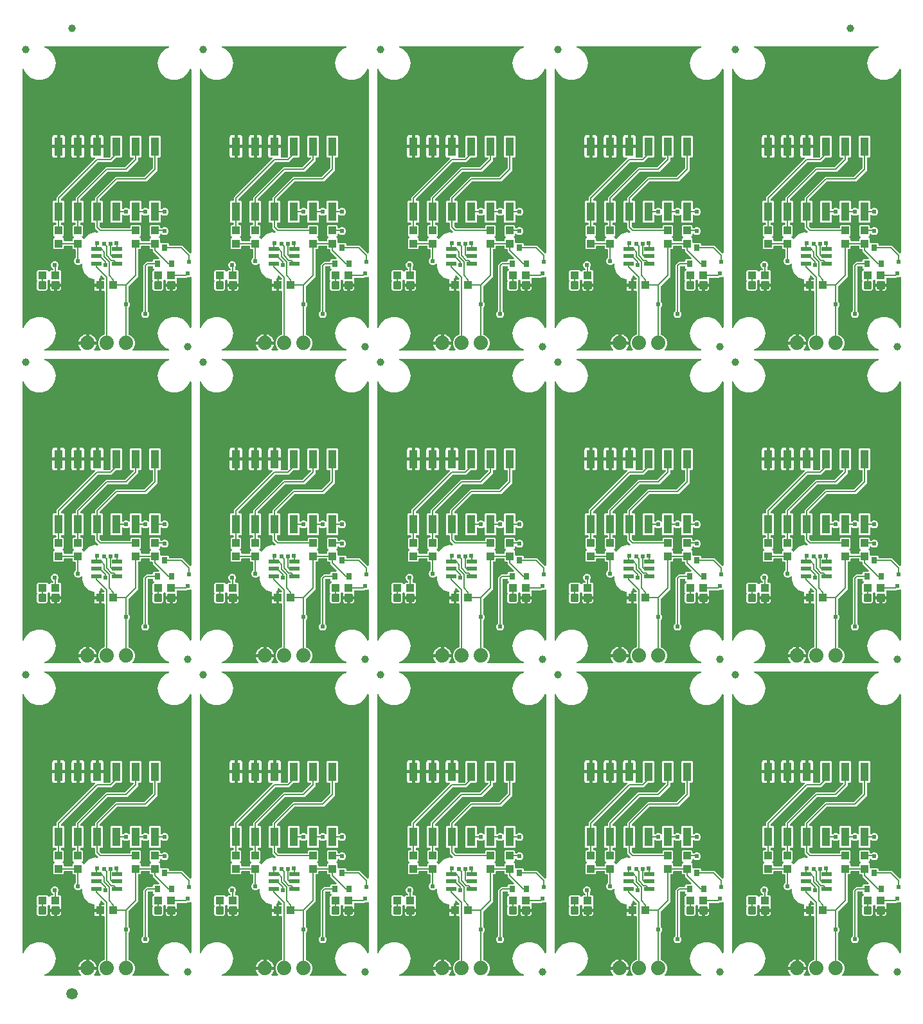
<source format=gtl>
G04 EAGLE Gerber RS-274X export*
G75*
%MOMM*%
%FSLAX34Y34*%
%LPD*%
%INTop Copper*%
%IPPOS*%
%AMOC8*
5,1,8,0,0,1.08239X$1,22.5*%
G01*
%ADD10C,1.000000*%
%ADD11R,1.100000X1.000000*%
%ADD12C,0.300000*%
%ADD13R,1.350000X0.550000*%
%ADD14R,1.000000X1.100000*%
%ADD15C,1.879600*%
%ADD16R,1.130000X2.440000*%
%ADD17R,0.800000X0.900000*%
%ADD18C,1.500000*%
%ADD19C,0.177800*%
%ADD20C,0.609600*%

G36*
X79245Y826013D02*
X79245Y826013D01*
X79275Y826010D01*
X79386Y826033D01*
X79498Y826049D01*
X79525Y826061D01*
X79553Y826066D01*
X79654Y826119D01*
X79757Y826165D01*
X79780Y826184D01*
X79806Y826197D01*
X79888Y826275D01*
X79974Y826348D01*
X79991Y826373D01*
X80012Y826393D01*
X80069Y826491D01*
X80132Y826585D01*
X80141Y826613D01*
X80156Y826638D01*
X80183Y826748D01*
X80218Y826856D01*
X80218Y826885D01*
X80226Y826914D01*
X80222Y827027D01*
X80225Y827140D01*
X80218Y827169D01*
X80217Y827198D01*
X80182Y827306D01*
X80153Y827415D01*
X80138Y827441D01*
X80129Y827469D01*
X80083Y827533D01*
X80008Y827660D01*
X79962Y827703D01*
X79934Y827742D01*
X79794Y827883D01*
X78689Y829403D01*
X77836Y831077D01*
X77255Y832864D01*
X77134Y833629D01*
X87884Y833629D01*
X87942Y833637D01*
X88000Y833635D01*
X88082Y833657D01*
X88165Y833669D01*
X88219Y833693D01*
X88275Y833707D01*
X88348Y833750D01*
X88425Y833785D01*
X88469Y833823D01*
X88520Y833853D01*
X88577Y833914D01*
X88642Y833969D01*
X88674Y834017D01*
X88714Y834060D01*
X88753Y834135D01*
X88799Y834205D01*
X88817Y834261D01*
X88844Y834313D01*
X88855Y834381D01*
X88885Y834476D01*
X88888Y834576D01*
X88899Y834644D01*
X88899Y835661D01*
X88901Y835661D01*
X88901Y834644D01*
X88909Y834586D01*
X88908Y834528D01*
X88929Y834446D01*
X88941Y834363D01*
X88965Y834309D01*
X88979Y834253D01*
X89022Y834180D01*
X89057Y834103D01*
X89095Y834058D01*
X89125Y834008D01*
X89186Y833950D01*
X89241Y833886D01*
X89289Y833854D01*
X89332Y833814D01*
X89407Y833775D01*
X89477Y833729D01*
X89533Y833711D01*
X89585Y833684D01*
X89653Y833673D01*
X89748Y833643D01*
X89848Y833640D01*
X89916Y833629D01*
X100666Y833629D01*
X100545Y832864D01*
X99964Y831077D01*
X99111Y829403D01*
X98006Y827883D01*
X97866Y827742D01*
X97848Y827718D01*
X97826Y827699D01*
X97763Y827605D01*
X97695Y827515D01*
X97684Y827487D01*
X97668Y827463D01*
X97634Y827355D01*
X97594Y827249D01*
X97591Y827220D01*
X97582Y827192D01*
X97579Y827079D01*
X97570Y826966D01*
X97576Y826937D01*
X97575Y826908D01*
X97604Y826798D01*
X97626Y826687D01*
X97639Y826661D01*
X97647Y826633D01*
X97705Y826535D01*
X97757Y826435D01*
X97777Y826413D01*
X97792Y826388D01*
X97875Y826311D01*
X97953Y826229D01*
X97978Y826214D01*
X97999Y826194D01*
X98100Y826142D01*
X98198Y826085D01*
X98226Y826078D01*
X98253Y826064D01*
X98330Y826051D01*
X98473Y826015D01*
X98536Y826017D01*
X98584Y826009D01*
X105335Y826009D01*
X105364Y826013D01*
X105393Y826010D01*
X105504Y826033D01*
X105616Y826049D01*
X105643Y826061D01*
X105672Y826066D01*
X105772Y826119D01*
X105876Y826165D01*
X105898Y826184D01*
X105924Y826197D01*
X106006Y826275D01*
X106093Y826348D01*
X106109Y826373D01*
X106130Y826393D01*
X106187Y826491D01*
X106250Y826585D01*
X106259Y826613D01*
X106274Y826638D01*
X106302Y826748D01*
X106336Y826856D01*
X106337Y826886D01*
X106344Y826914D01*
X106340Y827027D01*
X106343Y827140D01*
X106336Y827169D01*
X106335Y827198D01*
X106300Y827306D01*
X106272Y827415D01*
X106257Y827441D01*
X106248Y827469D01*
X106202Y827533D01*
X106126Y827660D01*
X106081Y827703D01*
X106053Y827742D01*
X104609Y829185D01*
X102869Y833386D01*
X102869Y837934D01*
X104610Y842135D01*
X107825Y845351D01*
X110752Y846563D01*
X110753Y846564D01*
X110754Y846564D01*
X110875Y846635D01*
X110996Y846707D01*
X110997Y846708D01*
X110999Y846709D01*
X111096Y846813D01*
X111192Y846914D01*
X111192Y846915D01*
X111193Y846916D01*
X111255Y847038D01*
X111322Y847167D01*
X111322Y847168D01*
X111323Y847170D01*
X111325Y847184D01*
X111377Y847446D01*
X111374Y847476D01*
X111378Y847501D01*
X111378Y903304D01*
X111370Y903362D01*
X111372Y903420D01*
X111350Y903502D01*
X111338Y903586D01*
X111315Y903639D01*
X111300Y903695D01*
X111257Y903768D01*
X111222Y903845D01*
X111184Y903890D01*
X111155Y903940D01*
X111093Y903998D01*
X111039Y904062D01*
X110990Y904094D01*
X110947Y904134D01*
X110872Y904173D01*
X110802Y904220D01*
X110746Y904237D01*
X110694Y904264D01*
X110626Y904275D01*
X110531Y904305D01*
X110431Y904308D01*
X110363Y904319D01*
X107831Y904319D01*
X107831Y910844D01*
X107823Y910902D01*
X107824Y910960D01*
X107803Y911042D01*
X107791Y911125D01*
X107767Y911179D01*
X107753Y911235D01*
X107710Y911308D01*
X107675Y911385D01*
X107637Y911429D01*
X107607Y911480D01*
X107546Y911537D01*
X107491Y911602D01*
X107443Y911634D01*
X107400Y911674D01*
X107325Y911713D01*
X107255Y911759D01*
X107199Y911777D01*
X107147Y911804D01*
X107079Y911815D01*
X106984Y911845D01*
X106884Y911848D01*
X106816Y911859D01*
X105799Y911859D01*
X105799Y911861D01*
X106816Y911861D01*
X106874Y911869D01*
X106932Y911868D01*
X107014Y911889D01*
X107097Y911901D01*
X107151Y911925D01*
X107207Y911939D01*
X107280Y911982D01*
X107357Y912017D01*
X107401Y912055D01*
X107452Y912085D01*
X107509Y912146D01*
X107574Y912201D01*
X107606Y912249D01*
X107646Y912292D01*
X107685Y912367D01*
X107731Y912437D01*
X107749Y912493D01*
X107776Y912545D01*
X107787Y912613D01*
X107817Y912708D01*
X107820Y912808D01*
X107831Y912876D01*
X107831Y919401D01*
X110336Y919401D01*
X110365Y919405D01*
X110395Y919402D01*
X110506Y919425D01*
X110618Y919441D01*
X110645Y919453D01*
X110673Y919458D01*
X110774Y919510D01*
X110877Y919557D01*
X110900Y919576D01*
X110926Y919589D01*
X111008Y919667D01*
X111094Y919740D01*
X111110Y919765D01*
X111132Y919785D01*
X111189Y919883D01*
X111252Y919977D01*
X111261Y920005D01*
X111275Y920030D01*
X111303Y920140D01*
X111338Y920248D01*
X111338Y920278D01*
X111346Y920306D01*
X111342Y920419D01*
X111345Y920532D01*
X111337Y920561D01*
X111337Y920590D01*
X111302Y920698D01*
X111273Y920807D01*
X111258Y920833D01*
X111249Y920861D01*
X111204Y920924D01*
X111128Y921052D01*
X111118Y921061D01*
X111117Y921063D01*
X111081Y921097D01*
X111054Y921134D01*
X107633Y924555D01*
X107534Y924629D01*
X107437Y924708D01*
X107421Y924715D01*
X107406Y924726D01*
X107290Y924770D01*
X107176Y924818D01*
X107157Y924821D01*
X107140Y924827D01*
X107016Y924837D01*
X106893Y924852D01*
X106875Y924849D01*
X106857Y924851D01*
X106735Y924826D01*
X106613Y924806D01*
X106596Y924798D01*
X106578Y924795D01*
X106468Y924738D01*
X106356Y924684D01*
X106342Y924672D01*
X106326Y924664D01*
X106236Y924578D01*
X106143Y924496D01*
X106134Y924482D01*
X106120Y924468D01*
X105976Y924223D01*
X105974Y924214D01*
X105970Y924208D01*
X105343Y922612D01*
X103906Y921121D01*
X103898Y921110D01*
X103889Y921102D01*
X103886Y921098D01*
X103879Y921091D01*
X103811Y920990D01*
X103739Y920890D01*
X103732Y920871D01*
X103721Y920855D01*
X103684Y920738D01*
X103643Y920623D01*
X103641Y920603D01*
X103635Y920584D01*
X103632Y920461D01*
X103624Y920339D01*
X103629Y920319D01*
X103628Y920300D01*
X103659Y920182D01*
X103685Y920061D01*
X103695Y920044D01*
X103700Y920025D01*
X103762Y919920D01*
X103769Y919908D01*
X103769Y913891D01*
X97759Y913891D01*
X97759Y917194D01*
X97932Y917841D01*
X98260Y918409D01*
X98279Y918454D01*
X98305Y918494D01*
X98331Y918585D01*
X98367Y918672D01*
X98372Y918721D01*
X98385Y918767D01*
X98386Y918862D01*
X98396Y918955D01*
X98387Y919003D01*
X98387Y919051D01*
X98362Y919142D01*
X98345Y919235D01*
X98324Y919278D01*
X98311Y919325D01*
X98261Y919405D01*
X98219Y919490D01*
X98186Y919525D01*
X98161Y919567D01*
X98091Y919630D01*
X98027Y919700D01*
X97986Y919725D01*
X97950Y919757D01*
X97865Y919799D01*
X97785Y919848D01*
X97738Y919861D01*
X97695Y919882D01*
X97621Y919893D01*
X97511Y919923D01*
X97424Y919922D01*
X97362Y919931D01*
X96708Y919919D01*
X89787Y922711D01*
X84511Y927987D01*
X81719Y934908D01*
X81787Y938575D01*
X81786Y938585D01*
X81787Y938594D01*
X81787Y939561D01*
X81783Y939590D01*
X81786Y939619D01*
X81763Y939730D01*
X81747Y939843D01*
X81735Y939869D01*
X81730Y939898D01*
X81677Y939999D01*
X81631Y940102D01*
X81612Y940124D01*
X81599Y940150D01*
X81521Y940233D01*
X81448Y940319D01*
X81423Y940335D01*
X81403Y940356D01*
X81305Y940414D01*
X81211Y940477D01*
X81183Y940485D01*
X81158Y940500D01*
X81048Y940528D01*
X80940Y940562D01*
X80910Y940563D01*
X80882Y940570D01*
X80769Y940567D01*
X80656Y940570D01*
X80627Y940562D01*
X80598Y940561D01*
X80490Y940526D01*
X80381Y940498D01*
X80355Y940483D01*
X80327Y940474D01*
X80263Y940428D01*
X80136Y940353D01*
X80093Y940307D01*
X80054Y940279D01*
X79078Y939303D01*
X77211Y938529D01*
X75189Y938529D01*
X73322Y939303D01*
X71893Y940732D01*
X71119Y942599D01*
X71119Y944621D01*
X71893Y946488D01*
X72981Y947576D01*
X73033Y947646D01*
X73093Y947710D01*
X73119Y947759D01*
X73152Y947803D01*
X73183Y947885D01*
X73223Y947963D01*
X73231Y948011D01*
X73253Y948069D01*
X73265Y948217D01*
X73278Y948294D01*
X73278Y958312D01*
X73270Y958370D01*
X73272Y958428D01*
X73250Y958510D01*
X73238Y958594D01*
X73215Y958647D01*
X73200Y958703D01*
X73157Y958776D01*
X73122Y958853D01*
X73084Y958898D01*
X73055Y958948D01*
X72993Y959006D01*
X72939Y959070D01*
X72890Y959102D01*
X72847Y959142D01*
X72772Y959181D01*
X72702Y959228D01*
X72646Y959245D01*
X72594Y959272D01*
X72526Y959283D01*
X72431Y959313D01*
X72331Y959316D01*
X72263Y959327D01*
X70358Y959327D01*
X69167Y960518D01*
X69167Y962923D01*
X69159Y962981D01*
X69161Y963039D01*
X69139Y963121D01*
X69127Y963205D01*
X69104Y963258D01*
X69089Y963314D01*
X69046Y963387D01*
X69011Y963464D01*
X68973Y963509D01*
X68944Y963559D01*
X68882Y963617D01*
X68828Y963681D01*
X68779Y963713D01*
X68736Y963753D01*
X68661Y963792D01*
X68591Y963839D01*
X68535Y963856D01*
X68483Y963883D01*
X68415Y963894D01*
X68320Y963924D01*
X68220Y963927D01*
X68152Y963938D01*
X58848Y963938D01*
X58790Y963930D01*
X58732Y963932D01*
X58650Y963910D01*
X58566Y963898D01*
X58513Y963875D01*
X58457Y963860D01*
X58384Y963817D01*
X58307Y963782D01*
X58262Y963744D01*
X58212Y963715D01*
X58154Y963653D01*
X58090Y963599D01*
X58058Y963550D01*
X58018Y963507D01*
X57979Y963432D01*
X57932Y963362D01*
X57915Y963306D01*
X57888Y963254D01*
X57877Y963186D01*
X57847Y963091D01*
X57844Y962991D01*
X57833Y962923D01*
X57833Y960518D01*
X56642Y959327D01*
X44958Y959327D01*
X43767Y960518D01*
X43767Y973202D01*
X45207Y974642D01*
X45242Y974689D01*
X45285Y974729D01*
X45328Y974802D01*
X45378Y974869D01*
X45399Y974924D01*
X45429Y974974D01*
X45449Y975056D01*
X45480Y975135D01*
X45484Y975193D01*
X45499Y975250D01*
X45496Y975334D01*
X45503Y975418D01*
X45492Y975476D01*
X45490Y975534D01*
X45464Y975614D01*
X45447Y975697D01*
X45420Y975749D01*
X45402Y975805D01*
X45362Y975861D01*
X45316Y975949D01*
X45248Y976022D01*
X45207Y976078D01*
X43767Y977518D01*
X43767Y990202D01*
X44958Y991393D01*
X46863Y991393D01*
X46921Y991401D01*
X46979Y991399D01*
X47061Y991421D01*
X47145Y991433D01*
X47198Y991456D01*
X47254Y991471D01*
X47327Y991514D01*
X47404Y991549D01*
X47449Y991587D01*
X47499Y991616D01*
X47557Y991678D01*
X47621Y991732D01*
X47653Y991781D01*
X47693Y991824D01*
X47732Y991899D01*
X47779Y991969D01*
X47796Y992025D01*
X47823Y992077D01*
X47834Y992145D01*
X47864Y992240D01*
X47867Y992340D01*
X47878Y992408D01*
X47878Y993312D01*
X47870Y993370D01*
X47872Y993428D01*
X47850Y993510D01*
X47838Y993594D01*
X47815Y993647D01*
X47800Y993703D01*
X47757Y993776D01*
X47722Y993853D01*
X47684Y993898D01*
X47655Y993948D01*
X47593Y994006D01*
X47539Y994070D01*
X47490Y994102D01*
X47447Y994142D01*
X47372Y994181D01*
X47302Y994228D01*
X47246Y994245D01*
X47194Y994272D01*
X47126Y994283D01*
X47031Y994313D01*
X46931Y994316D01*
X46863Y994327D01*
X44308Y994327D01*
X43117Y995518D01*
X43117Y1021602D01*
X44308Y1022793D01*
X46863Y1022793D01*
X46921Y1022801D01*
X46979Y1022799D01*
X47061Y1022821D01*
X47145Y1022833D01*
X47198Y1022856D01*
X47254Y1022871D01*
X47327Y1022914D01*
X47404Y1022949D01*
X47449Y1022987D01*
X47499Y1023016D01*
X47557Y1023078D01*
X47621Y1023132D01*
X47653Y1023181D01*
X47693Y1023224D01*
X47732Y1023299D01*
X47779Y1023369D01*
X47796Y1023425D01*
X47823Y1023477D01*
X47834Y1023545D01*
X47864Y1023640D01*
X47867Y1023740D01*
X47878Y1023808D01*
X47878Y1027370D01*
X49887Y1029379D01*
X98381Y1077873D01*
X98594Y1078086D01*
X98612Y1078110D01*
X98634Y1078129D01*
X98697Y1078223D01*
X98765Y1078313D01*
X98776Y1078341D01*
X98792Y1078365D01*
X98826Y1078473D01*
X98866Y1078579D01*
X98869Y1078608D01*
X98878Y1078636D01*
X98880Y1078749D01*
X98890Y1078862D01*
X98884Y1078891D01*
X98885Y1078920D01*
X98856Y1079030D01*
X98834Y1079141D01*
X98820Y1079167D01*
X98813Y1079195D01*
X98755Y1079293D01*
X98703Y1079393D01*
X98683Y1079415D01*
X98668Y1079440D01*
X98585Y1079517D01*
X98507Y1079599D01*
X98482Y1079614D01*
X98460Y1079634D01*
X98360Y1079686D01*
X98262Y1079743D01*
X98234Y1079750D01*
X98207Y1079764D01*
X98130Y1079777D01*
X97986Y1079813D01*
X97924Y1079811D01*
X97876Y1079819D01*
X95616Y1079819D01*
X94969Y1079992D01*
X94390Y1080327D01*
X93917Y1080800D01*
X93582Y1081379D01*
X93409Y1082026D01*
X93409Y1092529D01*
X100584Y1092529D01*
X100642Y1092537D01*
X100700Y1092535D01*
X100782Y1092557D01*
X100865Y1092569D01*
X100919Y1092593D01*
X100975Y1092607D01*
X101048Y1092650D01*
X101125Y1092685D01*
X101169Y1092723D01*
X101220Y1092753D01*
X101277Y1092814D01*
X101342Y1092869D01*
X101374Y1092917D01*
X101414Y1092960D01*
X101453Y1093035D01*
X101499Y1093105D01*
X101517Y1093161D01*
X101544Y1093213D01*
X101555Y1093281D01*
X101585Y1093376D01*
X101588Y1093476D01*
X101599Y1093544D01*
X101599Y1094561D01*
X101601Y1094561D01*
X101601Y1093544D01*
X101609Y1093486D01*
X101608Y1093428D01*
X101629Y1093346D01*
X101641Y1093263D01*
X101665Y1093209D01*
X101679Y1093153D01*
X101722Y1093080D01*
X101757Y1093003D01*
X101795Y1092958D01*
X101825Y1092908D01*
X101886Y1092850D01*
X101941Y1092786D01*
X101989Y1092754D01*
X102032Y1092714D01*
X102107Y1092675D01*
X102177Y1092629D01*
X102233Y1092611D01*
X102285Y1092584D01*
X102353Y1092573D01*
X102448Y1092543D01*
X102548Y1092540D01*
X102616Y1092529D01*
X109791Y1092529D01*
X109791Y1082026D01*
X109613Y1081361D01*
X109596Y1081336D01*
X109565Y1081237D01*
X109526Y1081141D01*
X109522Y1081102D01*
X109510Y1081065D01*
X109507Y1080961D01*
X109497Y1080858D01*
X109504Y1080820D01*
X109503Y1080781D01*
X109529Y1080681D01*
X109547Y1080579D01*
X109565Y1080543D01*
X109575Y1080506D01*
X109627Y1080417D01*
X109673Y1080324D01*
X109700Y1080295D01*
X109720Y1080261D01*
X109795Y1080190D01*
X109865Y1080114D01*
X109899Y1080093D01*
X109927Y1080067D01*
X110019Y1080020D01*
X110108Y1079965D01*
X110145Y1079955D01*
X110180Y1079937D01*
X110257Y1079924D01*
X110382Y1079890D01*
X110456Y1079891D01*
X110511Y1079882D01*
X117569Y1079882D01*
X117656Y1079894D01*
X117743Y1079897D01*
X117796Y1079914D01*
X117851Y1079922D01*
X117931Y1079957D01*
X118014Y1079984D01*
X118053Y1080012D01*
X118110Y1080038D01*
X118223Y1080134D01*
X118287Y1080179D01*
X119020Y1080912D01*
X119072Y1080982D01*
X119132Y1081046D01*
X119158Y1081095D01*
X119191Y1081139D01*
X119222Y1081221D01*
X119262Y1081299D01*
X119270Y1081346D01*
X119292Y1081405D01*
X119304Y1081552D01*
X119317Y1081630D01*
X119317Y1107602D01*
X120508Y1108793D01*
X133492Y1108793D01*
X134683Y1107602D01*
X134683Y1081518D01*
X133492Y1080327D01*
X127120Y1080327D01*
X127033Y1080315D01*
X126946Y1080312D01*
X126893Y1080295D01*
X126838Y1080287D01*
X126758Y1080252D01*
X126675Y1080225D01*
X126636Y1080197D01*
X126579Y1080171D01*
X126466Y1080075D01*
X126402Y1080030D01*
X122419Y1076047D01*
X120410Y1074038D01*
X103231Y1074038D01*
X103144Y1074026D01*
X103057Y1074023D01*
X103004Y1074006D01*
X102949Y1073998D01*
X102869Y1073963D01*
X102786Y1073936D01*
X102747Y1073908D01*
X102690Y1073882D01*
X102577Y1073786D01*
X102513Y1073741D01*
X54019Y1025247D01*
X53967Y1025177D01*
X53907Y1025113D01*
X53881Y1025064D01*
X53848Y1025020D01*
X53817Y1024938D01*
X53777Y1024860D01*
X53769Y1024813D01*
X53747Y1024754D01*
X53735Y1024607D01*
X53722Y1024529D01*
X53722Y1023808D01*
X53730Y1023750D01*
X53728Y1023692D01*
X53750Y1023610D01*
X53762Y1023526D01*
X53785Y1023473D01*
X53800Y1023417D01*
X53843Y1023344D01*
X53878Y1023267D01*
X53916Y1023222D01*
X53945Y1023172D01*
X54007Y1023114D01*
X54061Y1023050D01*
X54110Y1023018D01*
X54153Y1022978D01*
X54228Y1022939D01*
X54298Y1022892D01*
X54354Y1022875D01*
X54406Y1022848D01*
X54474Y1022837D01*
X54569Y1022807D01*
X54669Y1022804D01*
X54737Y1022793D01*
X57292Y1022793D01*
X58483Y1021602D01*
X58483Y995518D01*
X57292Y994327D01*
X54737Y994327D01*
X54679Y994319D01*
X54621Y994321D01*
X54539Y994299D01*
X54455Y994287D01*
X54402Y994264D01*
X54346Y994249D01*
X54273Y994206D01*
X54196Y994171D01*
X54151Y994133D01*
X54101Y994104D01*
X54043Y994042D01*
X53979Y993988D01*
X53947Y993939D01*
X53907Y993896D01*
X53868Y993821D01*
X53821Y993751D01*
X53804Y993695D01*
X53777Y993643D01*
X53766Y993575D01*
X53736Y993480D01*
X53733Y993380D01*
X53722Y993312D01*
X53722Y992408D01*
X53730Y992350D01*
X53728Y992292D01*
X53750Y992210D01*
X53762Y992126D01*
X53785Y992073D01*
X53800Y992017D01*
X53843Y991944D01*
X53878Y991867D01*
X53916Y991822D01*
X53945Y991772D01*
X54007Y991714D01*
X54061Y991650D01*
X54110Y991618D01*
X54153Y991578D01*
X54228Y991539D01*
X54298Y991492D01*
X54354Y991475D01*
X54406Y991448D01*
X54474Y991437D01*
X54569Y991407D01*
X54669Y991404D01*
X54737Y991393D01*
X56642Y991393D01*
X57833Y990202D01*
X57833Y977518D01*
X56393Y976078D01*
X56357Y976031D01*
X56315Y975991D01*
X56272Y975918D01*
X56222Y975851D01*
X56201Y975796D01*
X56171Y975746D01*
X56151Y975664D01*
X56120Y975585D01*
X56116Y975527D01*
X56101Y975470D01*
X56104Y975386D01*
X56097Y975302D01*
X56108Y975244D01*
X56110Y975186D01*
X56136Y975106D01*
X56153Y975023D01*
X56180Y974971D01*
X56198Y974915D01*
X56238Y974859D01*
X56284Y974771D01*
X56353Y974698D01*
X56393Y974642D01*
X57833Y973202D01*
X57833Y970797D01*
X57841Y970739D01*
X57839Y970681D01*
X57861Y970599D01*
X57873Y970515D01*
X57896Y970462D01*
X57911Y970406D01*
X57954Y970333D01*
X57989Y970256D01*
X58027Y970211D01*
X58056Y970161D01*
X58118Y970103D01*
X58172Y970039D01*
X58221Y970007D01*
X58264Y969967D01*
X58339Y969928D01*
X58409Y969881D01*
X58465Y969864D01*
X58517Y969837D01*
X58585Y969826D01*
X58680Y969796D01*
X58780Y969793D01*
X58848Y969782D01*
X68152Y969782D01*
X68210Y969790D01*
X68268Y969788D01*
X68350Y969810D01*
X68434Y969822D01*
X68487Y969845D01*
X68543Y969860D01*
X68616Y969903D01*
X68693Y969938D01*
X68738Y969976D01*
X68788Y970005D01*
X68846Y970067D01*
X68910Y970121D01*
X68942Y970170D01*
X68982Y970213D01*
X69021Y970288D01*
X69068Y970358D01*
X69085Y970414D01*
X69112Y970466D01*
X69123Y970534D01*
X69153Y970629D01*
X69156Y970729D01*
X69167Y970797D01*
X69167Y973202D01*
X70607Y974642D01*
X70642Y974689D01*
X70685Y974729D01*
X70728Y974802D01*
X70778Y974869D01*
X70799Y974924D01*
X70829Y974974D01*
X70849Y975056D01*
X70880Y975135D01*
X70884Y975193D01*
X70899Y975250D01*
X70896Y975334D01*
X70903Y975418D01*
X70892Y975476D01*
X70890Y975534D01*
X70864Y975614D01*
X70847Y975697D01*
X70820Y975749D01*
X70802Y975805D01*
X70762Y975861D01*
X70716Y975949D01*
X70648Y976022D01*
X70607Y976078D01*
X69167Y977518D01*
X69167Y990202D01*
X70358Y991393D01*
X72263Y991393D01*
X72321Y991401D01*
X72379Y991399D01*
X72461Y991421D01*
X72545Y991433D01*
X72598Y991456D01*
X72654Y991471D01*
X72727Y991514D01*
X72804Y991549D01*
X72849Y991587D01*
X72899Y991616D01*
X72957Y991678D01*
X73021Y991732D01*
X73053Y991781D01*
X73093Y991824D01*
X73132Y991899D01*
X73179Y991969D01*
X73196Y992025D01*
X73223Y992077D01*
X73234Y992145D01*
X73264Y992240D01*
X73267Y992340D01*
X73278Y992408D01*
X73278Y993312D01*
X73270Y993370D01*
X73272Y993428D01*
X73250Y993510D01*
X73238Y993594D01*
X73215Y993647D01*
X73200Y993703D01*
X73157Y993776D01*
X73122Y993853D01*
X73084Y993898D01*
X73055Y993948D01*
X72993Y994006D01*
X72939Y994070D01*
X72890Y994102D01*
X72847Y994142D01*
X72772Y994181D01*
X72702Y994228D01*
X72646Y994245D01*
X72594Y994272D01*
X72526Y994283D01*
X72431Y994313D01*
X72331Y994316D01*
X72263Y994327D01*
X69708Y994327D01*
X68517Y995518D01*
X68517Y1021602D01*
X69708Y1022793D01*
X72263Y1022793D01*
X72321Y1022801D01*
X72379Y1022799D01*
X72461Y1022821D01*
X72545Y1022833D01*
X72598Y1022856D01*
X72654Y1022871D01*
X72727Y1022914D01*
X72804Y1022949D01*
X72849Y1022987D01*
X72899Y1023016D01*
X72957Y1023078D01*
X73021Y1023132D01*
X73053Y1023181D01*
X73093Y1023224D01*
X73132Y1023299D01*
X73179Y1023369D01*
X73196Y1023425D01*
X73223Y1023477D01*
X73234Y1023545D01*
X73264Y1023640D01*
X73267Y1023740D01*
X73278Y1023808D01*
X73278Y1027370D01*
X113090Y1067182D01*
X138069Y1067182D01*
X138156Y1067194D01*
X138243Y1067197D01*
X138296Y1067214D01*
X138351Y1067222D01*
X138431Y1067257D01*
X138514Y1067284D01*
X138553Y1067312D01*
X138610Y1067338D01*
X138723Y1067434D01*
X138787Y1067479D01*
X149181Y1077873D01*
X149233Y1077943D01*
X149293Y1078007D01*
X149319Y1078056D01*
X149352Y1078100D01*
X149383Y1078182D01*
X149423Y1078260D01*
X149431Y1078307D01*
X149453Y1078366D01*
X149465Y1078513D01*
X149478Y1078591D01*
X149478Y1079312D01*
X149470Y1079370D01*
X149472Y1079428D01*
X149450Y1079510D01*
X149438Y1079594D01*
X149415Y1079647D01*
X149400Y1079703D01*
X149357Y1079776D01*
X149322Y1079853D01*
X149284Y1079898D01*
X149255Y1079948D01*
X149193Y1080006D01*
X149139Y1080070D01*
X149090Y1080102D01*
X149047Y1080142D01*
X148972Y1080181D01*
X148902Y1080228D01*
X148846Y1080245D01*
X148794Y1080272D01*
X148726Y1080283D01*
X148631Y1080313D01*
X148531Y1080316D01*
X148463Y1080327D01*
X145908Y1080327D01*
X144717Y1081518D01*
X144717Y1107602D01*
X145908Y1108793D01*
X158892Y1108793D01*
X160083Y1107602D01*
X160083Y1081518D01*
X158892Y1080327D01*
X156337Y1080327D01*
X156279Y1080319D01*
X156221Y1080321D01*
X156139Y1080299D01*
X156055Y1080287D01*
X156002Y1080264D01*
X155946Y1080249D01*
X155873Y1080206D01*
X155796Y1080171D01*
X155751Y1080133D01*
X155701Y1080104D01*
X155643Y1080042D01*
X155579Y1079988D01*
X155547Y1079939D01*
X155507Y1079896D01*
X155468Y1079821D01*
X155421Y1079751D01*
X155404Y1079695D01*
X155377Y1079643D01*
X155366Y1079575D01*
X155336Y1079480D01*
X155333Y1079380D01*
X155322Y1079312D01*
X155322Y1075750D01*
X140910Y1061338D01*
X115931Y1061338D01*
X115844Y1061326D01*
X115757Y1061323D01*
X115704Y1061306D01*
X115649Y1061298D01*
X115569Y1061263D01*
X115486Y1061236D01*
X115447Y1061208D01*
X115390Y1061182D01*
X115277Y1061086D01*
X115213Y1061041D01*
X79419Y1025247D01*
X79367Y1025177D01*
X79307Y1025113D01*
X79281Y1025064D01*
X79248Y1025020D01*
X79217Y1024938D01*
X79177Y1024860D01*
X79169Y1024813D01*
X79147Y1024754D01*
X79135Y1024606D01*
X79122Y1024529D01*
X79122Y1023808D01*
X79130Y1023750D01*
X79128Y1023692D01*
X79150Y1023610D01*
X79162Y1023526D01*
X79185Y1023473D01*
X79200Y1023417D01*
X79243Y1023344D01*
X79278Y1023267D01*
X79316Y1023222D01*
X79345Y1023172D01*
X79407Y1023114D01*
X79461Y1023050D01*
X79510Y1023018D01*
X79553Y1022978D01*
X79628Y1022939D01*
X79698Y1022892D01*
X79754Y1022875D01*
X79806Y1022848D01*
X79874Y1022837D01*
X79969Y1022807D01*
X80069Y1022804D01*
X80137Y1022793D01*
X82692Y1022793D01*
X83883Y1021602D01*
X83883Y995518D01*
X82692Y994327D01*
X80137Y994327D01*
X80079Y994319D01*
X80021Y994321D01*
X79939Y994299D01*
X79855Y994287D01*
X79802Y994264D01*
X79746Y994249D01*
X79673Y994206D01*
X79596Y994171D01*
X79551Y994133D01*
X79501Y994104D01*
X79443Y994042D01*
X79379Y993988D01*
X79347Y993939D01*
X79307Y993896D01*
X79268Y993821D01*
X79221Y993751D01*
X79204Y993695D01*
X79177Y993643D01*
X79166Y993575D01*
X79136Y993480D01*
X79133Y993380D01*
X79122Y993312D01*
X79122Y992408D01*
X79130Y992350D01*
X79128Y992292D01*
X79150Y992210D01*
X79162Y992126D01*
X79185Y992073D01*
X79200Y992017D01*
X79243Y991944D01*
X79278Y991867D01*
X79316Y991822D01*
X79345Y991772D01*
X79407Y991714D01*
X79461Y991650D01*
X79510Y991618D01*
X79553Y991578D01*
X79628Y991539D01*
X79698Y991492D01*
X79754Y991475D01*
X79806Y991448D01*
X79874Y991437D01*
X79969Y991407D01*
X80069Y991404D01*
X80137Y991393D01*
X82042Y991393D01*
X83233Y990202D01*
X83233Y977518D01*
X81793Y976078D01*
X81758Y976031D01*
X81715Y975991D01*
X81672Y975918D01*
X81622Y975851D01*
X81601Y975796D01*
X81571Y975746D01*
X81551Y975664D01*
X81520Y975585D01*
X81516Y975527D01*
X81501Y975470D01*
X81504Y975386D01*
X81497Y975302D01*
X81508Y975244D01*
X81510Y975186D01*
X81536Y975106D01*
X81553Y975023D01*
X81580Y974971D01*
X81598Y974915D01*
X81638Y974859D01*
X81684Y974771D01*
X81753Y974698D01*
X81793Y974642D01*
X83342Y973093D01*
X83418Y973035D01*
X83489Y972971D01*
X83531Y972950D01*
X83569Y972922D01*
X83658Y972888D01*
X83744Y972846D01*
X83791Y972838D01*
X83835Y972821D01*
X83930Y972813D01*
X84024Y972796D01*
X84071Y972801D01*
X84118Y972797D01*
X84212Y972816D01*
X84307Y972826D01*
X84350Y972844D01*
X84397Y972853D01*
X84482Y972897D01*
X84570Y972933D01*
X84607Y972962D01*
X84649Y972984D01*
X84718Y973050D01*
X84793Y973109D01*
X84817Y973143D01*
X84855Y973180D01*
X84940Y973324D01*
X84982Y973387D01*
X85129Y973705D01*
X90842Y978900D01*
X98133Y981445D01*
X101760Y981205D01*
X101797Y981208D01*
X101827Y981203D01*
X101874Y981203D01*
X101903Y981207D01*
X101933Y981204D01*
X102039Y981226D01*
X102043Y981226D01*
X102046Y981227D01*
X102156Y981243D01*
X102183Y981255D01*
X102211Y981260D01*
X102312Y981313D01*
X102415Y981359D01*
X102438Y981378D01*
X102464Y981391D01*
X102546Y981469D01*
X102632Y981542D01*
X102648Y981567D01*
X102670Y981587D01*
X102727Y981685D01*
X102790Y981779D01*
X102799Y981807D01*
X102813Y981832D01*
X102841Y981942D01*
X102876Y982050D01*
X102876Y982080D01*
X102884Y982108D01*
X102880Y982221D01*
X102883Y982334D01*
X102875Y982363D01*
X102875Y982392D01*
X102840Y982500D01*
X102811Y982609D01*
X102796Y982635D01*
X102787Y982663D01*
X102742Y982726D01*
X102666Y982854D01*
X102620Y982897D01*
X102592Y982936D01*
X100687Y984841D01*
X98678Y986850D01*
X98678Y993312D01*
X98670Y993370D01*
X98672Y993428D01*
X98650Y993510D01*
X98638Y993594D01*
X98615Y993647D01*
X98600Y993703D01*
X98557Y993776D01*
X98522Y993853D01*
X98484Y993898D01*
X98455Y993948D01*
X98393Y994006D01*
X98339Y994070D01*
X98290Y994102D01*
X98247Y994142D01*
X98172Y994181D01*
X98102Y994228D01*
X98046Y994245D01*
X97994Y994272D01*
X97926Y994283D01*
X97831Y994313D01*
X97731Y994316D01*
X97663Y994327D01*
X95108Y994327D01*
X93917Y995518D01*
X93917Y1021602D01*
X95108Y1022793D01*
X97663Y1022793D01*
X97721Y1022801D01*
X97779Y1022799D01*
X97861Y1022821D01*
X97945Y1022833D01*
X97998Y1022856D01*
X98054Y1022871D01*
X98127Y1022914D01*
X98204Y1022949D01*
X98249Y1022987D01*
X98299Y1023016D01*
X98357Y1023078D01*
X98421Y1023132D01*
X98453Y1023181D01*
X98493Y1023224D01*
X98532Y1023299D01*
X98579Y1023369D01*
X98596Y1023425D01*
X98623Y1023477D01*
X98634Y1023545D01*
X98664Y1023640D01*
X98667Y1023740D01*
X98678Y1023808D01*
X98678Y1027370D01*
X125790Y1054482D01*
X163469Y1054482D01*
X163556Y1054494D01*
X163643Y1054497D01*
X163696Y1054514D01*
X163751Y1054522D01*
X163831Y1054557D01*
X163914Y1054584D01*
X163953Y1054612D01*
X164010Y1054638D01*
X164123Y1054734D01*
X164187Y1054779D01*
X174581Y1065173D01*
X174633Y1065243D01*
X174693Y1065307D01*
X174719Y1065356D01*
X174752Y1065400D01*
X174783Y1065482D01*
X174823Y1065560D01*
X174831Y1065607D01*
X174853Y1065666D01*
X174865Y1065813D01*
X174878Y1065891D01*
X174878Y1079312D01*
X174870Y1079370D01*
X174872Y1079428D01*
X174850Y1079510D01*
X174838Y1079594D01*
X174815Y1079647D01*
X174800Y1079703D01*
X174757Y1079776D01*
X174722Y1079853D01*
X174684Y1079898D01*
X174655Y1079948D01*
X174593Y1080006D01*
X174539Y1080070D01*
X174490Y1080102D01*
X174447Y1080142D01*
X174372Y1080181D01*
X174302Y1080228D01*
X174246Y1080245D01*
X174194Y1080272D01*
X174126Y1080283D01*
X174031Y1080313D01*
X173931Y1080316D01*
X173863Y1080327D01*
X171308Y1080327D01*
X170117Y1081518D01*
X170117Y1107602D01*
X171308Y1108793D01*
X184292Y1108793D01*
X185483Y1107602D01*
X185483Y1081518D01*
X184292Y1080327D01*
X181737Y1080327D01*
X181679Y1080319D01*
X181621Y1080321D01*
X181539Y1080299D01*
X181455Y1080287D01*
X181402Y1080264D01*
X181346Y1080249D01*
X181273Y1080206D01*
X181196Y1080171D01*
X181151Y1080133D01*
X181101Y1080104D01*
X181043Y1080042D01*
X180979Y1079988D01*
X180947Y1079939D01*
X180907Y1079896D01*
X180868Y1079821D01*
X180821Y1079751D01*
X180804Y1079695D01*
X180777Y1079643D01*
X180766Y1079575D01*
X180736Y1079480D01*
X180733Y1079380D01*
X180722Y1079312D01*
X180722Y1063050D01*
X166310Y1048638D01*
X128631Y1048638D01*
X128544Y1048626D01*
X128457Y1048623D01*
X128404Y1048606D01*
X128349Y1048598D01*
X128269Y1048563D01*
X128186Y1048536D01*
X128147Y1048508D01*
X128090Y1048482D01*
X127977Y1048386D01*
X127913Y1048341D01*
X104819Y1025247D01*
X104767Y1025177D01*
X104707Y1025113D01*
X104681Y1025064D01*
X104648Y1025020D01*
X104617Y1024938D01*
X104577Y1024860D01*
X104569Y1024813D01*
X104547Y1024754D01*
X104535Y1024606D01*
X104522Y1024529D01*
X104522Y1023808D01*
X104530Y1023750D01*
X104528Y1023692D01*
X104550Y1023610D01*
X104562Y1023526D01*
X104585Y1023473D01*
X104600Y1023417D01*
X104643Y1023344D01*
X104678Y1023267D01*
X104716Y1023222D01*
X104745Y1023172D01*
X104807Y1023114D01*
X104861Y1023050D01*
X104910Y1023018D01*
X104953Y1022978D01*
X105028Y1022939D01*
X105098Y1022892D01*
X105154Y1022875D01*
X105206Y1022848D01*
X105274Y1022837D01*
X105369Y1022807D01*
X105469Y1022804D01*
X105537Y1022793D01*
X108092Y1022793D01*
X109283Y1021602D01*
X109283Y995518D01*
X108092Y994327D01*
X105537Y994327D01*
X105479Y994319D01*
X105421Y994321D01*
X105339Y994299D01*
X105255Y994287D01*
X105202Y994264D01*
X105146Y994249D01*
X105073Y994206D01*
X104996Y994171D01*
X104951Y994133D01*
X104901Y994104D01*
X104843Y994042D01*
X104779Y993988D01*
X104747Y993939D01*
X104707Y993896D01*
X104668Y993821D01*
X104621Y993751D01*
X104604Y993695D01*
X104577Y993643D01*
X104566Y993575D01*
X104536Y993480D01*
X104533Y993380D01*
X104522Y993312D01*
X104522Y989691D01*
X104534Y989604D01*
X104537Y989517D01*
X104554Y989464D01*
X104562Y989409D01*
X104597Y989329D01*
X104624Y989246D01*
X104652Y989207D01*
X104678Y989150D01*
X104774Y989037D01*
X104819Y988973D01*
X106713Y987079D01*
X106783Y987027D01*
X106847Y986967D01*
X106896Y986941D01*
X106940Y986908D01*
X107022Y986877D01*
X107100Y986837D01*
X107147Y986829D01*
X107206Y986807D01*
X107353Y986795D01*
X107431Y986782D01*
X144352Y986782D01*
X144410Y986790D01*
X144468Y986788D01*
X144550Y986810D01*
X144634Y986822D01*
X144687Y986845D01*
X144743Y986860D01*
X144816Y986903D01*
X144893Y986938D01*
X144938Y986976D01*
X144988Y987005D01*
X145046Y987067D01*
X145110Y987121D01*
X145142Y987170D01*
X145182Y987213D01*
X145221Y987288D01*
X145268Y987358D01*
X145285Y987414D01*
X145312Y987466D01*
X145323Y987534D01*
X145353Y987629D01*
X145356Y987729D01*
X145367Y987797D01*
X145367Y990202D01*
X146558Y991393D01*
X158242Y991393D01*
X159433Y990202D01*
X159433Y977518D01*
X157993Y976078D01*
X157957Y976031D01*
X157915Y975991D01*
X157872Y975918D01*
X157822Y975851D01*
X157801Y975796D01*
X157771Y975746D01*
X157751Y975664D01*
X157720Y975585D01*
X157716Y975527D01*
X157701Y975470D01*
X157704Y975386D01*
X157697Y975302D01*
X157708Y975244D01*
X157710Y975186D01*
X157736Y975106D01*
X157753Y975023D01*
X157780Y974971D01*
X157798Y974915D01*
X157838Y974859D01*
X157884Y974771D01*
X157953Y974698D01*
X157993Y974642D01*
X159433Y973202D01*
X159433Y970797D01*
X159441Y970739D01*
X159439Y970681D01*
X159461Y970599D01*
X159473Y970515D01*
X159496Y970462D01*
X159511Y970406D01*
X159554Y970333D01*
X159589Y970256D01*
X159627Y970211D01*
X159656Y970161D01*
X159718Y970103D01*
X159772Y970039D01*
X159821Y970007D01*
X159864Y969967D01*
X159939Y969928D01*
X160009Y969881D01*
X160065Y969864D01*
X160117Y969837D01*
X160185Y969826D01*
X160280Y969796D01*
X160380Y969793D01*
X160448Y969782D01*
X169752Y969782D01*
X169810Y969790D01*
X169868Y969788D01*
X169950Y969810D01*
X170034Y969822D01*
X170087Y969845D01*
X170143Y969860D01*
X170216Y969903D01*
X170293Y969938D01*
X170338Y969976D01*
X170388Y970005D01*
X170446Y970067D01*
X170510Y970121D01*
X170542Y970170D01*
X170582Y970213D01*
X170621Y970288D01*
X170668Y970358D01*
X170685Y970414D01*
X170712Y970466D01*
X170723Y970534D01*
X170753Y970629D01*
X170756Y970729D01*
X170767Y970797D01*
X170767Y973202D01*
X172207Y974642D01*
X172242Y974689D01*
X172285Y974729D01*
X172328Y974802D01*
X172378Y974869D01*
X172399Y974924D01*
X172429Y974974D01*
X172449Y975056D01*
X172480Y975135D01*
X172484Y975193D01*
X172499Y975250D01*
X172496Y975334D01*
X172503Y975418D01*
X172492Y975476D01*
X172490Y975534D01*
X172464Y975614D01*
X172447Y975697D01*
X172420Y975749D01*
X172402Y975805D01*
X172362Y975861D01*
X172316Y975949D01*
X172248Y976022D01*
X172207Y976078D01*
X170767Y977518D01*
X170767Y990202D01*
X171958Y991393D01*
X183642Y991393D01*
X184833Y990202D01*
X184833Y987797D01*
X184841Y987739D01*
X184839Y987681D01*
X184861Y987599D01*
X184873Y987515D01*
X184896Y987462D01*
X184911Y987406D01*
X184954Y987333D01*
X184989Y987256D01*
X185027Y987211D01*
X185056Y987161D01*
X185118Y987103D01*
X185172Y987039D01*
X185221Y987007D01*
X185264Y986967D01*
X185339Y986928D01*
X185409Y986881D01*
X185465Y986864D01*
X185517Y986837D01*
X185585Y986826D01*
X185680Y986796D01*
X185780Y986793D01*
X185848Y986782D01*
X186696Y986782D01*
X186783Y986794D01*
X186870Y986797D01*
X186923Y986814D01*
X186977Y986822D01*
X187057Y986857D01*
X187140Y986884D01*
X187180Y986912D01*
X187237Y986938D01*
X187350Y987034D01*
X187414Y987079D01*
X187622Y987287D01*
X189489Y988061D01*
X191511Y988061D01*
X193378Y987287D01*
X194807Y985858D01*
X195581Y983991D01*
X195581Y981969D01*
X194807Y980102D01*
X193378Y978673D01*
X191511Y977899D01*
X189489Y977899D01*
X187622Y978673D01*
X186566Y979729D01*
X186542Y979747D01*
X186523Y979769D01*
X186429Y979832D01*
X186339Y979900D01*
X186311Y979910D01*
X186287Y979927D01*
X186179Y979961D01*
X186073Y980001D01*
X186044Y980003D01*
X186016Y980012D01*
X185902Y980015D01*
X185790Y980025D01*
X185761Y980019D01*
X185732Y980020D01*
X185622Y979991D01*
X185511Y979969D01*
X185485Y979955D01*
X185457Y979948D01*
X185359Y979890D01*
X185259Y979838D01*
X185237Y979817D01*
X185212Y979803D01*
X185135Y979720D01*
X185053Y979642D01*
X185038Y979617D01*
X185018Y979595D01*
X184966Y979494D01*
X184909Y979397D01*
X184902Y979368D01*
X184888Y979342D01*
X184875Y979265D01*
X184839Y979121D01*
X184841Y979059D01*
X184833Y979011D01*
X184833Y977518D01*
X183393Y976078D01*
X183357Y976031D01*
X183315Y975991D01*
X183272Y975918D01*
X183222Y975851D01*
X183201Y975796D01*
X183171Y975746D01*
X183151Y975664D01*
X183120Y975585D01*
X183116Y975527D01*
X183101Y975470D01*
X183104Y975386D01*
X183097Y975302D01*
X183108Y975244D01*
X183110Y975186D01*
X183136Y975106D01*
X183153Y975023D01*
X183180Y974971D01*
X183198Y974915D01*
X183238Y974859D01*
X183284Y974771D01*
X183353Y974698D01*
X183393Y974642D01*
X184833Y973202D01*
X184833Y968508D01*
X184841Y968450D01*
X184839Y968392D01*
X184861Y968310D01*
X184873Y968226D01*
X184896Y968173D01*
X184911Y968117D01*
X184954Y968044D01*
X184989Y967967D01*
X185027Y967922D01*
X185056Y967872D01*
X185118Y967814D01*
X185172Y967750D01*
X185221Y967718D01*
X185264Y967678D01*
X185339Y967639D01*
X185409Y967592D01*
X185465Y967575D01*
X185517Y967548D01*
X185585Y967537D01*
X185680Y967507D01*
X185780Y967504D01*
X185848Y967493D01*
X195342Y967493D01*
X196533Y966302D01*
X196533Y964897D01*
X196541Y964839D01*
X196539Y964781D01*
X196561Y964699D01*
X196573Y964615D01*
X196596Y964562D01*
X196611Y964506D01*
X196654Y964433D01*
X196689Y964356D01*
X196727Y964311D01*
X196756Y964261D01*
X196818Y964203D01*
X196872Y964139D01*
X196921Y964107D01*
X196964Y964067D01*
X197039Y964028D01*
X197109Y963981D01*
X197165Y963964D01*
X197217Y963937D01*
X197285Y963926D01*
X197380Y963896D01*
X197480Y963893D01*
X197548Y963882D01*
X213730Y963882D01*
X223163Y954449D01*
X223818Y953794D01*
X223842Y953776D01*
X223861Y953754D01*
X223955Y953691D01*
X224045Y953623D01*
X224073Y953612D01*
X224097Y953596D01*
X224205Y953562D01*
X224311Y953522D01*
X224340Y953519D01*
X224368Y953510D01*
X224482Y953508D01*
X224594Y953498D01*
X224623Y953504D01*
X224652Y953503D01*
X224762Y953532D01*
X224873Y953554D01*
X224899Y953568D01*
X224927Y953575D01*
X225025Y953633D01*
X225125Y953685D01*
X225147Y953705D01*
X225172Y953720D01*
X225249Y953803D01*
X225331Y953881D01*
X225346Y953906D01*
X225366Y953928D01*
X225418Y954029D01*
X225475Y954126D01*
X225482Y954155D01*
X225496Y954181D01*
X225509Y954258D01*
X225545Y954402D01*
X225543Y954464D01*
X225551Y954512D01*
X225551Y1195703D01*
X225549Y1195723D01*
X225551Y1195742D01*
X225529Y1195863D01*
X225511Y1195985D01*
X225503Y1196002D01*
X225500Y1196022D01*
X225445Y1196132D01*
X225395Y1196244D01*
X225383Y1196259D01*
X225374Y1196277D01*
X225291Y1196367D01*
X225212Y1196461D01*
X225195Y1196472D01*
X225182Y1196486D01*
X225077Y1196551D01*
X224975Y1196619D01*
X224956Y1196625D01*
X224940Y1196635D01*
X224821Y1196667D01*
X224704Y1196704D01*
X224684Y1196705D01*
X224665Y1196710D01*
X224543Y1196709D01*
X224420Y1196712D01*
X224401Y1196707D01*
X224381Y1196706D01*
X224263Y1196671D01*
X224145Y1196640D01*
X224128Y1196630D01*
X224109Y1196624D01*
X224006Y1196557D01*
X223900Y1196495D01*
X223887Y1196480D01*
X223870Y1196470D01*
X223824Y1196413D01*
X223706Y1196287D01*
X223682Y1196242D01*
X223657Y1196211D01*
X219995Y1189868D01*
X214162Y1184973D01*
X207007Y1182369D01*
X199393Y1182369D01*
X192238Y1184973D01*
X186405Y1189868D01*
X182598Y1196462D01*
X181276Y1203960D01*
X182598Y1211458D01*
X186405Y1218052D01*
X192238Y1222947D01*
X196072Y1224342D01*
X196167Y1224393D01*
X196266Y1224437D01*
X196292Y1224459D01*
X196323Y1224476D01*
X196400Y1224551D01*
X196483Y1224621D01*
X196502Y1224649D01*
X196527Y1224674D01*
X196581Y1224767D01*
X196640Y1224857D01*
X196651Y1224890D01*
X196668Y1224920D01*
X196694Y1225025D01*
X196726Y1225128D01*
X196727Y1225163D01*
X196735Y1225197D01*
X196731Y1225304D01*
X196733Y1225412D01*
X196725Y1225446D01*
X196723Y1225481D01*
X196689Y1225583D01*
X196662Y1225687D01*
X196644Y1225717D01*
X196633Y1225750D01*
X196571Y1225839D01*
X196516Y1225932D01*
X196491Y1225956D01*
X196471Y1225984D01*
X196388Y1226053D01*
X196309Y1226126D01*
X196278Y1226142D01*
X196251Y1226164D01*
X196152Y1226207D01*
X196056Y1226256D01*
X196025Y1226261D01*
X195990Y1226276D01*
X195777Y1226302D01*
X195725Y1226311D01*
X32875Y1226311D01*
X32768Y1226296D01*
X32661Y1226288D01*
X32628Y1226276D01*
X32594Y1226271D01*
X32495Y1226227D01*
X32394Y1226190D01*
X32366Y1226169D01*
X32334Y1226155D01*
X32252Y1226085D01*
X32165Y1226022D01*
X32144Y1225994D01*
X32117Y1225972D01*
X32058Y1225882D01*
X31992Y1225796D01*
X31979Y1225764D01*
X31960Y1225735D01*
X31927Y1225632D01*
X31888Y1225532D01*
X31884Y1225497D01*
X31874Y1225464D01*
X31871Y1225356D01*
X31861Y1225249D01*
X31867Y1225214D01*
X31867Y1225180D01*
X31894Y1225075D01*
X31914Y1224969D01*
X31930Y1224938D01*
X31938Y1224905D01*
X31993Y1224812D01*
X32042Y1224716D01*
X32066Y1224690D01*
X32084Y1224660D01*
X32162Y1224586D01*
X32236Y1224507D01*
X32263Y1224492D01*
X32291Y1224466D01*
X32482Y1224368D01*
X32528Y1224342D01*
X36362Y1222947D01*
X42195Y1218052D01*
X46002Y1211458D01*
X47324Y1203960D01*
X46002Y1196462D01*
X42195Y1189868D01*
X36362Y1184973D01*
X29207Y1182369D01*
X21593Y1182369D01*
X14438Y1184973D01*
X8605Y1189868D01*
X4943Y1196211D01*
X4931Y1196226D01*
X4923Y1196244D01*
X4844Y1196338D01*
X4768Y1196435D01*
X4752Y1196446D01*
X4739Y1196461D01*
X4637Y1196529D01*
X4538Y1196601D01*
X4519Y1196608D01*
X4503Y1196619D01*
X4386Y1196656D01*
X4270Y1196697D01*
X4250Y1196698D01*
X4232Y1196704D01*
X4109Y1196708D01*
X3986Y1196715D01*
X3967Y1196711D01*
X3948Y1196712D01*
X3829Y1196681D01*
X3709Y1196654D01*
X3691Y1196645D01*
X3673Y1196640D01*
X3567Y1196577D01*
X3459Y1196518D01*
X3445Y1196505D01*
X3428Y1196495D01*
X3344Y1196405D01*
X3257Y1196319D01*
X3247Y1196302D01*
X3234Y1196287D01*
X3178Y1196178D01*
X3118Y1196071D01*
X3113Y1196052D01*
X3104Y1196034D01*
X3092Y1195962D01*
X3053Y1195794D01*
X3055Y1195743D01*
X3049Y1195703D01*
X3049Y856617D01*
X3051Y856597D01*
X3049Y856578D01*
X3071Y856457D01*
X3089Y856335D01*
X3097Y856318D01*
X3100Y856298D01*
X3155Y856188D01*
X3205Y856076D01*
X3217Y856061D01*
X3226Y856043D01*
X3309Y855953D01*
X3388Y855859D01*
X3405Y855848D01*
X3418Y855834D01*
X3523Y855769D01*
X3625Y855701D01*
X3644Y855695D01*
X3660Y855685D01*
X3779Y855653D01*
X3896Y855616D01*
X3916Y855615D01*
X3935Y855610D01*
X4057Y855611D01*
X4180Y855608D01*
X4199Y855613D01*
X4219Y855614D01*
X4337Y855649D01*
X4455Y855680D01*
X4472Y855690D01*
X4491Y855696D01*
X4594Y855763D01*
X4700Y855825D01*
X4713Y855840D01*
X4730Y855850D01*
X4776Y855907D01*
X4894Y856033D01*
X4918Y856078D01*
X4943Y856109D01*
X8605Y862452D01*
X14438Y867347D01*
X21593Y869951D01*
X29207Y869951D01*
X36362Y867347D01*
X42195Y862452D01*
X46002Y855858D01*
X47324Y848360D01*
X46002Y840862D01*
X42195Y834268D01*
X36362Y829373D01*
X32528Y827978D01*
X32433Y827927D01*
X32334Y827883D01*
X32308Y827861D01*
X32277Y827844D01*
X32200Y827769D01*
X32117Y827699D01*
X32098Y827671D01*
X32073Y827646D01*
X32020Y827553D01*
X31960Y827463D01*
X31949Y827430D01*
X31932Y827400D01*
X31906Y827295D01*
X31874Y827192D01*
X31873Y827157D01*
X31865Y827123D01*
X31869Y827016D01*
X31867Y826908D01*
X31875Y826874D01*
X31877Y826839D01*
X31911Y826737D01*
X31938Y826633D01*
X31956Y826603D01*
X31967Y826570D01*
X32029Y826481D01*
X32084Y826388D01*
X32109Y826364D01*
X32129Y826336D01*
X32212Y826267D01*
X32291Y826194D01*
X32322Y826178D01*
X32349Y826156D01*
X32448Y826113D01*
X32544Y826064D01*
X32575Y826059D01*
X32610Y826044D01*
X32823Y826018D01*
X32875Y826009D01*
X79216Y826009D01*
X79245Y826013D01*
G37*
G36*
X312925Y826013D02*
X312925Y826013D01*
X312955Y826010D01*
X313066Y826033D01*
X313178Y826049D01*
X313205Y826061D01*
X313233Y826066D01*
X313334Y826119D01*
X313437Y826165D01*
X313460Y826184D01*
X313486Y826197D01*
X313568Y826275D01*
X313654Y826348D01*
X313671Y826373D01*
X313692Y826393D01*
X313749Y826491D01*
X313812Y826585D01*
X313821Y826613D01*
X313836Y826638D01*
X313863Y826748D01*
X313898Y826856D01*
X313898Y826885D01*
X313906Y826914D01*
X313902Y827027D01*
X313905Y827140D01*
X313898Y827169D01*
X313897Y827198D01*
X313862Y827306D01*
X313833Y827415D01*
X313818Y827441D01*
X313809Y827469D01*
X313763Y827533D01*
X313688Y827660D01*
X313642Y827703D01*
X313614Y827742D01*
X313474Y827883D01*
X312369Y829403D01*
X311516Y831077D01*
X310935Y832864D01*
X310814Y833629D01*
X321564Y833629D01*
X321622Y833637D01*
X321680Y833635D01*
X321762Y833657D01*
X321845Y833669D01*
X321899Y833693D01*
X321955Y833707D01*
X322028Y833750D01*
X322105Y833785D01*
X322149Y833823D01*
X322200Y833853D01*
X322257Y833914D01*
X322322Y833969D01*
X322354Y834017D01*
X322394Y834060D01*
X322433Y834135D01*
X322479Y834205D01*
X322497Y834261D01*
X322524Y834313D01*
X322535Y834381D01*
X322565Y834476D01*
X322568Y834576D01*
X322579Y834644D01*
X322579Y835661D01*
X322581Y835661D01*
X322581Y834644D01*
X322589Y834586D01*
X322588Y834528D01*
X322609Y834446D01*
X322621Y834363D01*
X322645Y834309D01*
X322659Y834253D01*
X322702Y834180D01*
X322737Y834103D01*
X322775Y834058D01*
X322805Y834008D01*
X322866Y833950D01*
X322921Y833886D01*
X322969Y833854D01*
X323012Y833814D01*
X323087Y833775D01*
X323157Y833729D01*
X323213Y833711D01*
X323265Y833684D01*
X323333Y833673D01*
X323428Y833643D01*
X323528Y833640D01*
X323596Y833629D01*
X334346Y833629D01*
X334225Y832864D01*
X333644Y831077D01*
X332791Y829403D01*
X331686Y827883D01*
X331546Y827742D01*
X331528Y827718D01*
X331506Y827699D01*
X331443Y827605D01*
X331375Y827515D01*
X331364Y827487D01*
X331348Y827463D01*
X331314Y827355D01*
X331274Y827249D01*
X331271Y827220D01*
X331262Y827192D01*
X331259Y827079D01*
X331250Y826966D01*
X331256Y826937D01*
X331255Y826908D01*
X331284Y826798D01*
X331306Y826687D01*
X331319Y826661D01*
X331327Y826633D01*
X331385Y826535D01*
X331437Y826435D01*
X331457Y826413D01*
X331472Y826388D01*
X331555Y826311D01*
X331633Y826229D01*
X331658Y826214D01*
X331679Y826194D01*
X331780Y826142D01*
X331878Y826085D01*
X331906Y826078D01*
X331933Y826064D01*
X332010Y826051D01*
X332153Y826015D01*
X332216Y826017D01*
X332264Y826009D01*
X339015Y826009D01*
X339044Y826013D01*
X339073Y826010D01*
X339184Y826033D01*
X339296Y826049D01*
X339323Y826061D01*
X339352Y826066D01*
X339452Y826119D01*
X339556Y826165D01*
X339578Y826184D01*
X339604Y826197D01*
X339686Y826275D01*
X339773Y826348D01*
X339789Y826373D01*
X339810Y826393D01*
X339867Y826491D01*
X339930Y826585D01*
X339939Y826613D01*
X339954Y826638D01*
X339982Y826748D01*
X340016Y826856D01*
X340017Y826886D01*
X340024Y826914D01*
X340020Y827027D01*
X340023Y827140D01*
X340016Y827169D01*
X340015Y827198D01*
X339980Y827306D01*
X339952Y827415D01*
X339937Y827441D01*
X339928Y827469D01*
X339882Y827533D01*
X339806Y827660D01*
X339761Y827703D01*
X339733Y827742D01*
X338289Y829185D01*
X336549Y833386D01*
X336549Y837934D01*
X338290Y842135D01*
X341505Y845351D01*
X344432Y846563D01*
X344433Y846564D01*
X344434Y846564D01*
X344555Y846635D01*
X344676Y846707D01*
X344677Y846708D01*
X344679Y846709D01*
X344776Y846813D01*
X344872Y846914D01*
X344872Y846915D01*
X344873Y846916D01*
X344935Y847038D01*
X345002Y847167D01*
X345002Y847168D01*
X345003Y847170D01*
X345005Y847184D01*
X345057Y847446D01*
X345054Y847476D01*
X345058Y847501D01*
X345058Y903304D01*
X345050Y903362D01*
X345052Y903420D01*
X345030Y903502D01*
X345018Y903586D01*
X344995Y903639D01*
X344980Y903695D01*
X344937Y903768D01*
X344902Y903845D01*
X344864Y903890D01*
X344835Y903940D01*
X344773Y903998D01*
X344719Y904062D01*
X344670Y904094D01*
X344627Y904134D01*
X344552Y904173D01*
X344482Y904220D01*
X344426Y904237D01*
X344374Y904264D01*
X344306Y904275D01*
X344211Y904305D01*
X344111Y904308D01*
X344043Y904319D01*
X341511Y904319D01*
X341511Y910844D01*
X341503Y910902D01*
X341504Y910960D01*
X341483Y911042D01*
X341471Y911125D01*
X341447Y911179D01*
X341433Y911235D01*
X341390Y911308D01*
X341355Y911385D01*
X341317Y911429D01*
X341287Y911480D01*
X341226Y911537D01*
X341171Y911602D01*
X341123Y911634D01*
X341080Y911674D01*
X341005Y911713D01*
X340935Y911759D01*
X340879Y911777D01*
X340827Y911804D01*
X340759Y911815D01*
X340664Y911845D01*
X340564Y911848D01*
X340496Y911859D01*
X339479Y911859D01*
X339479Y911861D01*
X340496Y911861D01*
X340554Y911869D01*
X340612Y911868D01*
X340694Y911889D01*
X340777Y911901D01*
X340831Y911925D01*
X340887Y911939D01*
X340960Y911982D01*
X341037Y912017D01*
X341081Y912055D01*
X341132Y912085D01*
X341189Y912146D01*
X341254Y912201D01*
X341286Y912249D01*
X341326Y912292D01*
X341365Y912367D01*
X341411Y912437D01*
X341429Y912493D01*
X341456Y912545D01*
X341467Y912613D01*
X341497Y912708D01*
X341500Y912808D01*
X341511Y912876D01*
X341511Y919401D01*
X344016Y919401D01*
X344045Y919405D01*
X344075Y919402D01*
X344186Y919425D01*
X344298Y919441D01*
X344325Y919453D01*
X344353Y919458D01*
X344454Y919510D01*
X344557Y919557D01*
X344580Y919576D01*
X344606Y919589D01*
X344688Y919667D01*
X344774Y919740D01*
X344790Y919765D01*
X344812Y919785D01*
X344869Y919883D01*
X344932Y919977D01*
X344941Y920005D01*
X344955Y920030D01*
X344983Y920140D01*
X345018Y920248D01*
X345018Y920278D01*
X345026Y920306D01*
X345022Y920419D01*
X345025Y920532D01*
X345017Y920561D01*
X345017Y920590D01*
X344982Y920698D01*
X344953Y920807D01*
X344938Y920833D01*
X344929Y920861D01*
X344884Y920924D01*
X344808Y921052D01*
X344798Y921061D01*
X344797Y921063D01*
X344761Y921097D01*
X344734Y921134D01*
X341313Y924555D01*
X341214Y924629D01*
X341117Y924708D01*
X341101Y924715D01*
X341086Y924726D01*
X340970Y924770D01*
X340856Y924818D01*
X340837Y924821D01*
X340820Y924827D01*
X340696Y924837D01*
X340573Y924852D01*
X340555Y924849D01*
X340537Y924851D01*
X340415Y924826D01*
X340293Y924806D01*
X340276Y924798D01*
X340258Y924795D01*
X340148Y924738D01*
X340036Y924684D01*
X340022Y924672D01*
X340006Y924664D01*
X339916Y924578D01*
X339823Y924496D01*
X339814Y924482D01*
X339800Y924468D01*
X339656Y924223D01*
X339654Y924214D01*
X339650Y924208D01*
X339023Y922612D01*
X337586Y921121D01*
X337578Y921110D01*
X337569Y921102D01*
X337566Y921098D01*
X337559Y921091D01*
X337491Y920990D01*
X337419Y920890D01*
X337412Y920871D01*
X337401Y920855D01*
X337364Y920738D01*
X337323Y920623D01*
X337321Y920603D01*
X337315Y920584D01*
X337312Y920461D01*
X337304Y920339D01*
X337309Y920319D01*
X337308Y920300D01*
X337339Y920182D01*
X337365Y920061D01*
X337375Y920044D01*
X337380Y920025D01*
X337442Y919920D01*
X337449Y919908D01*
X337449Y913891D01*
X331439Y913891D01*
X331439Y917194D01*
X331612Y917841D01*
X331940Y918409D01*
X331959Y918454D01*
X331985Y918494D01*
X332011Y918585D01*
X332047Y918672D01*
X332052Y918721D01*
X332065Y918767D01*
X332066Y918862D01*
X332076Y918955D01*
X332067Y919003D01*
X332067Y919051D01*
X332042Y919142D01*
X332025Y919235D01*
X332004Y919278D01*
X331991Y919325D01*
X331941Y919405D01*
X331899Y919490D01*
X331866Y919525D01*
X331841Y919567D01*
X331771Y919630D01*
X331707Y919700D01*
X331666Y919725D01*
X331630Y919757D01*
X331545Y919799D01*
X331465Y919848D01*
X331418Y919861D01*
X331375Y919882D01*
X331301Y919893D01*
X331191Y919923D01*
X331104Y919922D01*
X331042Y919931D01*
X330388Y919919D01*
X323467Y922711D01*
X318191Y927987D01*
X315399Y934908D01*
X315467Y938575D01*
X315466Y938585D01*
X315467Y938594D01*
X315467Y939561D01*
X315463Y939590D01*
X315466Y939619D01*
X315443Y939730D01*
X315427Y939843D01*
X315415Y939869D01*
X315410Y939898D01*
X315357Y939999D01*
X315311Y940102D01*
X315292Y940124D01*
X315279Y940150D01*
X315201Y940233D01*
X315128Y940319D01*
X315103Y940335D01*
X315083Y940356D01*
X314985Y940414D01*
X314891Y940477D01*
X314863Y940485D01*
X314838Y940500D01*
X314728Y940528D01*
X314620Y940562D01*
X314590Y940563D01*
X314562Y940570D01*
X314449Y940567D01*
X314336Y940570D01*
X314307Y940562D01*
X314278Y940561D01*
X314170Y940526D01*
X314061Y940498D01*
X314035Y940483D01*
X314007Y940474D01*
X313943Y940428D01*
X313816Y940353D01*
X313773Y940307D01*
X313734Y940279D01*
X312758Y939303D01*
X310891Y938529D01*
X308869Y938529D01*
X307002Y939303D01*
X305573Y940732D01*
X304799Y942599D01*
X304799Y944621D01*
X305573Y946488D01*
X306661Y947576D01*
X306713Y947646D01*
X306773Y947710D01*
X306799Y947759D01*
X306832Y947803D01*
X306863Y947885D01*
X306903Y947963D01*
X306911Y948011D01*
X306933Y948069D01*
X306945Y948217D01*
X306958Y948294D01*
X306958Y958312D01*
X306950Y958370D01*
X306952Y958428D01*
X306930Y958510D01*
X306918Y958594D01*
X306895Y958647D01*
X306880Y958703D01*
X306837Y958776D01*
X306802Y958853D01*
X306764Y958898D01*
X306735Y958948D01*
X306673Y959006D01*
X306619Y959070D01*
X306570Y959102D01*
X306527Y959142D01*
X306452Y959181D01*
X306382Y959228D01*
X306326Y959245D01*
X306274Y959272D01*
X306206Y959283D01*
X306111Y959313D01*
X306011Y959316D01*
X305943Y959327D01*
X304038Y959327D01*
X302847Y960518D01*
X302847Y962923D01*
X302839Y962981D01*
X302841Y963039D01*
X302819Y963121D01*
X302807Y963205D01*
X302784Y963258D01*
X302769Y963314D01*
X302726Y963387D01*
X302691Y963464D01*
X302653Y963509D01*
X302624Y963559D01*
X302562Y963617D01*
X302508Y963681D01*
X302459Y963713D01*
X302416Y963753D01*
X302341Y963792D01*
X302271Y963839D01*
X302215Y963856D01*
X302163Y963883D01*
X302095Y963894D01*
X302000Y963924D01*
X301900Y963927D01*
X301832Y963938D01*
X292528Y963938D01*
X292470Y963930D01*
X292412Y963932D01*
X292330Y963910D01*
X292246Y963898D01*
X292193Y963875D01*
X292137Y963860D01*
X292064Y963817D01*
X291987Y963782D01*
X291942Y963744D01*
X291892Y963715D01*
X291834Y963653D01*
X291770Y963599D01*
X291738Y963550D01*
X291698Y963507D01*
X291659Y963432D01*
X291612Y963362D01*
X291595Y963306D01*
X291568Y963254D01*
X291557Y963186D01*
X291527Y963091D01*
X291524Y962991D01*
X291513Y962923D01*
X291513Y960518D01*
X290322Y959327D01*
X278638Y959327D01*
X277447Y960518D01*
X277447Y973202D01*
X278887Y974642D01*
X278922Y974689D01*
X278965Y974729D01*
X279008Y974802D01*
X279058Y974869D01*
X279079Y974924D01*
X279109Y974974D01*
X279129Y975056D01*
X279160Y975135D01*
X279164Y975193D01*
X279179Y975250D01*
X279176Y975334D01*
X279183Y975418D01*
X279172Y975476D01*
X279170Y975534D01*
X279144Y975614D01*
X279127Y975697D01*
X279100Y975749D01*
X279082Y975805D01*
X279042Y975861D01*
X278996Y975949D01*
X278928Y976022D01*
X278887Y976078D01*
X277447Y977518D01*
X277447Y990202D01*
X278638Y991393D01*
X280543Y991393D01*
X280601Y991401D01*
X280659Y991399D01*
X280741Y991421D01*
X280825Y991433D01*
X280878Y991456D01*
X280934Y991471D01*
X281007Y991514D01*
X281084Y991549D01*
X281129Y991587D01*
X281179Y991616D01*
X281237Y991678D01*
X281301Y991732D01*
X281333Y991781D01*
X281373Y991824D01*
X281412Y991899D01*
X281459Y991969D01*
X281476Y992025D01*
X281503Y992077D01*
X281514Y992145D01*
X281544Y992240D01*
X281547Y992340D01*
X281558Y992408D01*
X281558Y993312D01*
X281550Y993370D01*
X281552Y993428D01*
X281530Y993510D01*
X281518Y993594D01*
X281495Y993647D01*
X281480Y993703D01*
X281437Y993776D01*
X281402Y993853D01*
X281364Y993898D01*
X281335Y993948D01*
X281273Y994006D01*
X281219Y994070D01*
X281170Y994102D01*
X281127Y994142D01*
X281052Y994181D01*
X280982Y994228D01*
X280926Y994245D01*
X280874Y994272D01*
X280806Y994283D01*
X280711Y994313D01*
X280611Y994316D01*
X280543Y994327D01*
X277988Y994327D01*
X276797Y995518D01*
X276797Y1021602D01*
X277988Y1022793D01*
X280543Y1022793D01*
X280601Y1022801D01*
X280659Y1022799D01*
X280741Y1022821D01*
X280825Y1022833D01*
X280878Y1022856D01*
X280934Y1022871D01*
X281007Y1022914D01*
X281084Y1022949D01*
X281129Y1022987D01*
X281179Y1023016D01*
X281237Y1023078D01*
X281301Y1023132D01*
X281333Y1023181D01*
X281373Y1023224D01*
X281412Y1023299D01*
X281459Y1023369D01*
X281476Y1023425D01*
X281503Y1023477D01*
X281514Y1023545D01*
X281544Y1023640D01*
X281547Y1023740D01*
X281558Y1023808D01*
X281558Y1027370D01*
X283567Y1029379D01*
X332061Y1077873D01*
X332274Y1078086D01*
X332292Y1078110D01*
X332314Y1078129D01*
X332377Y1078223D01*
X332445Y1078313D01*
X332456Y1078341D01*
X332472Y1078365D01*
X332506Y1078473D01*
X332546Y1078579D01*
X332549Y1078608D01*
X332558Y1078636D01*
X332560Y1078749D01*
X332570Y1078862D01*
X332564Y1078891D01*
X332565Y1078920D01*
X332536Y1079030D01*
X332514Y1079141D01*
X332500Y1079167D01*
X332493Y1079195D01*
X332435Y1079293D01*
X332383Y1079393D01*
X332363Y1079415D01*
X332348Y1079440D01*
X332265Y1079517D01*
X332187Y1079599D01*
X332162Y1079614D01*
X332140Y1079634D01*
X332040Y1079686D01*
X331942Y1079743D01*
X331914Y1079750D01*
X331887Y1079764D01*
X331810Y1079777D01*
X331666Y1079813D01*
X331604Y1079811D01*
X331556Y1079819D01*
X329296Y1079819D01*
X328649Y1079992D01*
X328070Y1080327D01*
X327597Y1080800D01*
X327262Y1081379D01*
X327089Y1082026D01*
X327089Y1092529D01*
X334264Y1092529D01*
X334322Y1092537D01*
X334380Y1092535D01*
X334462Y1092557D01*
X334545Y1092569D01*
X334599Y1092593D01*
X334655Y1092607D01*
X334728Y1092650D01*
X334805Y1092685D01*
X334849Y1092723D01*
X334900Y1092753D01*
X334957Y1092814D01*
X335022Y1092869D01*
X335054Y1092917D01*
X335094Y1092960D01*
X335133Y1093035D01*
X335179Y1093105D01*
X335197Y1093161D01*
X335224Y1093213D01*
X335235Y1093281D01*
X335265Y1093376D01*
X335268Y1093476D01*
X335279Y1093544D01*
X335279Y1094561D01*
X335281Y1094561D01*
X335281Y1093544D01*
X335289Y1093486D01*
X335288Y1093428D01*
X335309Y1093346D01*
X335321Y1093263D01*
X335345Y1093209D01*
X335359Y1093153D01*
X335402Y1093080D01*
X335437Y1093003D01*
X335475Y1092958D01*
X335505Y1092908D01*
X335566Y1092850D01*
X335621Y1092786D01*
X335669Y1092754D01*
X335712Y1092714D01*
X335787Y1092675D01*
X335857Y1092629D01*
X335913Y1092611D01*
X335965Y1092584D01*
X336033Y1092573D01*
X336128Y1092543D01*
X336228Y1092540D01*
X336296Y1092529D01*
X343471Y1092529D01*
X343471Y1082026D01*
X343293Y1081361D01*
X343276Y1081336D01*
X343245Y1081237D01*
X343206Y1081141D01*
X343202Y1081102D01*
X343190Y1081065D01*
X343187Y1080961D01*
X343177Y1080858D01*
X343184Y1080820D01*
X343183Y1080781D01*
X343209Y1080681D01*
X343227Y1080579D01*
X343245Y1080543D01*
X343255Y1080506D01*
X343307Y1080417D01*
X343353Y1080324D01*
X343380Y1080295D01*
X343400Y1080261D01*
X343475Y1080190D01*
X343545Y1080114D01*
X343579Y1080093D01*
X343607Y1080067D01*
X343699Y1080020D01*
X343788Y1079965D01*
X343825Y1079955D01*
X343860Y1079937D01*
X343937Y1079924D01*
X344062Y1079890D01*
X344136Y1079891D01*
X344191Y1079882D01*
X351249Y1079882D01*
X351336Y1079894D01*
X351423Y1079897D01*
X351476Y1079914D01*
X351531Y1079922D01*
X351611Y1079957D01*
X351694Y1079984D01*
X351733Y1080012D01*
X351790Y1080038D01*
X351903Y1080134D01*
X351967Y1080179D01*
X352700Y1080912D01*
X352752Y1080982D01*
X352812Y1081046D01*
X352838Y1081095D01*
X352871Y1081139D01*
X352902Y1081221D01*
X352942Y1081299D01*
X352950Y1081346D01*
X352972Y1081405D01*
X352984Y1081552D01*
X352997Y1081630D01*
X352997Y1107602D01*
X354188Y1108793D01*
X367172Y1108793D01*
X368363Y1107602D01*
X368363Y1081518D01*
X367172Y1080327D01*
X360800Y1080327D01*
X360713Y1080315D01*
X360626Y1080312D01*
X360573Y1080295D01*
X360518Y1080287D01*
X360438Y1080252D01*
X360355Y1080225D01*
X360316Y1080197D01*
X360259Y1080171D01*
X360146Y1080075D01*
X360082Y1080030D01*
X354090Y1074038D01*
X336911Y1074038D01*
X336824Y1074026D01*
X336737Y1074023D01*
X336684Y1074006D01*
X336629Y1073998D01*
X336549Y1073963D01*
X336466Y1073936D01*
X336427Y1073908D01*
X336370Y1073882D01*
X336257Y1073786D01*
X336193Y1073741D01*
X287699Y1025247D01*
X287647Y1025177D01*
X287587Y1025113D01*
X287561Y1025064D01*
X287528Y1025020D01*
X287497Y1024938D01*
X287457Y1024860D01*
X287449Y1024813D01*
X287427Y1024754D01*
X287415Y1024607D01*
X287402Y1024529D01*
X287402Y1023808D01*
X287410Y1023750D01*
X287408Y1023692D01*
X287430Y1023610D01*
X287442Y1023526D01*
X287465Y1023473D01*
X287480Y1023417D01*
X287523Y1023344D01*
X287558Y1023267D01*
X287596Y1023222D01*
X287625Y1023172D01*
X287687Y1023114D01*
X287741Y1023050D01*
X287790Y1023018D01*
X287833Y1022978D01*
X287908Y1022939D01*
X287978Y1022892D01*
X288034Y1022875D01*
X288086Y1022848D01*
X288154Y1022837D01*
X288249Y1022807D01*
X288349Y1022804D01*
X288417Y1022793D01*
X290972Y1022793D01*
X292163Y1021602D01*
X292163Y995518D01*
X290972Y994327D01*
X288417Y994327D01*
X288359Y994319D01*
X288301Y994321D01*
X288219Y994299D01*
X288135Y994287D01*
X288082Y994264D01*
X288026Y994249D01*
X287953Y994206D01*
X287876Y994171D01*
X287831Y994133D01*
X287781Y994104D01*
X287723Y994042D01*
X287659Y993988D01*
X287627Y993939D01*
X287587Y993896D01*
X287548Y993821D01*
X287501Y993751D01*
X287484Y993695D01*
X287457Y993643D01*
X287446Y993575D01*
X287416Y993480D01*
X287413Y993380D01*
X287402Y993312D01*
X287402Y992408D01*
X287410Y992350D01*
X287408Y992292D01*
X287430Y992210D01*
X287442Y992126D01*
X287465Y992073D01*
X287480Y992017D01*
X287523Y991944D01*
X287558Y991867D01*
X287596Y991822D01*
X287625Y991772D01*
X287687Y991714D01*
X287741Y991650D01*
X287790Y991618D01*
X287833Y991578D01*
X287908Y991539D01*
X287978Y991492D01*
X288034Y991475D01*
X288086Y991448D01*
X288154Y991437D01*
X288249Y991407D01*
X288349Y991404D01*
X288417Y991393D01*
X290322Y991393D01*
X291513Y990202D01*
X291513Y977518D01*
X290073Y976078D01*
X290037Y976031D01*
X289995Y975991D01*
X289952Y975918D01*
X289902Y975851D01*
X289881Y975796D01*
X289851Y975746D01*
X289831Y975664D01*
X289800Y975585D01*
X289796Y975527D01*
X289781Y975470D01*
X289784Y975386D01*
X289777Y975302D01*
X289788Y975244D01*
X289790Y975186D01*
X289816Y975106D01*
X289833Y975023D01*
X289860Y974971D01*
X289878Y974915D01*
X289918Y974859D01*
X289964Y974771D01*
X290033Y974698D01*
X290073Y974642D01*
X291513Y973202D01*
X291513Y970797D01*
X291521Y970739D01*
X291519Y970681D01*
X291541Y970599D01*
X291553Y970515D01*
X291576Y970462D01*
X291591Y970406D01*
X291634Y970333D01*
X291669Y970256D01*
X291707Y970211D01*
X291736Y970161D01*
X291798Y970103D01*
X291852Y970039D01*
X291901Y970007D01*
X291944Y969967D01*
X292019Y969928D01*
X292089Y969881D01*
X292145Y969864D01*
X292197Y969837D01*
X292265Y969826D01*
X292360Y969796D01*
X292460Y969793D01*
X292528Y969782D01*
X301832Y969782D01*
X301890Y969790D01*
X301948Y969788D01*
X302030Y969810D01*
X302114Y969822D01*
X302167Y969845D01*
X302223Y969860D01*
X302296Y969903D01*
X302373Y969938D01*
X302418Y969976D01*
X302468Y970005D01*
X302526Y970067D01*
X302590Y970121D01*
X302622Y970170D01*
X302662Y970213D01*
X302701Y970288D01*
X302748Y970358D01*
X302765Y970414D01*
X302792Y970466D01*
X302803Y970534D01*
X302833Y970629D01*
X302836Y970729D01*
X302847Y970797D01*
X302847Y973202D01*
X304287Y974642D01*
X304322Y974689D01*
X304365Y974729D01*
X304408Y974802D01*
X304458Y974869D01*
X304479Y974924D01*
X304509Y974974D01*
X304529Y975056D01*
X304560Y975135D01*
X304564Y975193D01*
X304579Y975250D01*
X304576Y975334D01*
X304583Y975418D01*
X304572Y975476D01*
X304570Y975534D01*
X304544Y975614D01*
X304527Y975697D01*
X304500Y975749D01*
X304482Y975805D01*
X304442Y975861D01*
X304396Y975949D01*
X304328Y976022D01*
X304287Y976078D01*
X302847Y977518D01*
X302847Y990202D01*
X304038Y991393D01*
X305943Y991393D01*
X306001Y991401D01*
X306059Y991399D01*
X306141Y991421D01*
X306225Y991433D01*
X306278Y991456D01*
X306334Y991471D01*
X306407Y991514D01*
X306484Y991549D01*
X306529Y991587D01*
X306579Y991616D01*
X306637Y991678D01*
X306701Y991732D01*
X306733Y991781D01*
X306773Y991824D01*
X306812Y991899D01*
X306859Y991969D01*
X306876Y992025D01*
X306903Y992077D01*
X306914Y992145D01*
X306944Y992240D01*
X306947Y992340D01*
X306958Y992408D01*
X306958Y993312D01*
X306950Y993370D01*
X306952Y993428D01*
X306930Y993510D01*
X306918Y993594D01*
X306895Y993647D01*
X306880Y993703D01*
X306837Y993776D01*
X306802Y993853D01*
X306764Y993898D01*
X306735Y993948D01*
X306673Y994006D01*
X306619Y994070D01*
X306570Y994102D01*
X306527Y994142D01*
X306452Y994181D01*
X306382Y994228D01*
X306326Y994245D01*
X306274Y994272D01*
X306206Y994283D01*
X306111Y994313D01*
X306011Y994316D01*
X305943Y994327D01*
X303388Y994327D01*
X302197Y995518D01*
X302197Y1021602D01*
X303388Y1022793D01*
X305943Y1022793D01*
X306001Y1022801D01*
X306059Y1022799D01*
X306141Y1022821D01*
X306225Y1022833D01*
X306278Y1022856D01*
X306334Y1022871D01*
X306407Y1022914D01*
X306484Y1022949D01*
X306529Y1022987D01*
X306579Y1023016D01*
X306637Y1023078D01*
X306701Y1023132D01*
X306733Y1023181D01*
X306773Y1023224D01*
X306812Y1023299D01*
X306859Y1023369D01*
X306876Y1023425D01*
X306903Y1023477D01*
X306914Y1023545D01*
X306944Y1023640D01*
X306947Y1023740D01*
X306958Y1023808D01*
X306958Y1027370D01*
X346770Y1067182D01*
X371749Y1067182D01*
X371836Y1067194D01*
X371923Y1067197D01*
X371976Y1067214D01*
X372031Y1067222D01*
X372111Y1067257D01*
X372194Y1067284D01*
X372233Y1067312D01*
X372290Y1067338D01*
X372403Y1067434D01*
X372467Y1067479D01*
X382861Y1077873D01*
X382913Y1077943D01*
X382973Y1078007D01*
X382999Y1078056D01*
X383032Y1078100D01*
X383063Y1078182D01*
X383103Y1078260D01*
X383111Y1078307D01*
X383133Y1078366D01*
X383145Y1078513D01*
X383158Y1078591D01*
X383158Y1079312D01*
X383150Y1079370D01*
X383152Y1079428D01*
X383130Y1079510D01*
X383118Y1079594D01*
X383095Y1079647D01*
X383080Y1079703D01*
X383037Y1079776D01*
X383002Y1079853D01*
X382964Y1079898D01*
X382935Y1079948D01*
X382873Y1080006D01*
X382819Y1080070D01*
X382770Y1080102D01*
X382727Y1080142D01*
X382652Y1080181D01*
X382582Y1080228D01*
X382526Y1080245D01*
X382474Y1080272D01*
X382406Y1080283D01*
X382311Y1080313D01*
X382211Y1080316D01*
X382143Y1080327D01*
X379588Y1080327D01*
X378397Y1081518D01*
X378397Y1107602D01*
X379588Y1108793D01*
X392572Y1108793D01*
X393763Y1107602D01*
X393763Y1081518D01*
X392572Y1080327D01*
X390017Y1080327D01*
X389959Y1080319D01*
X389901Y1080321D01*
X389819Y1080299D01*
X389735Y1080287D01*
X389682Y1080264D01*
X389626Y1080249D01*
X389553Y1080206D01*
X389476Y1080171D01*
X389431Y1080133D01*
X389381Y1080104D01*
X389323Y1080042D01*
X389259Y1079988D01*
X389227Y1079939D01*
X389187Y1079896D01*
X389148Y1079821D01*
X389101Y1079751D01*
X389084Y1079695D01*
X389057Y1079643D01*
X389046Y1079575D01*
X389016Y1079480D01*
X389013Y1079380D01*
X389002Y1079312D01*
X389002Y1075750D01*
X374590Y1061338D01*
X349611Y1061338D01*
X349524Y1061326D01*
X349437Y1061323D01*
X349384Y1061306D01*
X349329Y1061298D01*
X349249Y1061263D01*
X349166Y1061236D01*
X349127Y1061208D01*
X349070Y1061182D01*
X348957Y1061086D01*
X348893Y1061041D01*
X313099Y1025247D01*
X313047Y1025177D01*
X312987Y1025113D01*
X312961Y1025064D01*
X312928Y1025020D01*
X312897Y1024938D01*
X312857Y1024860D01*
X312849Y1024813D01*
X312827Y1024754D01*
X312815Y1024606D01*
X312802Y1024529D01*
X312802Y1023808D01*
X312810Y1023750D01*
X312808Y1023692D01*
X312830Y1023610D01*
X312842Y1023526D01*
X312865Y1023473D01*
X312880Y1023417D01*
X312923Y1023344D01*
X312958Y1023267D01*
X312996Y1023222D01*
X313025Y1023172D01*
X313087Y1023114D01*
X313141Y1023050D01*
X313190Y1023018D01*
X313233Y1022978D01*
X313308Y1022939D01*
X313378Y1022892D01*
X313434Y1022875D01*
X313486Y1022848D01*
X313554Y1022837D01*
X313649Y1022807D01*
X313749Y1022804D01*
X313817Y1022793D01*
X316372Y1022793D01*
X317563Y1021602D01*
X317563Y995518D01*
X316372Y994327D01*
X313817Y994327D01*
X313759Y994319D01*
X313701Y994321D01*
X313619Y994299D01*
X313535Y994287D01*
X313482Y994264D01*
X313426Y994249D01*
X313353Y994206D01*
X313276Y994171D01*
X313231Y994133D01*
X313181Y994104D01*
X313123Y994042D01*
X313059Y993988D01*
X313027Y993939D01*
X312987Y993896D01*
X312948Y993821D01*
X312901Y993751D01*
X312884Y993695D01*
X312857Y993643D01*
X312846Y993575D01*
X312816Y993480D01*
X312813Y993380D01*
X312802Y993312D01*
X312802Y992408D01*
X312810Y992350D01*
X312808Y992292D01*
X312830Y992210D01*
X312842Y992126D01*
X312865Y992073D01*
X312880Y992017D01*
X312923Y991944D01*
X312958Y991867D01*
X312996Y991822D01*
X313025Y991772D01*
X313087Y991714D01*
X313141Y991650D01*
X313190Y991618D01*
X313233Y991578D01*
X313308Y991539D01*
X313378Y991492D01*
X313434Y991475D01*
X313486Y991448D01*
X313554Y991437D01*
X313649Y991407D01*
X313749Y991404D01*
X313817Y991393D01*
X315722Y991393D01*
X316913Y990202D01*
X316913Y977518D01*
X315473Y976078D01*
X315437Y976031D01*
X315395Y975991D01*
X315352Y975918D01*
X315302Y975851D01*
X315281Y975796D01*
X315251Y975746D01*
X315231Y975664D01*
X315200Y975585D01*
X315196Y975527D01*
X315181Y975470D01*
X315184Y975386D01*
X315177Y975302D01*
X315188Y975244D01*
X315190Y975186D01*
X315216Y975106D01*
X315233Y975023D01*
X315260Y974971D01*
X315278Y974915D01*
X315318Y974859D01*
X315364Y974771D01*
X315433Y974698D01*
X315473Y974642D01*
X317022Y973093D01*
X317098Y973036D01*
X317169Y972971D01*
X317211Y972950D01*
X317249Y972922D01*
X317338Y972888D01*
X317424Y972846D01*
X317470Y972838D01*
X317515Y972821D01*
X317610Y972813D01*
X317704Y972796D01*
X317751Y972801D01*
X317798Y972797D01*
X317892Y972816D01*
X317987Y972826D01*
X318030Y972844D01*
X318077Y972853D01*
X318162Y972897D01*
X318250Y972933D01*
X318287Y972962D01*
X318329Y972984D01*
X318398Y973050D01*
X318473Y973109D01*
X318497Y973143D01*
X318535Y973180D01*
X318620Y973325D01*
X318662Y973387D01*
X318809Y973705D01*
X324522Y978900D01*
X331813Y981445D01*
X335440Y981205D01*
X335477Y981208D01*
X335507Y981203D01*
X335554Y981203D01*
X335583Y981207D01*
X335613Y981204D01*
X335719Y981226D01*
X335723Y981226D01*
X335726Y981227D01*
X335836Y981243D01*
X335863Y981255D01*
X335891Y981260D01*
X335992Y981313D01*
X336095Y981359D01*
X336118Y981378D01*
X336144Y981391D01*
X336226Y981469D01*
X336312Y981542D01*
X336328Y981567D01*
X336350Y981587D01*
X336407Y981685D01*
X336470Y981779D01*
X336479Y981807D01*
X336493Y981832D01*
X336521Y981942D01*
X336556Y982050D01*
X336556Y982080D01*
X336564Y982108D01*
X336560Y982221D01*
X336563Y982334D01*
X336555Y982363D01*
X336555Y982392D01*
X336520Y982500D01*
X336491Y982609D01*
X336476Y982635D01*
X336467Y982663D01*
X336422Y982726D01*
X336346Y982854D01*
X336300Y982897D01*
X336272Y982936D01*
X334367Y984841D01*
X332358Y986850D01*
X332358Y993312D01*
X332350Y993370D01*
X332352Y993428D01*
X332330Y993510D01*
X332318Y993594D01*
X332295Y993647D01*
X332280Y993703D01*
X332237Y993776D01*
X332202Y993853D01*
X332164Y993898D01*
X332135Y993948D01*
X332073Y994006D01*
X332019Y994070D01*
X331970Y994102D01*
X331927Y994142D01*
X331852Y994181D01*
X331782Y994228D01*
X331726Y994245D01*
X331674Y994272D01*
X331606Y994283D01*
X331511Y994313D01*
X331411Y994316D01*
X331343Y994327D01*
X328788Y994327D01*
X327597Y995518D01*
X327597Y1021602D01*
X328788Y1022793D01*
X331343Y1022793D01*
X331401Y1022801D01*
X331459Y1022799D01*
X331541Y1022821D01*
X331625Y1022833D01*
X331678Y1022856D01*
X331734Y1022871D01*
X331807Y1022914D01*
X331884Y1022949D01*
X331929Y1022987D01*
X331979Y1023016D01*
X332037Y1023078D01*
X332101Y1023132D01*
X332133Y1023181D01*
X332173Y1023224D01*
X332212Y1023299D01*
X332259Y1023369D01*
X332276Y1023425D01*
X332303Y1023477D01*
X332314Y1023545D01*
X332344Y1023640D01*
X332347Y1023740D01*
X332358Y1023808D01*
X332358Y1027370D01*
X359470Y1054482D01*
X397149Y1054482D01*
X397236Y1054494D01*
X397323Y1054497D01*
X397376Y1054514D01*
X397431Y1054522D01*
X397511Y1054557D01*
X397594Y1054584D01*
X397633Y1054612D01*
X397690Y1054638D01*
X397803Y1054734D01*
X397867Y1054779D01*
X408261Y1065173D01*
X408313Y1065243D01*
X408373Y1065307D01*
X408399Y1065356D01*
X408432Y1065400D01*
X408463Y1065482D01*
X408503Y1065560D01*
X408511Y1065607D01*
X408533Y1065666D01*
X408545Y1065813D01*
X408558Y1065891D01*
X408558Y1079312D01*
X408550Y1079370D01*
X408552Y1079428D01*
X408530Y1079510D01*
X408518Y1079594D01*
X408495Y1079647D01*
X408480Y1079703D01*
X408437Y1079776D01*
X408402Y1079853D01*
X408364Y1079898D01*
X408335Y1079948D01*
X408273Y1080006D01*
X408219Y1080070D01*
X408170Y1080102D01*
X408127Y1080142D01*
X408052Y1080181D01*
X407982Y1080228D01*
X407926Y1080245D01*
X407874Y1080272D01*
X407806Y1080283D01*
X407711Y1080313D01*
X407611Y1080316D01*
X407543Y1080327D01*
X404988Y1080327D01*
X403797Y1081518D01*
X403797Y1107602D01*
X404988Y1108793D01*
X417972Y1108793D01*
X419163Y1107602D01*
X419163Y1081518D01*
X417972Y1080327D01*
X415417Y1080327D01*
X415359Y1080319D01*
X415301Y1080321D01*
X415219Y1080299D01*
X415135Y1080287D01*
X415082Y1080264D01*
X415026Y1080249D01*
X414953Y1080206D01*
X414876Y1080171D01*
X414831Y1080133D01*
X414781Y1080104D01*
X414723Y1080042D01*
X414659Y1079988D01*
X414627Y1079939D01*
X414587Y1079896D01*
X414548Y1079821D01*
X414501Y1079751D01*
X414484Y1079695D01*
X414457Y1079643D01*
X414446Y1079575D01*
X414416Y1079480D01*
X414413Y1079380D01*
X414402Y1079312D01*
X414402Y1063050D01*
X399990Y1048638D01*
X362311Y1048638D01*
X362224Y1048626D01*
X362137Y1048623D01*
X362084Y1048606D01*
X362029Y1048598D01*
X361949Y1048563D01*
X361866Y1048536D01*
X361827Y1048508D01*
X361770Y1048482D01*
X361657Y1048386D01*
X361593Y1048341D01*
X338499Y1025247D01*
X338447Y1025177D01*
X338387Y1025113D01*
X338361Y1025064D01*
X338328Y1025020D01*
X338297Y1024938D01*
X338257Y1024860D01*
X338249Y1024813D01*
X338227Y1024754D01*
X338215Y1024606D01*
X338202Y1024529D01*
X338202Y1023808D01*
X338210Y1023750D01*
X338208Y1023692D01*
X338230Y1023610D01*
X338242Y1023526D01*
X338265Y1023473D01*
X338280Y1023417D01*
X338323Y1023344D01*
X338358Y1023267D01*
X338396Y1023222D01*
X338425Y1023172D01*
X338487Y1023114D01*
X338541Y1023050D01*
X338590Y1023018D01*
X338633Y1022978D01*
X338708Y1022939D01*
X338778Y1022892D01*
X338834Y1022875D01*
X338886Y1022848D01*
X338954Y1022837D01*
X339049Y1022807D01*
X339149Y1022804D01*
X339217Y1022793D01*
X341772Y1022793D01*
X342963Y1021602D01*
X342963Y995518D01*
X341772Y994327D01*
X339217Y994327D01*
X339159Y994319D01*
X339101Y994321D01*
X339019Y994299D01*
X338935Y994287D01*
X338882Y994264D01*
X338826Y994249D01*
X338753Y994206D01*
X338676Y994171D01*
X338631Y994133D01*
X338581Y994104D01*
X338523Y994042D01*
X338459Y993988D01*
X338427Y993939D01*
X338387Y993896D01*
X338348Y993821D01*
X338301Y993751D01*
X338284Y993695D01*
X338257Y993643D01*
X338246Y993575D01*
X338216Y993480D01*
X338213Y993380D01*
X338202Y993312D01*
X338202Y989691D01*
X338214Y989604D01*
X338217Y989517D01*
X338234Y989464D01*
X338242Y989409D01*
X338277Y989329D01*
X338304Y989246D01*
X338332Y989207D01*
X338358Y989150D01*
X338454Y989037D01*
X338499Y988973D01*
X340393Y987079D01*
X340463Y987027D01*
X340527Y986967D01*
X340576Y986941D01*
X340620Y986908D01*
X340702Y986877D01*
X340780Y986837D01*
X340827Y986829D01*
X340886Y986807D01*
X341033Y986795D01*
X341111Y986782D01*
X378032Y986782D01*
X378090Y986790D01*
X378148Y986788D01*
X378230Y986810D01*
X378314Y986822D01*
X378367Y986845D01*
X378423Y986860D01*
X378496Y986903D01*
X378573Y986938D01*
X378618Y986976D01*
X378668Y987005D01*
X378726Y987067D01*
X378790Y987121D01*
X378822Y987170D01*
X378862Y987213D01*
X378901Y987288D01*
X378948Y987358D01*
X378965Y987414D01*
X378992Y987466D01*
X379003Y987534D01*
X379033Y987629D01*
X379036Y987729D01*
X379047Y987797D01*
X379047Y990202D01*
X380238Y991393D01*
X391922Y991393D01*
X393113Y990202D01*
X393113Y977518D01*
X391673Y976078D01*
X391637Y976031D01*
X391595Y975991D01*
X391552Y975918D01*
X391502Y975851D01*
X391481Y975796D01*
X391451Y975746D01*
X391431Y975664D01*
X391400Y975585D01*
X391396Y975527D01*
X391381Y975470D01*
X391384Y975386D01*
X391377Y975302D01*
X391388Y975244D01*
X391390Y975186D01*
X391416Y975106D01*
X391433Y975023D01*
X391460Y974971D01*
X391478Y974915D01*
X391518Y974859D01*
X391564Y974771D01*
X391633Y974698D01*
X391673Y974642D01*
X393113Y973202D01*
X393113Y970797D01*
X393121Y970739D01*
X393119Y970681D01*
X393141Y970599D01*
X393153Y970515D01*
X393176Y970462D01*
X393191Y970406D01*
X393234Y970333D01*
X393269Y970256D01*
X393307Y970211D01*
X393336Y970161D01*
X393398Y970103D01*
X393452Y970039D01*
X393501Y970007D01*
X393544Y969967D01*
X393619Y969928D01*
X393689Y969881D01*
X393745Y969864D01*
X393797Y969837D01*
X393865Y969826D01*
X393960Y969796D01*
X394060Y969793D01*
X394128Y969782D01*
X403432Y969782D01*
X403490Y969790D01*
X403548Y969788D01*
X403630Y969810D01*
X403714Y969822D01*
X403767Y969845D01*
X403823Y969860D01*
X403896Y969903D01*
X403973Y969938D01*
X404018Y969976D01*
X404068Y970005D01*
X404126Y970067D01*
X404190Y970121D01*
X404222Y970170D01*
X404262Y970213D01*
X404301Y970288D01*
X404348Y970358D01*
X404365Y970414D01*
X404392Y970466D01*
X404403Y970534D01*
X404433Y970629D01*
X404436Y970729D01*
X404447Y970797D01*
X404447Y973202D01*
X405887Y974642D01*
X405922Y974689D01*
X405965Y974729D01*
X406008Y974802D01*
X406058Y974869D01*
X406079Y974924D01*
X406109Y974974D01*
X406129Y975056D01*
X406160Y975135D01*
X406164Y975193D01*
X406179Y975250D01*
X406176Y975334D01*
X406183Y975418D01*
X406172Y975476D01*
X406170Y975534D01*
X406144Y975614D01*
X406127Y975697D01*
X406100Y975749D01*
X406082Y975805D01*
X406042Y975861D01*
X405996Y975949D01*
X405928Y976022D01*
X405887Y976078D01*
X404447Y977518D01*
X404447Y990202D01*
X405638Y991393D01*
X417322Y991393D01*
X418513Y990202D01*
X418513Y987797D01*
X418521Y987739D01*
X418519Y987681D01*
X418541Y987599D01*
X418553Y987515D01*
X418576Y987462D01*
X418591Y987406D01*
X418634Y987333D01*
X418669Y987256D01*
X418707Y987211D01*
X418736Y987161D01*
X418798Y987103D01*
X418852Y987039D01*
X418901Y987007D01*
X418944Y986967D01*
X419019Y986928D01*
X419089Y986881D01*
X419145Y986864D01*
X419197Y986837D01*
X419265Y986826D01*
X419360Y986796D01*
X419460Y986793D01*
X419528Y986782D01*
X420376Y986782D01*
X420463Y986794D01*
X420550Y986797D01*
X420603Y986814D01*
X420657Y986822D01*
X420737Y986857D01*
X420820Y986884D01*
X420860Y986912D01*
X420917Y986938D01*
X421030Y987034D01*
X421094Y987079D01*
X421302Y987287D01*
X423169Y988061D01*
X425191Y988061D01*
X427058Y987287D01*
X428487Y985858D01*
X429261Y983991D01*
X429261Y981969D01*
X428487Y980102D01*
X427058Y978673D01*
X425191Y977899D01*
X423169Y977899D01*
X421302Y978673D01*
X420246Y979729D01*
X420222Y979747D01*
X420203Y979769D01*
X420109Y979832D01*
X420019Y979900D01*
X419991Y979910D01*
X419967Y979927D01*
X419859Y979961D01*
X419753Y980001D01*
X419724Y980003D01*
X419696Y980012D01*
X419582Y980015D01*
X419470Y980025D01*
X419441Y980019D01*
X419412Y980020D01*
X419302Y979991D01*
X419191Y979969D01*
X419165Y979955D01*
X419137Y979948D01*
X419039Y979890D01*
X418939Y979838D01*
X418917Y979817D01*
X418892Y979803D01*
X418815Y979720D01*
X418733Y979642D01*
X418718Y979617D01*
X418698Y979595D01*
X418646Y979494D01*
X418589Y979397D01*
X418582Y979368D01*
X418568Y979342D01*
X418555Y979265D01*
X418519Y979121D01*
X418521Y979059D01*
X418513Y979011D01*
X418513Y977518D01*
X417073Y976078D01*
X417037Y976031D01*
X416995Y975991D01*
X416952Y975918D01*
X416902Y975851D01*
X416881Y975796D01*
X416851Y975746D01*
X416831Y975664D01*
X416800Y975585D01*
X416796Y975527D01*
X416781Y975470D01*
X416784Y975386D01*
X416777Y975302D01*
X416788Y975244D01*
X416790Y975186D01*
X416816Y975106D01*
X416833Y975023D01*
X416860Y974971D01*
X416878Y974915D01*
X416918Y974859D01*
X416964Y974771D01*
X417033Y974698D01*
X417073Y974642D01*
X418513Y973202D01*
X418513Y968508D01*
X418521Y968450D01*
X418519Y968392D01*
X418541Y968310D01*
X418553Y968226D01*
X418576Y968173D01*
X418591Y968117D01*
X418634Y968044D01*
X418669Y967967D01*
X418707Y967922D01*
X418736Y967872D01*
X418798Y967814D01*
X418852Y967750D01*
X418901Y967718D01*
X418944Y967678D01*
X419019Y967639D01*
X419089Y967592D01*
X419145Y967575D01*
X419197Y967548D01*
X419265Y967537D01*
X419360Y967507D01*
X419460Y967504D01*
X419528Y967493D01*
X429022Y967493D01*
X430213Y966302D01*
X430213Y964897D01*
X430221Y964839D01*
X430219Y964781D01*
X430241Y964699D01*
X430253Y964615D01*
X430276Y964562D01*
X430291Y964506D01*
X430334Y964433D01*
X430369Y964356D01*
X430407Y964311D01*
X430436Y964261D01*
X430498Y964203D01*
X430552Y964139D01*
X430601Y964107D01*
X430644Y964067D01*
X430719Y964028D01*
X430789Y963981D01*
X430845Y963964D01*
X430897Y963937D01*
X430965Y963926D01*
X431060Y963896D01*
X431160Y963893D01*
X431228Y963882D01*
X447410Y963882D01*
X456843Y954449D01*
X457498Y953794D01*
X457522Y953776D01*
X457541Y953754D01*
X457635Y953691D01*
X457725Y953623D01*
X457753Y953612D01*
X457777Y953596D01*
X457885Y953562D01*
X457991Y953522D01*
X458020Y953519D01*
X458048Y953510D01*
X458162Y953508D01*
X458274Y953498D01*
X458303Y953504D01*
X458332Y953503D01*
X458442Y953532D01*
X458553Y953554D01*
X458579Y953568D01*
X458607Y953575D01*
X458705Y953633D01*
X458805Y953685D01*
X458827Y953705D01*
X458852Y953720D01*
X458929Y953803D01*
X459011Y953881D01*
X459026Y953906D01*
X459046Y953928D01*
X459098Y954029D01*
X459155Y954126D01*
X459162Y954155D01*
X459176Y954181D01*
X459189Y954258D01*
X459225Y954402D01*
X459223Y954464D01*
X459231Y954512D01*
X459231Y1195703D01*
X459229Y1195723D01*
X459231Y1195742D01*
X459209Y1195863D01*
X459191Y1195985D01*
X459183Y1196002D01*
X459180Y1196022D01*
X459125Y1196132D01*
X459075Y1196244D01*
X459063Y1196259D01*
X459054Y1196277D01*
X458971Y1196367D01*
X458892Y1196461D01*
X458875Y1196472D01*
X458862Y1196486D01*
X458757Y1196551D01*
X458655Y1196619D01*
X458636Y1196625D01*
X458620Y1196635D01*
X458501Y1196667D01*
X458384Y1196704D01*
X458364Y1196705D01*
X458345Y1196710D01*
X458223Y1196709D01*
X458100Y1196712D01*
X458081Y1196707D01*
X458061Y1196706D01*
X457943Y1196671D01*
X457825Y1196640D01*
X457808Y1196630D01*
X457789Y1196624D01*
X457686Y1196557D01*
X457580Y1196495D01*
X457567Y1196480D01*
X457550Y1196470D01*
X457504Y1196413D01*
X457386Y1196287D01*
X457362Y1196242D01*
X457337Y1196211D01*
X453675Y1189868D01*
X447842Y1184973D01*
X440687Y1182369D01*
X433073Y1182369D01*
X425918Y1184973D01*
X420085Y1189868D01*
X416278Y1196462D01*
X414956Y1203960D01*
X416278Y1211458D01*
X420085Y1218052D01*
X425918Y1222947D01*
X429752Y1224342D01*
X429847Y1224393D01*
X429946Y1224437D01*
X429972Y1224459D01*
X430003Y1224476D01*
X430080Y1224551D01*
X430163Y1224621D01*
X430182Y1224649D01*
X430207Y1224674D01*
X430261Y1224767D01*
X430320Y1224857D01*
X430331Y1224890D01*
X430348Y1224920D01*
X430374Y1225025D01*
X430406Y1225128D01*
X430407Y1225163D01*
X430415Y1225197D01*
X430411Y1225304D01*
X430413Y1225412D01*
X430405Y1225446D01*
X430403Y1225481D01*
X430369Y1225583D01*
X430342Y1225687D01*
X430324Y1225717D01*
X430313Y1225750D01*
X430251Y1225839D01*
X430196Y1225932D01*
X430171Y1225956D01*
X430151Y1225984D01*
X430068Y1226053D01*
X429989Y1226126D01*
X429958Y1226142D01*
X429931Y1226164D01*
X429832Y1226207D01*
X429736Y1226256D01*
X429705Y1226261D01*
X429670Y1226276D01*
X429457Y1226302D01*
X429405Y1226311D01*
X266555Y1226311D01*
X266448Y1226296D01*
X266341Y1226288D01*
X266308Y1226276D01*
X266274Y1226271D01*
X266175Y1226227D01*
X266074Y1226190D01*
X266046Y1226169D01*
X266014Y1226155D01*
X265932Y1226085D01*
X265845Y1226022D01*
X265824Y1225994D01*
X265797Y1225972D01*
X265738Y1225882D01*
X265672Y1225796D01*
X265659Y1225764D01*
X265640Y1225735D01*
X265607Y1225632D01*
X265568Y1225532D01*
X265564Y1225497D01*
X265554Y1225464D01*
X265551Y1225356D01*
X265541Y1225249D01*
X265547Y1225214D01*
X265547Y1225180D01*
X265574Y1225075D01*
X265594Y1224969D01*
X265610Y1224938D01*
X265618Y1224905D01*
X265673Y1224812D01*
X265722Y1224716D01*
X265746Y1224690D01*
X265764Y1224660D01*
X265842Y1224586D01*
X265916Y1224507D01*
X265943Y1224492D01*
X265971Y1224466D01*
X266162Y1224368D01*
X266208Y1224342D01*
X270042Y1222947D01*
X275875Y1218052D01*
X279682Y1211458D01*
X281004Y1203960D01*
X279682Y1196462D01*
X275875Y1189868D01*
X270042Y1184973D01*
X262887Y1182369D01*
X255273Y1182369D01*
X248118Y1184973D01*
X242285Y1189868D01*
X238623Y1196211D01*
X238611Y1196226D01*
X238603Y1196244D01*
X238524Y1196338D01*
X238448Y1196435D01*
X238432Y1196446D01*
X238419Y1196461D01*
X238317Y1196529D01*
X238218Y1196601D01*
X238199Y1196608D01*
X238183Y1196619D01*
X238066Y1196656D01*
X237950Y1196697D01*
X237930Y1196698D01*
X237912Y1196704D01*
X237789Y1196708D01*
X237666Y1196715D01*
X237647Y1196711D01*
X237628Y1196712D01*
X237509Y1196681D01*
X237389Y1196654D01*
X237371Y1196645D01*
X237353Y1196640D01*
X237247Y1196577D01*
X237139Y1196518D01*
X237125Y1196505D01*
X237108Y1196495D01*
X237024Y1196405D01*
X236937Y1196319D01*
X236927Y1196302D01*
X236914Y1196287D01*
X236858Y1196178D01*
X236798Y1196071D01*
X236793Y1196052D01*
X236784Y1196034D01*
X236772Y1195962D01*
X236733Y1195794D01*
X236735Y1195743D01*
X236729Y1195703D01*
X236729Y856617D01*
X236731Y856597D01*
X236729Y856578D01*
X236751Y856457D01*
X236769Y856335D01*
X236777Y856318D01*
X236780Y856298D01*
X236835Y856188D01*
X236885Y856076D01*
X236897Y856061D01*
X236906Y856043D01*
X236989Y855953D01*
X237068Y855859D01*
X237085Y855848D01*
X237098Y855834D01*
X237203Y855769D01*
X237305Y855701D01*
X237324Y855695D01*
X237340Y855685D01*
X237459Y855653D01*
X237576Y855616D01*
X237596Y855615D01*
X237615Y855610D01*
X237737Y855611D01*
X237860Y855608D01*
X237879Y855613D01*
X237899Y855614D01*
X238017Y855649D01*
X238135Y855680D01*
X238152Y855690D01*
X238171Y855696D01*
X238274Y855763D01*
X238380Y855825D01*
X238393Y855840D01*
X238410Y855850D01*
X238456Y855907D01*
X238574Y856033D01*
X238598Y856078D01*
X238623Y856109D01*
X242285Y862452D01*
X248118Y867347D01*
X255273Y869951D01*
X262887Y869951D01*
X270042Y867347D01*
X275875Y862452D01*
X279682Y855858D01*
X281004Y848360D01*
X279682Y840862D01*
X275875Y834268D01*
X270042Y829373D01*
X266208Y827978D01*
X266113Y827927D01*
X266014Y827883D01*
X265988Y827861D01*
X265957Y827844D01*
X265880Y827769D01*
X265797Y827699D01*
X265778Y827671D01*
X265753Y827646D01*
X265700Y827553D01*
X265640Y827463D01*
X265629Y827430D01*
X265612Y827400D01*
X265586Y827295D01*
X265554Y827192D01*
X265553Y827157D01*
X265545Y827123D01*
X265549Y827016D01*
X265547Y826908D01*
X265555Y826874D01*
X265557Y826839D01*
X265591Y826737D01*
X265618Y826633D01*
X265636Y826603D01*
X265647Y826570D01*
X265709Y826481D01*
X265764Y826388D01*
X265789Y826364D01*
X265809Y826336D01*
X265892Y826267D01*
X265971Y826194D01*
X266002Y826178D01*
X266029Y826156D01*
X266128Y826113D01*
X266224Y826064D01*
X266255Y826059D01*
X266290Y826044D01*
X266503Y826018D01*
X266555Y826009D01*
X312896Y826009D01*
X312925Y826013D01*
G37*
G36*
X780285Y3053D02*
X780285Y3053D01*
X780315Y3050D01*
X780426Y3073D01*
X780538Y3089D01*
X780565Y3101D01*
X780593Y3106D01*
X780694Y3159D01*
X780797Y3205D01*
X780820Y3224D01*
X780846Y3237D01*
X780928Y3315D01*
X781014Y3388D01*
X781031Y3413D01*
X781052Y3433D01*
X781109Y3531D01*
X781172Y3625D01*
X781181Y3653D01*
X781196Y3678D01*
X781223Y3788D01*
X781258Y3896D01*
X781258Y3925D01*
X781266Y3954D01*
X781262Y4067D01*
X781265Y4180D01*
X781258Y4209D01*
X781257Y4238D01*
X781222Y4346D01*
X781193Y4455D01*
X781178Y4481D01*
X781169Y4509D01*
X781123Y4573D01*
X781048Y4700D01*
X781002Y4743D01*
X780974Y4782D01*
X780834Y4923D01*
X779729Y6443D01*
X778876Y8117D01*
X778295Y9904D01*
X778174Y10669D01*
X788924Y10669D01*
X788982Y10677D01*
X789040Y10675D01*
X789122Y10697D01*
X789205Y10709D01*
X789259Y10733D01*
X789315Y10747D01*
X789388Y10790D01*
X789465Y10825D01*
X789509Y10863D01*
X789560Y10893D01*
X789617Y10954D01*
X789682Y11009D01*
X789714Y11057D01*
X789754Y11100D01*
X789793Y11175D01*
X789839Y11245D01*
X789857Y11301D01*
X789884Y11353D01*
X789895Y11421D01*
X789925Y11516D01*
X789928Y11616D01*
X789939Y11684D01*
X789939Y12701D01*
X789941Y12701D01*
X789941Y11684D01*
X789949Y11626D01*
X789948Y11568D01*
X789969Y11486D01*
X789981Y11403D01*
X790005Y11349D01*
X790019Y11293D01*
X790062Y11220D01*
X790097Y11143D01*
X790135Y11098D01*
X790165Y11048D01*
X790226Y10990D01*
X790281Y10926D01*
X790329Y10894D01*
X790372Y10854D01*
X790447Y10815D01*
X790517Y10769D01*
X790573Y10751D01*
X790625Y10724D01*
X790693Y10713D01*
X790788Y10683D01*
X790888Y10680D01*
X790956Y10669D01*
X801706Y10669D01*
X801585Y9904D01*
X801004Y8117D01*
X800151Y6443D01*
X799046Y4923D01*
X798906Y4782D01*
X798888Y4758D01*
X798866Y4739D01*
X798803Y4645D01*
X798735Y4555D01*
X798724Y4527D01*
X798708Y4503D01*
X798674Y4395D01*
X798634Y4289D01*
X798631Y4260D01*
X798622Y4232D01*
X798619Y4119D01*
X798610Y4006D01*
X798616Y3977D01*
X798615Y3948D01*
X798644Y3838D01*
X798666Y3727D01*
X798679Y3701D01*
X798687Y3673D01*
X798745Y3575D01*
X798797Y3475D01*
X798817Y3453D01*
X798832Y3428D01*
X798915Y3351D01*
X798993Y3269D01*
X799018Y3254D01*
X799039Y3234D01*
X799140Y3182D01*
X799238Y3125D01*
X799266Y3118D01*
X799293Y3104D01*
X799370Y3091D01*
X799513Y3055D01*
X799576Y3057D01*
X799624Y3049D01*
X806375Y3049D01*
X806404Y3053D01*
X806433Y3050D01*
X806544Y3073D01*
X806656Y3089D01*
X806683Y3101D01*
X806712Y3106D01*
X806812Y3159D01*
X806916Y3205D01*
X806938Y3224D01*
X806964Y3237D01*
X807046Y3315D01*
X807133Y3388D01*
X807149Y3413D01*
X807170Y3433D01*
X807227Y3531D01*
X807290Y3625D01*
X807299Y3653D01*
X807314Y3678D01*
X807342Y3788D01*
X807376Y3896D01*
X807377Y3926D01*
X807384Y3954D01*
X807380Y4067D01*
X807383Y4180D01*
X807376Y4209D01*
X807375Y4238D01*
X807340Y4346D01*
X807312Y4455D01*
X807297Y4481D01*
X807288Y4509D01*
X807242Y4573D01*
X807166Y4700D01*
X807121Y4743D01*
X807093Y4782D01*
X805649Y6225D01*
X803909Y10426D01*
X803909Y14974D01*
X805650Y19175D01*
X808865Y22391D01*
X811792Y23603D01*
X811793Y23604D01*
X811794Y23604D01*
X811915Y23675D01*
X812036Y23747D01*
X812037Y23748D01*
X812039Y23749D01*
X812136Y23853D01*
X812232Y23954D01*
X812232Y23955D01*
X812233Y23956D01*
X812295Y24078D01*
X812362Y24207D01*
X812362Y24208D01*
X812363Y24210D01*
X812365Y24224D01*
X812417Y24486D01*
X812414Y24516D01*
X812418Y24541D01*
X812418Y80344D01*
X812410Y80402D01*
X812412Y80460D01*
X812390Y80542D01*
X812378Y80626D01*
X812355Y80679D01*
X812340Y80735D01*
X812297Y80808D01*
X812262Y80885D01*
X812224Y80930D01*
X812195Y80980D01*
X812133Y81038D01*
X812079Y81102D01*
X812030Y81134D01*
X811987Y81174D01*
X811912Y81213D01*
X811842Y81260D01*
X811786Y81277D01*
X811734Y81304D01*
X811666Y81315D01*
X811571Y81345D01*
X811471Y81348D01*
X811403Y81359D01*
X808871Y81359D01*
X808871Y87884D01*
X808863Y87942D01*
X808864Y88000D01*
X808843Y88082D01*
X808831Y88165D01*
X808807Y88219D01*
X808793Y88275D01*
X808750Y88348D01*
X808715Y88425D01*
X808677Y88469D01*
X808647Y88520D01*
X808586Y88577D01*
X808531Y88642D01*
X808483Y88674D01*
X808440Y88714D01*
X808365Y88753D01*
X808295Y88799D01*
X808239Y88817D01*
X808187Y88844D01*
X808119Y88855D01*
X808024Y88885D01*
X807924Y88888D01*
X807856Y88899D01*
X806839Y88899D01*
X806839Y88901D01*
X807856Y88901D01*
X807914Y88909D01*
X807972Y88908D01*
X808054Y88929D01*
X808137Y88941D01*
X808191Y88965D01*
X808247Y88979D01*
X808320Y89022D01*
X808397Y89057D01*
X808441Y89095D01*
X808492Y89125D01*
X808549Y89186D01*
X808614Y89241D01*
X808646Y89289D01*
X808686Y89332D01*
X808725Y89407D01*
X808771Y89477D01*
X808789Y89533D01*
X808816Y89585D01*
X808827Y89653D01*
X808857Y89748D01*
X808860Y89848D01*
X808871Y89916D01*
X808871Y96441D01*
X811376Y96441D01*
X811405Y96445D01*
X811435Y96442D01*
X811546Y96465D01*
X811658Y96481D01*
X811685Y96493D01*
X811713Y96498D01*
X811814Y96550D01*
X811917Y96597D01*
X811940Y96616D01*
X811966Y96629D01*
X812048Y96707D01*
X812134Y96780D01*
X812150Y96805D01*
X812172Y96825D01*
X812229Y96923D01*
X812292Y97017D01*
X812301Y97045D01*
X812315Y97070D01*
X812343Y97180D01*
X812378Y97288D01*
X812378Y97318D01*
X812386Y97346D01*
X812382Y97459D01*
X812385Y97572D01*
X812377Y97601D01*
X812377Y97630D01*
X812342Y97738D01*
X812313Y97847D01*
X812298Y97873D01*
X812289Y97901D01*
X812244Y97964D01*
X812168Y98092D01*
X812158Y98101D01*
X812157Y98103D01*
X812121Y98137D01*
X812094Y98174D01*
X808673Y101595D01*
X808574Y101669D01*
X808477Y101748D01*
X808461Y101755D01*
X808446Y101766D01*
X808330Y101810D01*
X808216Y101858D01*
X808197Y101861D01*
X808180Y101867D01*
X808056Y101877D01*
X807933Y101892D01*
X807915Y101889D01*
X807897Y101891D01*
X807775Y101866D01*
X807653Y101846D01*
X807636Y101838D01*
X807618Y101835D01*
X807508Y101778D01*
X807396Y101724D01*
X807382Y101712D01*
X807366Y101704D01*
X807276Y101618D01*
X807183Y101536D01*
X807174Y101522D01*
X807160Y101508D01*
X807016Y101263D01*
X807014Y101254D01*
X807010Y101248D01*
X806383Y99652D01*
X804946Y98161D01*
X804938Y98150D01*
X804929Y98142D01*
X804926Y98138D01*
X804919Y98131D01*
X804851Y98030D01*
X804779Y97930D01*
X804772Y97911D01*
X804761Y97895D01*
X804724Y97778D01*
X804683Y97663D01*
X804681Y97643D01*
X804675Y97624D01*
X804672Y97501D01*
X804664Y97379D01*
X804669Y97359D01*
X804668Y97340D01*
X804699Y97222D01*
X804725Y97101D01*
X804735Y97084D01*
X804740Y97065D01*
X804802Y96960D01*
X804809Y96948D01*
X804809Y90931D01*
X798799Y90931D01*
X798799Y94234D01*
X798972Y94881D01*
X799300Y95449D01*
X799319Y95494D01*
X799345Y95534D01*
X799371Y95625D01*
X799407Y95712D01*
X799412Y95761D01*
X799425Y95807D01*
X799426Y95902D01*
X799436Y95995D01*
X799427Y96043D01*
X799427Y96091D01*
X799402Y96182D01*
X799385Y96275D01*
X799364Y96318D01*
X799351Y96365D01*
X799301Y96445D01*
X799259Y96530D01*
X799226Y96565D01*
X799201Y96607D01*
X799131Y96670D01*
X799067Y96740D01*
X799026Y96765D01*
X798990Y96797D01*
X798905Y96839D01*
X798825Y96888D01*
X798778Y96901D01*
X798735Y96922D01*
X798661Y96933D01*
X798551Y96963D01*
X798464Y96962D01*
X798402Y96971D01*
X797748Y96959D01*
X790827Y99751D01*
X785551Y105027D01*
X782759Y111948D01*
X782827Y115616D01*
X782826Y115626D01*
X782827Y115634D01*
X782827Y116601D01*
X782823Y116630D01*
X782826Y116659D01*
X782803Y116770D01*
X782787Y116883D01*
X782775Y116909D01*
X782770Y116938D01*
X782717Y117039D01*
X782671Y117142D01*
X782652Y117164D01*
X782639Y117190D01*
X782561Y117273D01*
X782488Y117359D01*
X782463Y117375D01*
X782443Y117396D01*
X782345Y117454D01*
X782251Y117517D01*
X782223Y117525D01*
X782198Y117540D01*
X782088Y117568D01*
X781980Y117602D01*
X781950Y117603D01*
X781922Y117610D01*
X781809Y117607D01*
X781696Y117610D01*
X781667Y117602D01*
X781638Y117601D01*
X781530Y117566D01*
X781421Y117538D01*
X781395Y117523D01*
X781367Y117514D01*
X781303Y117468D01*
X781176Y117393D01*
X781133Y117347D01*
X781094Y117319D01*
X780118Y116343D01*
X778251Y115569D01*
X776229Y115569D01*
X774362Y116343D01*
X772933Y117772D01*
X772159Y119639D01*
X772159Y121661D01*
X772933Y123528D01*
X774021Y124616D01*
X774073Y124686D01*
X774133Y124750D01*
X774159Y124799D01*
X774192Y124843D01*
X774223Y124925D01*
X774263Y125003D01*
X774271Y125051D01*
X774293Y125109D01*
X774305Y125257D01*
X774318Y125334D01*
X774318Y135352D01*
X774310Y135410D01*
X774312Y135468D01*
X774290Y135550D01*
X774278Y135634D01*
X774255Y135687D01*
X774240Y135743D01*
X774197Y135816D01*
X774162Y135893D01*
X774124Y135938D01*
X774095Y135988D01*
X774033Y136046D01*
X773979Y136110D01*
X773930Y136142D01*
X773887Y136182D01*
X773812Y136221D01*
X773742Y136268D01*
X773686Y136285D01*
X773634Y136312D01*
X773566Y136323D01*
X773471Y136353D01*
X773371Y136356D01*
X773303Y136367D01*
X771398Y136367D01*
X770207Y137558D01*
X770207Y139963D01*
X770199Y140021D01*
X770201Y140079D01*
X770179Y140161D01*
X770167Y140245D01*
X770144Y140298D01*
X770129Y140354D01*
X770086Y140427D01*
X770051Y140504D01*
X770013Y140549D01*
X769984Y140599D01*
X769922Y140657D01*
X769868Y140721D01*
X769819Y140753D01*
X769776Y140793D01*
X769701Y140832D01*
X769631Y140879D01*
X769575Y140896D01*
X769523Y140923D01*
X769455Y140934D01*
X769360Y140964D01*
X769260Y140967D01*
X769192Y140978D01*
X759888Y140978D01*
X759830Y140970D01*
X759772Y140972D01*
X759690Y140950D01*
X759606Y140938D01*
X759553Y140915D01*
X759497Y140900D01*
X759424Y140857D01*
X759347Y140822D01*
X759302Y140784D01*
X759252Y140755D01*
X759194Y140693D01*
X759130Y140639D01*
X759098Y140590D01*
X759058Y140547D01*
X759019Y140472D01*
X758972Y140402D01*
X758955Y140346D01*
X758928Y140294D01*
X758917Y140226D01*
X758887Y140131D01*
X758884Y140031D01*
X758873Y139963D01*
X758873Y137558D01*
X757682Y136367D01*
X745998Y136367D01*
X744807Y137558D01*
X744807Y150242D01*
X746247Y151682D01*
X746282Y151729D01*
X746325Y151769D01*
X746368Y151842D01*
X746418Y151909D01*
X746439Y151964D01*
X746469Y152014D01*
X746489Y152096D01*
X746520Y152175D01*
X746524Y152233D01*
X746539Y152290D01*
X746536Y152374D01*
X746543Y152458D01*
X746532Y152516D01*
X746530Y152574D01*
X746504Y152654D01*
X746487Y152737D01*
X746460Y152789D01*
X746442Y152845D01*
X746402Y152901D01*
X746356Y152989D01*
X746288Y153062D01*
X746247Y153118D01*
X744807Y154558D01*
X744807Y167242D01*
X745998Y168433D01*
X747903Y168433D01*
X747961Y168441D01*
X748019Y168439D01*
X748101Y168461D01*
X748185Y168473D01*
X748238Y168496D01*
X748294Y168511D01*
X748367Y168554D01*
X748444Y168589D01*
X748489Y168627D01*
X748539Y168656D01*
X748597Y168718D01*
X748661Y168772D01*
X748693Y168821D01*
X748733Y168864D01*
X748772Y168939D01*
X748819Y169009D01*
X748836Y169065D01*
X748863Y169117D01*
X748874Y169185D01*
X748904Y169280D01*
X748907Y169380D01*
X748918Y169448D01*
X748918Y170352D01*
X748910Y170410D01*
X748912Y170468D01*
X748890Y170550D01*
X748878Y170634D01*
X748855Y170687D01*
X748840Y170743D01*
X748797Y170816D01*
X748762Y170893D01*
X748724Y170938D01*
X748695Y170988D01*
X748633Y171046D01*
X748579Y171110D01*
X748530Y171142D01*
X748487Y171182D01*
X748412Y171221D01*
X748342Y171268D01*
X748286Y171285D01*
X748234Y171312D01*
X748166Y171323D01*
X748071Y171353D01*
X747971Y171356D01*
X747903Y171367D01*
X745348Y171367D01*
X744157Y172558D01*
X744157Y198642D01*
X745348Y199833D01*
X747903Y199833D01*
X747961Y199841D01*
X748019Y199839D01*
X748101Y199861D01*
X748185Y199873D01*
X748238Y199896D01*
X748294Y199911D01*
X748367Y199954D01*
X748444Y199989D01*
X748489Y200027D01*
X748539Y200056D01*
X748597Y200118D01*
X748661Y200172D01*
X748693Y200221D01*
X748733Y200264D01*
X748772Y200339D01*
X748819Y200409D01*
X748836Y200465D01*
X748863Y200517D01*
X748874Y200585D01*
X748904Y200680D01*
X748907Y200780D01*
X748918Y200848D01*
X748918Y204410D01*
X799421Y254913D01*
X799634Y255126D01*
X799652Y255150D01*
X799674Y255169D01*
X799737Y255263D01*
X799805Y255353D01*
X799816Y255381D01*
X799832Y255405D01*
X799866Y255513D01*
X799906Y255619D01*
X799909Y255648D01*
X799918Y255676D01*
X799920Y255789D01*
X799930Y255902D01*
X799924Y255931D01*
X799925Y255960D01*
X799896Y256070D01*
X799874Y256181D01*
X799860Y256207D01*
X799853Y256235D01*
X799795Y256333D01*
X799743Y256433D01*
X799723Y256455D01*
X799708Y256480D01*
X799625Y256557D01*
X799547Y256639D01*
X799522Y256654D01*
X799500Y256674D01*
X799400Y256726D01*
X799302Y256783D01*
X799274Y256790D01*
X799247Y256804D01*
X799170Y256817D01*
X799026Y256853D01*
X798964Y256851D01*
X798916Y256859D01*
X796656Y256859D01*
X796009Y257032D01*
X795430Y257367D01*
X794957Y257840D01*
X794622Y258419D01*
X794449Y259066D01*
X794449Y269569D01*
X801624Y269569D01*
X801682Y269577D01*
X801740Y269575D01*
X801822Y269597D01*
X801905Y269609D01*
X801959Y269633D01*
X802015Y269647D01*
X802088Y269690D01*
X802165Y269725D01*
X802209Y269763D01*
X802260Y269793D01*
X802317Y269854D01*
X802382Y269909D01*
X802414Y269957D01*
X802454Y270000D01*
X802493Y270075D01*
X802539Y270145D01*
X802557Y270201D01*
X802584Y270253D01*
X802595Y270321D01*
X802625Y270416D01*
X802628Y270516D01*
X802639Y270584D01*
X802639Y271601D01*
X802641Y271601D01*
X802641Y270584D01*
X802649Y270526D01*
X802648Y270468D01*
X802669Y270386D01*
X802681Y270303D01*
X802705Y270249D01*
X802719Y270193D01*
X802762Y270120D01*
X802797Y270043D01*
X802835Y269998D01*
X802865Y269948D01*
X802926Y269890D01*
X802981Y269826D01*
X803029Y269794D01*
X803072Y269754D01*
X803147Y269715D01*
X803217Y269669D01*
X803273Y269651D01*
X803325Y269624D01*
X803393Y269613D01*
X803488Y269583D01*
X803588Y269580D01*
X803656Y269569D01*
X810831Y269569D01*
X810831Y259066D01*
X810653Y258401D01*
X810636Y258376D01*
X810605Y258277D01*
X810566Y258181D01*
X810562Y258142D01*
X810550Y258105D01*
X810547Y258001D01*
X810537Y257898D01*
X810544Y257860D01*
X810543Y257821D01*
X810569Y257721D01*
X810587Y257619D01*
X810605Y257583D01*
X810615Y257546D01*
X810667Y257457D01*
X810713Y257364D01*
X810740Y257335D01*
X810760Y257301D01*
X810835Y257230D01*
X810905Y257154D01*
X810939Y257133D01*
X810967Y257107D01*
X811059Y257060D01*
X811148Y257005D01*
X811185Y256995D01*
X811220Y256977D01*
X811297Y256964D01*
X811422Y256930D01*
X811496Y256931D01*
X811551Y256922D01*
X818609Y256922D01*
X818696Y256934D01*
X818783Y256937D01*
X818836Y256954D01*
X818891Y256962D01*
X818971Y256997D01*
X819054Y257024D01*
X819093Y257052D01*
X819150Y257078D01*
X819263Y257174D01*
X819327Y257219D01*
X820060Y257952D01*
X820112Y258022D01*
X820172Y258086D01*
X820198Y258135D01*
X820231Y258179D01*
X820262Y258261D01*
X820302Y258339D01*
X820310Y258386D01*
X820332Y258445D01*
X820344Y258592D01*
X820357Y258670D01*
X820357Y284642D01*
X821548Y285833D01*
X834532Y285833D01*
X835723Y284642D01*
X835723Y258558D01*
X834532Y257367D01*
X828160Y257367D01*
X828073Y257355D01*
X827986Y257352D01*
X827933Y257335D01*
X827878Y257327D01*
X827798Y257292D01*
X827715Y257265D01*
X827676Y257237D01*
X827619Y257211D01*
X827506Y257115D01*
X827442Y257070D01*
X823459Y253087D01*
X821450Y251078D01*
X804271Y251078D01*
X804184Y251066D01*
X804097Y251063D01*
X804044Y251046D01*
X803989Y251038D01*
X803909Y251003D01*
X803826Y250976D01*
X803787Y250948D01*
X803730Y250922D01*
X803617Y250826D01*
X803553Y250781D01*
X755059Y202287D01*
X755007Y202217D01*
X754947Y202153D01*
X754921Y202104D01*
X754888Y202060D01*
X754857Y201978D01*
X754817Y201900D01*
X754809Y201853D01*
X754787Y201794D01*
X754775Y201646D01*
X754762Y201569D01*
X754762Y200848D01*
X754770Y200790D01*
X754768Y200732D01*
X754790Y200650D01*
X754802Y200566D01*
X754825Y200513D01*
X754840Y200457D01*
X754883Y200384D01*
X754918Y200307D01*
X754956Y200262D01*
X754985Y200212D01*
X755047Y200154D01*
X755101Y200090D01*
X755150Y200058D01*
X755193Y200018D01*
X755268Y199979D01*
X755338Y199932D01*
X755394Y199915D01*
X755446Y199888D01*
X755514Y199877D01*
X755609Y199847D01*
X755709Y199844D01*
X755777Y199833D01*
X758332Y199833D01*
X759523Y198642D01*
X759523Y172558D01*
X758332Y171367D01*
X755777Y171367D01*
X755719Y171359D01*
X755661Y171361D01*
X755579Y171339D01*
X755495Y171327D01*
X755442Y171304D01*
X755386Y171289D01*
X755313Y171246D01*
X755236Y171211D01*
X755191Y171173D01*
X755141Y171144D01*
X755083Y171082D01*
X755019Y171028D01*
X754987Y170979D01*
X754947Y170936D01*
X754908Y170861D01*
X754861Y170791D01*
X754844Y170735D01*
X754817Y170683D01*
X754806Y170615D01*
X754776Y170520D01*
X754773Y170420D01*
X754762Y170352D01*
X754762Y169448D01*
X754770Y169390D01*
X754768Y169332D01*
X754790Y169250D01*
X754802Y169166D01*
X754825Y169113D01*
X754840Y169057D01*
X754883Y168984D01*
X754918Y168907D01*
X754956Y168862D01*
X754985Y168812D01*
X755047Y168754D01*
X755101Y168690D01*
X755150Y168658D01*
X755193Y168618D01*
X755268Y168579D01*
X755338Y168532D01*
X755394Y168515D01*
X755446Y168488D01*
X755514Y168477D01*
X755609Y168447D01*
X755709Y168444D01*
X755777Y168433D01*
X757682Y168433D01*
X758873Y167242D01*
X758873Y154558D01*
X757433Y153118D01*
X757397Y153071D01*
X757355Y153031D01*
X757312Y152958D01*
X757262Y152891D01*
X757241Y152836D01*
X757211Y152786D01*
X757191Y152704D01*
X757160Y152625D01*
X757156Y152567D01*
X757141Y152510D01*
X757144Y152426D01*
X757137Y152342D01*
X757148Y152284D01*
X757150Y152226D01*
X757176Y152146D01*
X757193Y152063D01*
X757220Y152011D01*
X757238Y151955D01*
X757278Y151899D01*
X757324Y151811D01*
X757393Y151738D01*
X757433Y151682D01*
X758873Y150242D01*
X758873Y147837D01*
X758881Y147779D01*
X758879Y147721D01*
X758901Y147639D01*
X758913Y147555D01*
X758936Y147502D01*
X758951Y147446D01*
X758994Y147373D01*
X759029Y147296D01*
X759067Y147251D01*
X759096Y147201D01*
X759158Y147143D01*
X759212Y147079D01*
X759261Y147047D01*
X759304Y147007D01*
X759379Y146968D01*
X759449Y146921D01*
X759505Y146904D01*
X759557Y146877D01*
X759625Y146866D01*
X759720Y146836D01*
X759820Y146833D01*
X759888Y146822D01*
X769192Y146822D01*
X769250Y146830D01*
X769308Y146828D01*
X769390Y146850D01*
X769474Y146862D01*
X769527Y146885D01*
X769583Y146900D01*
X769656Y146943D01*
X769733Y146978D01*
X769778Y147016D01*
X769828Y147045D01*
X769886Y147107D01*
X769950Y147161D01*
X769982Y147210D01*
X770022Y147253D01*
X770061Y147328D01*
X770108Y147398D01*
X770125Y147454D01*
X770152Y147506D01*
X770163Y147574D01*
X770193Y147669D01*
X770196Y147769D01*
X770207Y147837D01*
X770207Y150242D01*
X771647Y151682D01*
X771682Y151729D01*
X771725Y151769D01*
X771768Y151842D01*
X771818Y151909D01*
X771839Y151964D01*
X771869Y152014D01*
X771889Y152096D01*
X771920Y152175D01*
X771924Y152233D01*
X771939Y152290D01*
X771936Y152374D01*
X771943Y152458D01*
X771932Y152516D01*
X771930Y152574D01*
X771904Y152654D01*
X771887Y152737D01*
X771860Y152789D01*
X771842Y152845D01*
X771802Y152901D01*
X771756Y152989D01*
X771688Y153062D01*
X771647Y153118D01*
X770207Y154558D01*
X770207Y167242D01*
X771398Y168433D01*
X773303Y168433D01*
X773361Y168441D01*
X773419Y168439D01*
X773501Y168461D01*
X773585Y168473D01*
X773638Y168496D01*
X773694Y168511D01*
X773767Y168554D01*
X773844Y168589D01*
X773889Y168627D01*
X773939Y168656D01*
X773997Y168718D01*
X774061Y168772D01*
X774093Y168821D01*
X774133Y168864D01*
X774172Y168939D01*
X774219Y169009D01*
X774236Y169065D01*
X774263Y169117D01*
X774274Y169185D01*
X774304Y169280D01*
X774307Y169380D01*
X774318Y169448D01*
X774318Y170352D01*
X774310Y170410D01*
X774312Y170468D01*
X774290Y170550D01*
X774278Y170634D01*
X774255Y170687D01*
X774240Y170743D01*
X774197Y170816D01*
X774162Y170893D01*
X774124Y170938D01*
X774095Y170988D01*
X774033Y171046D01*
X773979Y171110D01*
X773930Y171142D01*
X773887Y171182D01*
X773812Y171221D01*
X773742Y171268D01*
X773686Y171285D01*
X773634Y171312D01*
X773566Y171323D01*
X773471Y171353D01*
X773371Y171356D01*
X773303Y171367D01*
X770748Y171367D01*
X769557Y172558D01*
X769557Y198642D01*
X770748Y199833D01*
X773303Y199833D01*
X773361Y199841D01*
X773419Y199839D01*
X773501Y199861D01*
X773585Y199873D01*
X773638Y199896D01*
X773694Y199911D01*
X773767Y199954D01*
X773844Y199989D01*
X773889Y200027D01*
X773939Y200056D01*
X773997Y200118D01*
X774061Y200172D01*
X774093Y200221D01*
X774133Y200264D01*
X774172Y200339D01*
X774219Y200409D01*
X774236Y200465D01*
X774263Y200517D01*
X774274Y200585D01*
X774304Y200680D01*
X774307Y200780D01*
X774318Y200848D01*
X774318Y204410D01*
X776327Y206419D01*
X812121Y242213D01*
X814130Y244222D01*
X839109Y244222D01*
X839196Y244234D01*
X839283Y244237D01*
X839336Y244254D01*
X839391Y244262D01*
X839471Y244297D01*
X839554Y244324D01*
X839593Y244352D01*
X839650Y244378D01*
X839763Y244474D01*
X839827Y244519D01*
X850221Y254913D01*
X850273Y254983D01*
X850333Y255047D01*
X850359Y255096D01*
X850392Y255140D01*
X850423Y255222D01*
X850463Y255300D01*
X850471Y255347D01*
X850493Y255406D01*
X850505Y255553D01*
X850518Y255631D01*
X850518Y256352D01*
X850510Y256410D01*
X850512Y256468D01*
X850490Y256550D01*
X850478Y256634D01*
X850455Y256687D01*
X850440Y256743D01*
X850397Y256816D01*
X850362Y256893D01*
X850324Y256938D01*
X850295Y256988D01*
X850233Y257046D01*
X850179Y257110D01*
X850130Y257142D01*
X850087Y257182D01*
X850012Y257221D01*
X849942Y257268D01*
X849886Y257285D01*
X849834Y257312D01*
X849766Y257323D01*
X849671Y257353D01*
X849571Y257356D01*
X849503Y257367D01*
X846948Y257367D01*
X845757Y258558D01*
X845757Y284642D01*
X846948Y285833D01*
X859932Y285833D01*
X861123Y284642D01*
X861123Y258558D01*
X859932Y257367D01*
X857377Y257367D01*
X857319Y257359D01*
X857261Y257361D01*
X857179Y257339D01*
X857095Y257327D01*
X857042Y257304D01*
X856986Y257289D01*
X856913Y257246D01*
X856836Y257211D01*
X856791Y257173D01*
X856741Y257144D01*
X856683Y257082D01*
X856619Y257028D01*
X856587Y256979D01*
X856547Y256936D01*
X856508Y256861D01*
X856461Y256791D01*
X856444Y256735D01*
X856417Y256683D01*
X856406Y256615D01*
X856376Y256520D01*
X856373Y256420D01*
X856362Y256352D01*
X856362Y252790D01*
X841950Y238378D01*
X816971Y238378D01*
X816884Y238366D01*
X816797Y238363D01*
X816744Y238346D01*
X816689Y238338D01*
X816609Y238303D01*
X816526Y238276D01*
X816487Y238248D01*
X816430Y238222D01*
X816317Y238126D01*
X816253Y238081D01*
X780459Y202287D01*
X780407Y202217D01*
X780347Y202153D01*
X780321Y202104D01*
X780288Y202060D01*
X780257Y201978D01*
X780217Y201900D01*
X780209Y201853D01*
X780187Y201794D01*
X780175Y201647D01*
X780162Y201569D01*
X780162Y200848D01*
X780170Y200790D01*
X780168Y200732D01*
X780190Y200650D01*
X780202Y200566D01*
X780225Y200513D01*
X780240Y200457D01*
X780283Y200384D01*
X780318Y200307D01*
X780356Y200262D01*
X780385Y200212D01*
X780447Y200154D01*
X780501Y200090D01*
X780550Y200058D01*
X780593Y200018D01*
X780668Y199979D01*
X780738Y199932D01*
X780794Y199915D01*
X780846Y199888D01*
X780914Y199877D01*
X781009Y199847D01*
X781109Y199844D01*
X781177Y199833D01*
X783732Y199833D01*
X784923Y198642D01*
X784923Y172558D01*
X783732Y171367D01*
X781177Y171367D01*
X781119Y171359D01*
X781061Y171361D01*
X780979Y171339D01*
X780895Y171327D01*
X780842Y171304D01*
X780786Y171289D01*
X780713Y171246D01*
X780636Y171211D01*
X780591Y171173D01*
X780541Y171144D01*
X780483Y171082D01*
X780419Y171028D01*
X780387Y170979D01*
X780347Y170936D01*
X780308Y170861D01*
X780261Y170791D01*
X780244Y170735D01*
X780217Y170683D01*
X780206Y170615D01*
X780176Y170520D01*
X780173Y170420D01*
X780162Y170352D01*
X780162Y169448D01*
X780170Y169390D01*
X780168Y169332D01*
X780190Y169250D01*
X780202Y169166D01*
X780225Y169113D01*
X780240Y169057D01*
X780283Y168984D01*
X780318Y168907D01*
X780356Y168862D01*
X780385Y168812D01*
X780447Y168754D01*
X780501Y168690D01*
X780550Y168658D01*
X780593Y168618D01*
X780668Y168579D01*
X780738Y168532D01*
X780794Y168515D01*
X780846Y168488D01*
X780914Y168477D01*
X781009Y168447D01*
X781109Y168444D01*
X781177Y168433D01*
X783082Y168433D01*
X784273Y167242D01*
X784273Y154558D01*
X782833Y153118D01*
X782798Y153071D01*
X782755Y153031D01*
X782712Y152958D01*
X782662Y152891D01*
X782641Y152836D01*
X782611Y152786D01*
X782591Y152704D01*
X782560Y152625D01*
X782556Y152567D01*
X782541Y152510D01*
X782544Y152426D01*
X782537Y152342D01*
X782548Y152284D01*
X782550Y152226D01*
X782576Y152146D01*
X782593Y152063D01*
X782620Y152011D01*
X782638Y151955D01*
X782678Y151899D01*
X782724Y151811D01*
X782793Y151738D01*
X782833Y151682D01*
X784382Y150133D01*
X784458Y150075D01*
X784529Y150011D01*
X784571Y149990D01*
X784609Y149962D01*
X784698Y149928D01*
X784784Y149886D01*
X784831Y149878D01*
X784875Y149861D01*
X784970Y149853D01*
X785064Y149836D01*
X785111Y149841D01*
X785158Y149837D01*
X785252Y149856D01*
X785347Y149866D01*
X785390Y149884D01*
X785437Y149893D01*
X785522Y149937D01*
X785610Y149973D01*
X785647Y150002D01*
X785689Y150024D01*
X785758Y150090D01*
X785833Y150149D01*
X785857Y150183D01*
X785895Y150220D01*
X785980Y150364D01*
X786022Y150427D01*
X786169Y150745D01*
X791882Y155940D01*
X799173Y158485D01*
X802800Y158245D01*
X802837Y158248D01*
X802867Y158243D01*
X802914Y158243D01*
X802943Y158247D01*
X802973Y158244D01*
X803079Y158266D01*
X803083Y158266D01*
X803086Y158267D01*
X803196Y158283D01*
X803223Y158295D01*
X803251Y158300D01*
X803352Y158353D01*
X803455Y158399D01*
X803478Y158418D01*
X803504Y158431D01*
X803586Y158509D01*
X803672Y158582D01*
X803688Y158607D01*
X803710Y158627D01*
X803767Y158725D01*
X803830Y158819D01*
X803839Y158847D01*
X803853Y158872D01*
X803881Y158982D01*
X803916Y159090D01*
X803916Y159120D01*
X803924Y159148D01*
X803920Y159261D01*
X803923Y159374D01*
X803915Y159403D01*
X803915Y159432D01*
X803880Y159540D01*
X803851Y159649D01*
X803836Y159675D01*
X803827Y159703D01*
X803782Y159766D01*
X803706Y159894D01*
X803660Y159937D01*
X803632Y159976D01*
X801727Y161881D01*
X799718Y163890D01*
X799718Y170352D01*
X799710Y170410D01*
X799712Y170468D01*
X799690Y170550D01*
X799678Y170634D01*
X799655Y170687D01*
X799640Y170743D01*
X799597Y170816D01*
X799562Y170893D01*
X799524Y170938D01*
X799495Y170988D01*
X799433Y171046D01*
X799379Y171110D01*
X799330Y171142D01*
X799287Y171182D01*
X799212Y171221D01*
X799142Y171268D01*
X799086Y171285D01*
X799034Y171312D01*
X798966Y171323D01*
X798871Y171353D01*
X798771Y171356D01*
X798703Y171367D01*
X796148Y171367D01*
X794957Y172558D01*
X794957Y198642D01*
X796148Y199833D01*
X798703Y199833D01*
X798761Y199841D01*
X798819Y199839D01*
X798901Y199861D01*
X798985Y199873D01*
X799038Y199896D01*
X799094Y199911D01*
X799167Y199954D01*
X799244Y199989D01*
X799289Y200027D01*
X799339Y200056D01*
X799397Y200118D01*
X799461Y200172D01*
X799493Y200221D01*
X799533Y200264D01*
X799572Y200339D01*
X799619Y200409D01*
X799636Y200465D01*
X799663Y200517D01*
X799674Y200585D01*
X799704Y200680D01*
X799707Y200780D01*
X799718Y200848D01*
X799718Y204410D01*
X826830Y231522D01*
X864509Y231522D01*
X864596Y231534D01*
X864683Y231537D01*
X864736Y231554D01*
X864791Y231562D01*
X864871Y231597D01*
X864954Y231624D01*
X864993Y231652D01*
X865050Y231678D01*
X865163Y231774D01*
X865227Y231819D01*
X875621Y242213D01*
X875673Y242283D01*
X875733Y242347D01*
X875759Y242396D01*
X875792Y242440D01*
X875823Y242522D01*
X875863Y242600D01*
X875871Y242647D01*
X875893Y242706D01*
X875905Y242853D01*
X875918Y242931D01*
X875918Y256352D01*
X875910Y256410D01*
X875912Y256468D01*
X875890Y256550D01*
X875878Y256634D01*
X875855Y256687D01*
X875840Y256743D01*
X875797Y256816D01*
X875762Y256893D01*
X875724Y256938D01*
X875695Y256988D01*
X875633Y257046D01*
X875579Y257110D01*
X875530Y257142D01*
X875487Y257182D01*
X875412Y257221D01*
X875342Y257268D01*
X875286Y257285D01*
X875234Y257312D01*
X875166Y257323D01*
X875071Y257353D01*
X874971Y257356D01*
X874903Y257367D01*
X872348Y257367D01*
X871157Y258558D01*
X871157Y284642D01*
X872348Y285833D01*
X885332Y285833D01*
X886523Y284642D01*
X886523Y258558D01*
X885332Y257367D01*
X882777Y257367D01*
X882719Y257359D01*
X882661Y257361D01*
X882579Y257339D01*
X882495Y257327D01*
X882442Y257304D01*
X882386Y257289D01*
X882313Y257246D01*
X882236Y257211D01*
X882191Y257173D01*
X882141Y257144D01*
X882083Y257082D01*
X882019Y257028D01*
X881987Y256979D01*
X881947Y256936D01*
X881908Y256861D01*
X881861Y256791D01*
X881844Y256735D01*
X881817Y256683D01*
X881806Y256615D01*
X881776Y256520D01*
X881773Y256420D01*
X881762Y256352D01*
X881762Y240090D01*
X867350Y225678D01*
X829671Y225678D01*
X829584Y225666D01*
X829497Y225663D01*
X829444Y225646D01*
X829389Y225638D01*
X829309Y225603D01*
X829226Y225576D01*
X829187Y225548D01*
X829130Y225522D01*
X829017Y225426D01*
X828953Y225381D01*
X805859Y202287D01*
X805807Y202217D01*
X805747Y202153D01*
X805721Y202104D01*
X805688Y202060D01*
X805657Y201978D01*
X805617Y201900D01*
X805609Y201853D01*
X805587Y201794D01*
X805575Y201646D01*
X805562Y201569D01*
X805562Y200848D01*
X805570Y200790D01*
X805568Y200732D01*
X805590Y200650D01*
X805602Y200566D01*
X805625Y200513D01*
X805640Y200457D01*
X805683Y200384D01*
X805718Y200307D01*
X805756Y200262D01*
X805785Y200212D01*
X805847Y200154D01*
X805901Y200090D01*
X805950Y200058D01*
X805993Y200018D01*
X806068Y199979D01*
X806138Y199932D01*
X806194Y199915D01*
X806246Y199888D01*
X806314Y199877D01*
X806409Y199847D01*
X806509Y199844D01*
X806577Y199833D01*
X809132Y199833D01*
X810323Y198642D01*
X810323Y172558D01*
X809132Y171367D01*
X806577Y171367D01*
X806519Y171359D01*
X806461Y171361D01*
X806379Y171339D01*
X806295Y171327D01*
X806242Y171304D01*
X806186Y171289D01*
X806113Y171246D01*
X806036Y171211D01*
X805991Y171173D01*
X805941Y171144D01*
X805883Y171082D01*
X805819Y171028D01*
X805787Y170979D01*
X805747Y170936D01*
X805708Y170861D01*
X805661Y170791D01*
X805644Y170735D01*
X805617Y170683D01*
X805606Y170615D01*
X805576Y170520D01*
X805573Y170420D01*
X805562Y170352D01*
X805562Y166731D01*
X805574Y166644D01*
X805577Y166557D01*
X805594Y166504D01*
X805602Y166449D01*
X805637Y166369D01*
X805664Y166286D01*
X805692Y166247D01*
X805718Y166190D01*
X805814Y166077D01*
X805859Y166013D01*
X807753Y164119D01*
X807823Y164067D01*
X807887Y164007D01*
X807936Y163981D01*
X807980Y163948D01*
X808062Y163917D01*
X808140Y163877D01*
X808187Y163869D01*
X808246Y163847D01*
X808393Y163835D01*
X808471Y163822D01*
X845392Y163822D01*
X845450Y163830D01*
X845508Y163828D01*
X845590Y163850D01*
X845674Y163862D01*
X845727Y163885D01*
X845783Y163900D01*
X845856Y163943D01*
X845933Y163978D01*
X845978Y164016D01*
X846028Y164045D01*
X846086Y164107D01*
X846150Y164161D01*
X846182Y164210D01*
X846222Y164253D01*
X846261Y164328D01*
X846308Y164398D01*
X846325Y164454D01*
X846352Y164506D01*
X846363Y164574D01*
X846393Y164669D01*
X846396Y164769D01*
X846407Y164837D01*
X846407Y167242D01*
X847598Y168433D01*
X859282Y168433D01*
X860473Y167242D01*
X860473Y154558D01*
X859033Y153118D01*
X858997Y153071D01*
X858955Y153031D01*
X858912Y152958D01*
X858862Y152891D01*
X858841Y152836D01*
X858811Y152786D01*
X858791Y152704D01*
X858760Y152625D01*
X858756Y152567D01*
X858741Y152510D01*
X858744Y152426D01*
X858737Y152342D01*
X858748Y152284D01*
X858750Y152226D01*
X858776Y152146D01*
X858793Y152063D01*
X858820Y152011D01*
X858838Y151955D01*
X858878Y151899D01*
X858924Y151811D01*
X858993Y151738D01*
X859033Y151682D01*
X860473Y150242D01*
X860473Y147837D01*
X860481Y147779D01*
X860479Y147721D01*
X860501Y147639D01*
X860513Y147555D01*
X860536Y147502D01*
X860551Y147446D01*
X860594Y147373D01*
X860629Y147296D01*
X860667Y147251D01*
X860696Y147201D01*
X860758Y147143D01*
X860812Y147079D01*
X860861Y147047D01*
X860904Y147007D01*
X860979Y146968D01*
X861049Y146921D01*
X861105Y146904D01*
X861157Y146877D01*
X861225Y146866D01*
X861320Y146836D01*
X861420Y146833D01*
X861488Y146822D01*
X870792Y146822D01*
X870850Y146830D01*
X870908Y146828D01*
X870990Y146850D01*
X871074Y146862D01*
X871127Y146885D01*
X871183Y146900D01*
X871256Y146943D01*
X871333Y146978D01*
X871378Y147016D01*
X871428Y147045D01*
X871486Y147107D01*
X871550Y147161D01*
X871582Y147210D01*
X871622Y147253D01*
X871661Y147328D01*
X871708Y147398D01*
X871725Y147454D01*
X871752Y147506D01*
X871763Y147574D01*
X871793Y147669D01*
X871796Y147769D01*
X871807Y147837D01*
X871807Y150242D01*
X873247Y151682D01*
X873282Y151729D01*
X873325Y151769D01*
X873368Y151842D01*
X873418Y151909D01*
X873439Y151964D01*
X873469Y152014D01*
X873489Y152096D01*
X873520Y152175D01*
X873524Y152233D01*
X873539Y152290D01*
X873536Y152374D01*
X873543Y152458D01*
X873532Y152516D01*
X873530Y152574D01*
X873504Y152654D01*
X873487Y152737D01*
X873460Y152789D01*
X873442Y152845D01*
X873402Y152901D01*
X873356Y152989D01*
X873288Y153062D01*
X873247Y153118D01*
X871807Y154558D01*
X871807Y167242D01*
X872998Y168433D01*
X884682Y168433D01*
X885873Y167242D01*
X885873Y164837D01*
X885881Y164779D01*
X885879Y164721D01*
X885901Y164639D01*
X885913Y164555D01*
X885936Y164502D01*
X885951Y164446D01*
X885994Y164373D01*
X886029Y164296D01*
X886067Y164251D01*
X886096Y164201D01*
X886158Y164143D01*
X886212Y164079D01*
X886261Y164047D01*
X886304Y164007D01*
X886379Y163968D01*
X886449Y163921D01*
X886505Y163904D01*
X886557Y163877D01*
X886625Y163866D01*
X886720Y163836D01*
X886820Y163833D01*
X886888Y163822D01*
X887736Y163822D01*
X887823Y163834D01*
X887910Y163837D01*
X887963Y163854D01*
X888017Y163862D01*
X888097Y163897D01*
X888180Y163924D01*
X888220Y163952D01*
X888277Y163978D01*
X888390Y164074D01*
X888454Y164119D01*
X888662Y164327D01*
X890529Y165101D01*
X892551Y165101D01*
X894418Y164327D01*
X895847Y162898D01*
X896621Y161031D01*
X896621Y159009D01*
X895847Y157142D01*
X894418Y155713D01*
X892551Y154939D01*
X890529Y154939D01*
X888662Y155713D01*
X887606Y156769D01*
X887582Y156787D01*
X887563Y156809D01*
X887469Y156872D01*
X887379Y156940D01*
X887351Y156950D01*
X887327Y156967D01*
X887219Y157001D01*
X887113Y157041D01*
X887084Y157043D01*
X887056Y157052D01*
X886942Y157055D01*
X886830Y157065D01*
X886801Y157059D01*
X886772Y157060D01*
X886662Y157031D01*
X886551Y157009D01*
X886525Y156995D01*
X886497Y156988D01*
X886399Y156930D01*
X886299Y156878D01*
X886277Y156857D01*
X886252Y156843D01*
X886175Y156760D01*
X886093Y156682D01*
X886078Y156657D01*
X886058Y156635D01*
X886006Y156534D01*
X885949Y156437D01*
X885942Y156408D01*
X885928Y156382D01*
X885915Y156305D01*
X885879Y156161D01*
X885881Y156099D01*
X885873Y156051D01*
X885873Y154558D01*
X884433Y153118D01*
X884397Y153071D01*
X884355Y153031D01*
X884312Y152958D01*
X884262Y152891D01*
X884241Y152836D01*
X884211Y152786D01*
X884191Y152704D01*
X884160Y152625D01*
X884156Y152567D01*
X884141Y152510D01*
X884144Y152426D01*
X884137Y152342D01*
X884148Y152284D01*
X884150Y152226D01*
X884176Y152146D01*
X884193Y152063D01*
X884220Y152011D01*
X884238Y151955D01*
X884278Y151899D01*
X884324Y151811D01*
X884393Y151738D01*
X884433Y151682D01*
X885873Y150242D01*
X885873Y145548D01*
X885881Y145490D01*
X885879Y145432D01*
X885901Y145350D01*
X885913Y145266D01*
X885936Y145213D01*
X885951Y145157D01*
X885994Y145084D01*
X886029Y145007D01*
X886067Y144962D01*
X886096Y144912D01*
X886158Y144854D01*
X886212Y144790D01*
X886261Y144758D01*
X886304Y144718D01*
X886379Y144679D01*
X886449Y144632D01*
X886505Y144615D01*
X886557Y144588D01*
X886625Y144577D01*
X886720Y144547D01*
X886820Y144544D01*
X886888Y144533D01*
X896382Y144533D01*
X897573Y143342D01*
X897573Y141937D01*
X897581Y141879D01*
X897579Y141821D01*
X897601Y141739D01*
X897613Y141655D01*
X897636Y141602D01*
X897651Y141546D01*
X897694Y141473D01*
X897729Y141396D01*
X897767Y141351D01*
X897796Y141301D01*
X897858Y141243D01*
X897912Y141179D01*
X897961Y141147D01*
X898004Y141107D01*
X898079Y141068D01*
X898149Y141021D01*
X898205Y141004D01*
X898257Y140977D01*
X898325Y140966D01*
X898420Y140936D01*
X898520Y140933D01*
X898588Y140922D01*
X914770Y140922D01*
X924203Y131489D01*
X924858Y130834D01*
X924882Y130816D01*
X924901Y130794D01*
X924995Y130731D01*
X925085Y130663D01*
X925113Y130652D01*
X925137Y130636D01*
X925245Y130602D01*
X925351Y130562D01*
X925380Y130559D01*
X925408Y130550D01*
X925522Y130548D01*
X925634Y130538D01*
X925663Y130544D01*
X925692Y130543D01*
X925802Y130572D01*
X925913Y130594D01*
X925939Y130608D01*
X925967Y130615D01*
X926065Y130673D01*
X926165Y130725D01*
X926187Y130745D01*
X926212Y130760D01*
X926289Y130843D01*
X926371Y130921D01*
X926386Y130946D01*
X926406Y130968D01*
X926458Y131069D01*
X926515Y131166D01*
X926522Y131195D01*
X926536Y131221D01*
X926549Y131298D01*
X926585Y131442D01*
X926583Y131504D01*
X926591Y131552D01*
X926591Y372743D01*
X926589Y372763D01*
X926591Y372782D01*
X926569Y372903D01*
X926551Y373025D01*
X926543Y373042D01*
X926540Y373062D01*
X926485Y373172D01*
X926435Y373284D01*
X926423Y373299D01*
X926414Y373317D01*
X926331Y373407D01*
X926252Y373501D01*
X926235Y373512D01*
X926222Y373526D01*
X926117Y373591D01*
X926015Y373659D01*
X925996Y373665D01*
X925980Y373675D01*
X925861Y373707D01*
X925744Y373744D01*
X925724Y373745D01*
X925705Y373750D01*
X925583Y373749D01*
X925460Y373752D01*
X925441Y373747D01*
X925421Y373746D01*
X925303Y373711D01*
X925185Y373680D01*
X925168Y373670D01*
X925149Y373664D01*
X925046Y373597D01*
X924940Y373535D01*
X924927Y373520D01*
X924910Y373510D01*
X924864Y373453D01*
X924746Y373327D01*
X924722Y373282D01*
X924697Y373251D01*
X921035Y366908D01*
X915202Y362013D01*
X908047Y359409D01*
X900433Y359409D01*
X893278Y362013D01*
X887445Y366908D01*
X883638Y373502D01*
X882316Y381000D01*
X883638Y388498D01*
X887445Y395092D01*
X893278Y399987D01*
X897112Y401382D01*
X897207Y401433D01*
X897306Y401477D01*
X897332Y401499D01*
X897363Y401516D01*
X897440Y401591D01*
X897523Y401661D01*
X897542Y401689D01*
X897567Y401714D01*
X897621Y401807D01*
X897680Y401897D01*
X897691Y401930D01*
X897708Y401960D01*
X897734Y402065D01*
X897766Y402168D01*
X897767Y402203D01*
X897775Y402237D01*
X897771Y402344D01*
X897773Y402452D01*
X897765Y402486D01*
X897763Y402521D01*
X897729Y402623D01*
X897702Y402727D01*
X897684Y402757D01*
X897673Y402790D01*
X897611Y402879D01*
X897556Y402972D01*
X897531Y402996D01*
X897511Y403024D01*
X897428Y403093D01*
X897349Y403166D01*
X897318Y403182D01*
X897291Y403204D01*
X897192Y403247D01*
X897096Y403296D01*
X897065Y403301D01*
X897030Y403316D01*
X896817Y403342D01*
X896765Y403351D01*
X733915Y403351D01*
X733808Y403336D01*
X733701Y403328D01*
X733668Y403316D01*
X733634Y403311D01*
X733535Y403267D01*
X733434Y403230D01*
X733406Y403209D01*
X733374Y403195D01*
X733292Y403125D01*
X733205Y403062D01*
X733184Y403034D01*
X733157Y403012D01*
X733098Y402922D01*
X733032Y402836D01*
X733019Y402804D01*
X733000Y402775D01*
X732967Y402672D01*
X732928Y402572D01*
X732924Y402537D01*
X732914Y402504D01*
X732911Y402396D01*
X732901Y402289D01*
X732907Y402254D01*
X732907Y402220D01*
X732934Y402115D01*
X732954Y402009D01*
X732970Y401978D01*
X732978Y401945D01*
X733033Y401852D01*
X733082Y401756D01*
X733106Y401730D01*
X733124Y401700D01*
X733202Y401626D01*
X733276Y401547D01*
X733303Y401532D01*
X733331Y401506D01*
X733522Y401408D01*
X733568Y401382D01*
X737402Y399987D01*
X743235Y395092D01*
X747042Y388498D01*
X748364Y381000D01*
X747042Y373502D01*
X743235Y366908D01*
X737402Y362013D01*
X730247Y359409D01*
X722633Y359409D01*
X715478Y362013D01*
X709645Y366908D01*
X705983Y373251D01*
X705971Y373266D01*
X705963Y373284D01*
X705884Y373378D01*
X705808Y373475D01*
X705792Y373486D01*
X705779Y373501D01*
X705677Y373569D01*
X705578Y373641D01*
X705559Y373648D01*
X705543Y373659D01*
X705426Y373696D01*
X705310Y373737D01*
X705290Y373738D01*
X705272Y373744D01*
X705149Y373748D01*
X705026Y373755D01*
X705007Y373751D01*
X704988Y373752D01*
X704869Y373721D01*
X704749Y373694D01*
X704731Y373685D01*
X704713Y373680D01*
X704607Y373617D01*
X704499Y373558D01*
X704485Y373545D01*
X704468Y373535D01*
X704384Y373445D01*
X704297Y373359D01*
X704287Y373342D01*
X704274Y373327D01*
X704218Y373218D01*
X704158Y373111D01*
X704153Y373092D01*
X704144Y373074D01*
X704132Y373002D01*
X704093Y372834D01*
X704095Y372783D01*
X704089Y372743D01*
X704089Y33657D01*
X704091Y33637D01*
X704089Y33618D01*
X704111Y33497D01*
X704129Y33375D01*
X704137Y33358D01*
X704140Y33338D01*
X704195Y33228D01*
X704245Y33116D01*
X704257Y33101D01*
X704266Y33083D01*
X704349Y32993D01*
X704428Y32899D01*
X704445Y32888D01*
X704458Y32874D01*
X704563Y32809D01*
X704665Y32741D01*
X704684Y32735D01*
X704700Y32725D01*
X704819Y32693D01*
X704936Y32656D01*
X704956Y32655D01*
X704975Y32650D01*
X705097Y32651D01*
X705220Y32648D01*
X705239Y32653D01*
X705259Y32654D01*
X705377Y32689D01*
X705495Y32720D01*
X705512Y32730D01*
X705531Y32736D01*
X705634Y32803D01*
X705740Y32865D01*
X705753Y32880D01*
X705770Y32890D01*
X705816Y32947D01*
X705934Y33073D01*
X705958Y33118D01*
X705983Y33149D01*
X709645Y39492D01*
X715478Y44387D01*
X722633Y46991D01*
X730247Y46991D01*
X737402Y44387D01*
X743235Y39492D01*
X747042Y32898D01*
X748364Y25400D01*
X747042Y17902D01*
X743235Y11308D01*
X737402Y6413D01*
X733568Y5018D01*
X733473Y4967D01*
X733374Y4923D01*
X733348Y4901D01*
X733317Y4884D01*
X733240Y4809D01*
X733157Y4739D01*
X733138Y4711D01*
X733113Y4686D01*
X733060Y4593D01*
X733000Y4503D01*
X732989Y4470D01*
X732972Y4440D01*
X732946Y4335D01*
X732914Y4232D01*
X732913Y4197D01*
X732905Y4163D01*
X732909Y4056D01*
X732907Y3948D01*
X732915Y3914D01*
X732917Y3879D01*
X732951Y3777D01*
X732978Y3673D01*
X732996Y3643D01*
X733007Y3610D01*
X733069Y3521D01*
X733124Y3428D01*
X733149Y3404D01*
X733169Y3376D01*
X733252Y3307D01*
X733331Y3234D01*
X733362Y3218D01*
X733389Y3196D01*
X733488Y3153D01*
X733584Y3104D01*
X733615Y3099D01*
X733650Y3084D01*
X733863Y3058D01*
X733915Y3049D01*
X780256Y3049D01*
X780285Y3053D01*
G37*
G36*
X1013965Y3053D02*
X1013965Y3053D01*
X1013995Y3050D01*
X1014106Y3073D01*
X1014218Y3089D01*
X1014245Y3101D01*
X1014273Y3106D01*
X1014374Y3159D01*
X1014477Y3205D01*
X1014500Y3224D01*
X1014526Y3237D01*
X1014608Y3315D01*
X1014694Y3388D01*
X1014711Y3413D01*
X1014732Y3433D01*
X1014789Y3531D01*
X1014852Y3625D01*
X1014861Y3653D01*
X1014876Y3678D01*
X1014903Y3788D01*
X1014938Y3896D01*
X1014938Y3925D01*
X1014946Y3954D01*
X1014942Y4067D01*
X1014945Y4180D01*
X1014938Y4209D01*
X1014937Y4238D01*
X1014902Y4346D01*
X1014873Y4455D01*
X1014858Y4481D01*
X1014849Y4509D01*
X1014803Y4573D01*
X1014728Y4700D01*
X1014682Y4743D01*
X1014654Y4782D01*
X1014514Y4923D01*
X1013409Y6443D01*
X1012556Y8117D01*
X1011975Y9904D01*
X1011854Y10669D01*
X1022604Y10669D01*
X1022662Y10677D01*
X1022720Y10675D01*
X1022802Y10697D01*
X1022885Y10709D01*
X1022939Y10733D01*
X1022995Y10747D01*
X1023068Y10790D01*
X1023145Y10825D01*
X1023189Y10863D01*
X1023240Y10893D01*
X1023297Y10954D01*
X1023362Y11009D01*
X1023394Y11057D01*
X1023434Y11100D01*
X1023473Y11175D01*
X1023519Y11245D01*
X1023537Y11301D01*
X1023564Y11353D01*
X1023575Y11421D01*
X1023605Y11516D01*
X1023608Y11616D01*
X1023619Y11684D01*
X1023619Y12701D01*
X1023621Y12701D01*
X1023621Y11684D01*
X1023629Y11626D01*
X1023628Y11568D01*
X1023649Y11486D01*
X1023661Y11403D01*
X1023685Y11349D01*
X1023699Y11293D01*
X1023742Y11220D01*
X1023777Y11143D01*
X1023815Y11098D01*
X1023845Y11048D01*
X1023906Y10990D01*
X1023961Y10926D01*
X1024009Y10894D01*
X1024052Y10854D01*
X1024127Y10815D01*
X1024197Y10769D01*
X1024253Y10751D01*
X1024305Y10724D01*
X1024373Y10713D01*
X1024468Y10683D01*
X1024568Y10680D01*
X1024636Y10669D01*
X1035386Y10669D01*
X1035265Y9904D01*
X1034684Y8117D01*
X1033831Y6443D01*
X1032726Y4923D01*
X1032586Y4782D01*
X1032568Y4758D01*
X1032546Y4739D01*
X1032483Y4645D01*
X1032415Y4555D01*
X1032404Y4527D01*
X1032388Y4503D01*
X1032354Y4395D01*
X1032314Y4289D01*
X1032311Y4260D01*
X1032302Y4232D01*
X1032299Y4119D01*
X1032290Y4006D01*
X1032296Y3977D01*
X1032295Y3948D01*
X1032324Y3838D01*
X1032346Y3727D01*
X1032359Y3701D01*
X1032367Y3673D01*
X1032425Y3575D01*
X1032477Y3475D01*
X1032497Y3453D01*
X1032512Y3428D01*
X1032595Y3351D01*
X1032673Y3269D01*
X1032698Y3254D01*
X1032719Y3234D01*
X1032820Y3182D01*
X1032918Y3125D01*
X1032946Y3118D01*
X1032973Y3104D01*
X1033050Y3091D01*
X1033193Y3055D01*
X1033256Y3057D01*
X1033304Y3049D01*
X1040055Y3049D01*
X1040084Y3053D01*
X1040113Y3050D01*
X1040224Y3073D01*
X1040336Y3089D01*
X1040363Y3101D01*
X1040392Y3106D01*
X1040492Y3159D01*
X1040596Y3205D01*
X1040618Y3224D01*
X1040644Y3237D01*
X1040726Y3315D01*
X1040813Y3388D01*
X1040829Y3413D01*
X1040850Y3433D01*
X1040907Y3531D01*
X1040970Y3625D01*
X1040979Y3653D01*
X1040994Y3678D01*
X1041022Y3788D01*
X1041056Y3896D01*
X1041057Y3926D01*
X1041064Y3954D01*
X1041060Y4067D01*
X1041063Y4180D01*
X1041056Y4209D01*
X1041055Y4238D01*
X1041020Y4346D01*
X1040992Y4455D01*
X1040977Y4481D01*
X1040968Y4509D01*
X1040922Y4573D01*
X1040846Y4700D01*
X1040801Y4743D01*
X1040773Y4782D01*
X1039329Y6225D01*
X1037589Y10426D01*
X1037589Y14974D01*
X1039330Y19175D01*
X1042545Y22391D01*
X1045472Y23603D01*
X1045473Y23604D01*
X1045474Y23604D01*
X1045595Y23675D01*
X1045716Y23747D01*
X1045717Y23748D01*
X1045719Y23749D01*
X1045816Y23853D01*
X1045912Y23954D01*
X1045912Y23955D01*
X1045913Y23956D01*
X1045975Y24078D01*
X1046042Y24207D01*
X1046042Y24208D01*
X1046043Y24210D01*
X1046045Y24224D01*
X1046097Y24486D01*
X1046094Y24516D01*
X1046098Y24541D01*
X1046098Y80344D01*
X1046090Y80402D01*
X1046092Y80460D01*
X1046070Y80542D01*
X1046058Y80626D01*
X1046035Y80679D01*
X1046020Y80735D01*
X1045977Y80808D01*
X1045942Y80885D01*
X1045904Y80930D01*
X1045875Y80980D01*
X1045813Y81038D01*
X1045759Y81102D01*
X1045710Y81134D01*
X1045667Y81174D01*
X1045592Y81213D01*
X1045522Y81260D01*
X1045466Y81277D01*
X1045414Y81304D01*
X1045346Y81315D01*
X1045251Y81345D01*
X1045151Y81348D01*
X1045083Y81359D01*
X1042551Y81359D01*
X1042551Y87884D01*
X1042543Y87942D01*
X1042544Y88000D01*
X1042523Y88082D01*
X1042511Y88165D01*
X1042487Y88219D01*
X1042473Y88275D01*
X1042430Y88348D01*
X1042395Y88425D01*
X1042357Y88469D01*
X1042327Y88520D01*
X1042266Y88577D01*
X1042211Y88642D01*
X1042163Y88674D01*
X1042120Y88714D01*
X1042045Y88753D01*
X1041975Y88799D01*
X1041919Y88817D01*
X1041867Y88844D01*
X1041799Y88855D01*
X1041704Y88885D01*
X1041604Y88888D01*
X1041536Y88899D01*
X1040519Y88899D01*
X1040519Y88901D01*
X1041536Y88901D01*
X1041594Y88909D01*
X1041652Y88908D01*
X1041734Y88929D01*
X1041817Y88941D01*
X1041871Y88965D01*
X1041927Y88979D01*
X1042000Y89022D01*
X1042077Y89057D01*
X1042121Y89095D01*
X1042172Y89125D01*
X1042229Y89186D01*
X1042294Y89241D01*
X1042326Y89289D01*
X1042366Y89332D01*
X1042405Y89407D01*
X1042451Y89477D01*
X1042469Y89533D01*
X1042496Y89585D01*
X1042507Y89653D01*
X1042537Y89748D01*
X1042540Y89848D01*
X1042551Y89916D01*
X1042551Y96441D01*
X1045056Y96441D01*
X1045085Y96445D01*
X1045115Y96442D01*
X1045226Y96465D01*
X1045338Y96481D01*
X1045365Y96493D01*
X1045393Y96498D01*
X1045494Y96550D01*
X1045597Y96597D01*
X1045620Y96616D01*
X1045646Y96629D01*
X1045728Y96707D01*
X1045814Y96780D01*
X1045830Y96805D01*
X1045852Y96825D01*
X1045909Y96923D01*
X1045972Y97017D01*
X1045981Y97045D01*
X1045995Y97070D01*
X1046023Y97180D01*
X1046058Y97288D01*
X1046058Y97318D01*
X1046066Y97346D01*
X1046062Y97459D01*
X1046065Y97572D01*
X1046057Y97601D01*
X1046057Y97630D01*
X1046022Y97738D01*
X1045993Y97847D01*
X1045978Y97873D01*
X1045969Y97901D01*
X1045924Y97964D01*
X1045848Y98092D01*
X1045838Y98101D01*
X1045837Y98103D01*
X1045801Y98137D01*
X1045774Y98174D01*
X1042353Y101595D01*
X1042254Y101669D01*
X1042157Y101748D01*
X1042141Y101755D01*
X1042126Y101766D01*
X1042010Y101810D01*
X1041896Y101858D01*
X1041877Y101861D01*
X1041860Y101867D01*
X1041736Y101877D01*
X1041613Y101892D01*
X1041595Y101889D01*
X1041577Y101891D01*
X1041455Y101866D01*
X1041333Y101846D01*
X1041316Y101838D01*
X1041298Y101835D01*
X1041188Y101778D01*
X1041076Y101724D01*
X1041062Y101712D01*
X1041046Y101704D01*
X1040956Y101618D01*
X1040863Y101536D01*
X1040854Y101522D01*
X1040840Y101508D01*
X1040696Y101263D01*
X1040694Y101254D01*
X1040690Y101248D01*
X1040063Y99652D01*
X1038626Y98161D01*
X1038618Y98150D01*
X1038609Y98142D01*
X1038606Y98138D01*
X1038599Y98131D01*
X1038531Y98030D01*
X1038459Y97930D01*
X1038452Y97911D01*
X1038441Y97895D01*
X1038404Y97778D01*
X1038363Y97663D01*
X1038361Y97643D01*
X1038355Y97624D01*
X1038352Y97501D01*
X1038344Y97379D01*
X1038349Y97359D01*
X1038348Y97340D01*
X1038379Y97222D01*
X1038405Y97101D01*
X1038415Y97084D01*
X1038420Y97065D01*
X1038482Y96960D01*
X1038489Y96948D01*
X1038489Y90931D01*
X1032479Y90931D01*
X1032479Y94234D01*
X1032652Y94881D01*
X1032980Y95449D01*
X1032999Y95494D01*
X1033025Y95534D01*
X1033051Y95625D01*
X1033087Y95712D01*
X1033092Y95761D01*
X1033105Y95807D01*
X1033106Y95902D01*
X1033116Y95995D01*
X1033107Y96043D01*
X1033107Y96091D01*
X1033082Y96182D01*
X1033065Y96275D01*
X1033044Y96318D01*
X1033031Y96365D01*
X1032981Y96445D01*
X1032939Y96530D01*
X1032906Y96565D01*
X1032881Y96607D01*
X1032811Y96670D01*
X1032747Y96740D01*
X1032706Y96765D01*
X1032670Y96797D01*
X1032585Y96839D01*
X1032505Y96888D01*
X1032458Y96901D01*
X1032415Y96922D01*
X1032341Y96933D01*
X1032231Y96963D01*
X1032144Y96962D01*
X1032082Y96971D01*
X1031428Y96959D01*
X1024507Y99751D01*
X1019231Y105027D01*
X1016439Y111948D01*
X1016507Y115616D01*
X1016506Y115626D01*
X1016507Y115634D01*
X1016507Y116601D01*
X1016503Y116630D01*
X1016506Y116659D01*
X1016483Y116770D01*
X1016467Y116883D01*
X1016455Y116909D01*
X1016450Y116938D01*
X1016397Y117039D01*
X1016351Y117142D01*
X1016332Y117164D01*
X1016319Y117190D01*
X1016241Y117273D01*
X1016168Y117359D01*
X1016143Y117375D01*
X1016123Y117396D01*
X1016025Y117454D01*
X1015931Y117517D01*
X1015903Y117525D01*
X1015878Y117540D01*
X1015768Y117568D01*
X1015660Y117602D01*
X1015630Y117603D01*
X1015602Y117610D01*
X1015489Y117607D01*
X1015376Y117610D01*
X1015347Y117602D01*
X1015318Y117601D01*
X1015210Y117566D01*
X1015101Y117538D01*
X1015075Y117523D01*
X1015047Y117514D01*
X1014983Y117468D01*
X1014856Y117393D01*
X1014813Y117347D01*
X1014774Y117319D01*
X1013798Y116343D01*
X1011931Y115569D01*
X1009909Y115569D01*
X1008042Y116343D01*
X1006613Y117772D01*
X1005839Y119639D01*
X1005839Y121661D01*
X1006613Y123528D01*
X1007701Y124616D01*
X1007753Y124686D01*
X1007813Y124750D01*
X1007839Y124799D01*
X1007872Y124843D01*
X1007903Y124925D01*
X1007943Y125003D01*
X1007951Y125051D01*
X1007973Y125109D01*
X1007985Y125257D01*
X1007998Y125334D01*
X1007998Y135352D01*
X1007990Y135410D01*
X1007992Y135468D01*
X1007970Y135550D01*
X1007958Y135634D01*
X1007935Y135687D01*
X1007920Y135743D01*
X1007877Y135816D01*
X1007842Y135893D01*
X1007804Y135938D01*
X1007775Y135988D01*
X1007713Y136046D01*
X1007659Y136110D01*
X1007610Y136142D01*
X1007567Y136182D01*
X1007492Y136221D01*
X1007422Y136268D01*
X1007366Y136285D01*
X1007314Y136312D01*
X1007246Y136323D01*
X1007151Y136353D01*
X1007051Y136356D01*
X1006983Y136367D01*
X1005078Y136367D01*
X1003887Y137558D01*
X1003887Y139963D01*
X1003879Y140021D01*
X1003881Y140079D01*
X1003859Y140161D01*
X1003847Y140245D01*
X1003824Y140298D01*
X1003809Y140354D01*
X1003766Y140427D01*
X1003731Y140504D01*
X1003693Y140549D01*
X1003664Y140599D01*
X1003602Y140657D01*
X1003548Y140721D01*
X1003499Y140753D01*
X1003456Y140793D01*
X1003381Y140832D01*
X1003311Y140879D01*
X1003255Y140896D01*
X1003203Y140923D01*
X1003135Y140934D01*
X1003040Y140964D01*
X1002940Y140967D01*
X1002872Y140978D01*
X993568Y140978D01*
X993510Y140970D01*
X993452Y140972D01*
X993370Y140950D01*
X993286Y140938D01*
X993233Y140915D01*
X993177Y140900D01*
X993104Y140857D01*
X993027Y140822D01*
X992982Y140784D01*
X992932Y140755D01*
X992874Y140693D01*
X992810Y140639D01*
X992778Y140590D01*
X992738Y140547D01*
X992699Y140472D01*
X992652Y140402D01*
X992635Y140346D01*
X992608Y140294D01*
X992597Y140226D01*
X992567Y140131D01*
X992564Y140031D01*
X992553Y139963D01*
X992553Y137558D01*
X991362Y136367D01*
X979678Y136367D01*
X978487Y137558D01*
X978487Y150242D01*
X979927Y151682D01*
X979962Y151729D01*
X980005Y151769D01*
X980048Y151842D01*
X980098Y151909D01*
X980119Y151964D01*
X980149Y152014D01*
X980169Y152096D01*
X980200Y152175D01*
X980204Y152233D01*
X980219Y152290D01*
X980216Y152374D01*
X980223Y152458D01*
X980212Y152516D01*
X980210Y152574D01*
X980184Y152654D01*
X980167Y152737D01*
X980140Y152789D01*
X980122Y152845D01*
X980082Y152901D01*
X980036Y152989D01*
X979968Y153062D01*
X979927Y153118D01*
X978487Y154558D01*
X978487Y167242D01*
X979678Y168433D01*
X981583Y168433D01*
X981641Y168441D01*
X981699Y168439D01*
X981781Y168461D01*
X981865Y168473D01*
X981918Y168496D01*
X981974Y168511D01*
X982047Y168554D01*
X982124Y168589D01*
X982169Y168627D01*
X982219Y168656D01*
X982277Y168718D01*
X982341Y168772D01*
X982373Y168821D01*
X982413Y168864D01*
X982452Y168939D01*
X982499Y169009D01*
X982516Y169065D01*
X982543Y169117D01*
X982554Y169185D01*
X982584Y169280D01*
X982587Y169380D01*
X982598Y169448D01*
X982598Y170352D01*
X982590Y170410D01*
X982592Y170468D01*
X982570Y170550D01*
X982558Y170634D01*
X982535Y170687D01*
X982520Y170743D01*
X982477Y170816D01*
X982442Y170893D01*
X982404Y170938D01*
X982375Y170988D01*
X982313Y171046D01*
X982259Y171110D01*
X982210Y171142D01*
X982167Y171182D01*
X982092Y171221D01*
X982022Y171268D01*
X981966Y171285D01*
X981914Y171312D01*
X981846Y171323D01*
X981751Y171353D01*
X981651Y171356D01*
X981583Y171367D01*
X979028Y171367D01*
X977837Y172558D01*
X977837Y198642D01*
X979028Y199833D01*
X981583Y199833D01*
X981641Y199841D01*
X981699Y199839D01*
X981781Y199861D01*
X981865Y199873D01*
X981918Y199896D01*
X981974Y199911D01*
X982047Y199954D01*
X982124Y199989D01*
X982169Y200027D01*
X982219Y200056D01*
X982277Y200118D01*
X982341Y200172D01*
X982373Y200221D01*
X982413Y200264D01*
X982452Y200339D01*
X982499Y200409D01*
X982516Y200465D01*
X982543Y200517D01*
X982554Y200585D01*
X982584Y200680D01*
X982587Y200780D01*
X982598Y200848D01*
X982598Y204410D01*
X1033101Y254913D01*
X1033314Y255126D01*
X1033332Y255150D01*
X1033354Y255169D01*
X1033417Y255263D01*
X1033485Y255353D01*
X1033496Y255381D01*
X1033512Y255405D01*
X1033546Y255513D01*
X1033586Y255619D01*
X1033589Y255648D01*
X1033598Y255676D01*
X1033600Y255789D01*
X1033610Y255902D01*
X1033604Y255931D01*
X1033605Y255960D01*
X1033576Y256070D01*
X1033554Y256181D01*
X1033540Y256207D01*
X1033533Y256235D01*
X1033475Y256333D01*
X1033423Y256433D01*
X1033403Y256455D01*
X1033388Y256480D01*
X1033305Y256557D01*
X1033227Y256639D01*
X1033202Y256654D01*
X1033180Y256674D01*
X1033080Y256726D01*
X1032982Y256783D01*
X1032954Y256790D01*
X1032927Y256804D01*
X1032850Y256817D01*
X1032706Y256853D01*
X1032644Y256851D01*
X1032596Y256859D01*
X1030336Y256859D01*
X1029689Y257032D01*
X1029110Y257367D01*
X1028637Y257840D01*
X1028302Y258419D01*
X1028129Y259066D01*
X1028129Y269569D01*
X1035304Y269569D01*
X1035362Y269577D01*
X1035420Y269575D01*
X1035502Y269597D01*
X1035585Y269609D01*
X1035639Y269633D01*
X1035695Y269647D01*
X1035768Y269690D01*
X1035845Y269725D01*
X1035889Y269763D01*
X1035940Y269793D01*
X1035997Y269854D01*
X1036062Y269909D01*
X1036094Y269957D01*
X1036134Y270000D01*
X1036173Y270075D01*
X1036219Y270145D01*
X1036237Y270201D01*
X1036264Y270253D01*
X1036275Y270321D01*
X1036305Y270416D01*
X1036308Y270516D01*
X1036319Y270584D01*
X1036319Y271601D01*
X1036321Y271601D01*
X1036321Y270584D01*
X1036329Y270526D01*
X1036328Y270468D01*
X1036349Y270386D01*
X1036361Y270303D01*
X1036385Y270249D01*
X1036399Y270193D01*
X1036442Y270120D01*
X1036477Y270043D01*
X1036515Y269998D01*
X1036545Y269948D01*
X1036606Y269890D01*
X1036661Y269826D01*
X1036709Y269794D01*
X1036752Y269754D01*
X1036827Y269715D01*
X1036897Y269669D01*
X1036953Y269651D01*
X1037005Y269624D01*
X1037073Y269613D01*
X1037168Y269583D01*
X1037268Y269580D01*
X1037336Y269569D01*
X1044511Y269569D01*
X1044511Y259066D01*
X1044333Y258401D01*
X1044316Y258376D01*
X1044285Y258277D01*
X1044246Y258181D01*
X1044242Y258142D01*
X1044230Y258105D01*
X1044227Y258001D01*
X1044217Y257898D01*
X1044224Y257860D01*
X1044223Y257821D01*
X1044249Y257721D01*
X1044267Y257619D01*
X1044285Y257583D01*
X1044295Y257546D01*
X1044347Y257457D01*
X1044393Y257364D01*
X1044420Y257335D01*
X1044440Y257301D01*
X1044515Y257230D01*
X1044585Y257154D01*
X1044619Y257133D01*
X1044647Y257107D01*
X1044739Y257060D01*
X1044828Y257005D01*
X1044865Y256995D01*
X1044900Y256977D01*
X1044977Y256964D01*
X1045102Y256930D01*
X1045176Y256931D01*
X1045231Y256922D01*
X1052289Y256922D01*
X1052376Y256934D01*
X1052463Y256937D01*
X1052516Y256954D01*
X1052571Y256962D01*
X1052651Y256997D01*
X1052734Y257024D01*
X1052773Y257052D01*
X1052830Y257078D01*
X1052943Y257174D01*
X1053007Y257219D01*
X1053740Y257952D01*
X1053792Y258022D01*
X1053852Y258086D01*
X1053878Y258135D01*
X1053911Y258179D01*
X1053942Y258261D01*
X1053982Y258339D01*
X1053990Y258386D01*
X1054012Y258445D01*
X1054024Y258592D01*
X1054037Y258670D01*
X1054037Y284642D01*
X1055228Y285833D01*
X1068212Y285833D01*
X1069403Y284642D01*
X1069403Y258558D01*
X1068212Y257367D01*
X1061840Y257367D01*
X1061753Y257355D01*
X1061666Y257352D01*
X1061613Y257335D01*
X1061558Y257327D01*
X1061478Y257292D01*
X1061395Y257265D01*
X1061356Y257237D01*
X1061299Y257211D01*
X1061186Y257115D01*
X1061122Y257070D01*
X1057139Y253087D01*
X1055130Y251078D01*
X1037951Y251078D01*
X1037864Y251066D01*
X1037777Y251063D01*
X1037724Y251046D01*
X1037669Y251038D01*
X1037589Y251003D01*
X1037506Y250976D01*
X1037467Y250948D01*
X1037410Y250922D01*
X1037297Y250826D01*
X1037233Y250781D01*
X988739Y202287D01*
X988687Y202217D01*
X988627Y202153D01*
X988601Y202104D01*
X988568Y202060D01*
X988537Y201978D01*
X988497Y201900D01*
X988489Y201853D01*
X988467Y201794D01*
X988455Y201646D01*
X988442Y201569D01*
X988442Y200848D01*
X988450Y200790D01*
X988448Y200732D01*
X988470Y200650D01*
X988482Y200566D01*
X988505Y200513D01*
X988520Y200457D01*
X988563Y200384D01*
X988598Y200307D01*
X988636Y200262D01*
X988665Y200212D01*
X988727Y200154D01*
X988781Y200090D01*
X988830Y200058D01*
X988873Y200018D01*
X988948Y199979D01*
X989018Y199932D01*
X989074Y199915D01*
X989126Y199888D01*
X989194Y199877D01*
X989289Y199847D01*
X989389Y199844D01*
X989457Y199833D01*
X992012Y199833D01*
X993203Y198642D01*
X993203Y172558D01*
X992012Y171367D01*
X989457Y171367D01*
X989399Y171359D01*
X989341Y171361D01*
X989259Y171339D01*
X989175Y171327D01*
X989122Y171304D01*
X989066Y171289D01*
X988993Y171246D01*
X988916Y171211D01*
X988871Y171173D01*
X988821Y171144D01*
X988763Y171082D01*
X988699Y171028D01*
X988667Y170979D01*
X988627Y170936D01*
X988588Y170861D01*
X988541Y170791D01*
X988524Y170735D01*
X988497Y170683D01*
X988486Y170615D01*
X988456Y170520D01*
X988453Y170420D01*
X988442Y170352D01*
X988442Y169448D01*
X988450Y169390D01*
X988448Y169332D01*
X988470Y169250D01*
X988482Y169166D01*
X988505Y169113D01*
X988520Y169057D01*
X988563Y168984D01*
X988598Y168907D01*
X988636Y168862D01*
X988665Y168812D01*
X988727Y168754D01*
X988781Y168690D01*
X988830Y168658D01*
X988873Y168618D01*
X988948Y168579D01*
X989018Y168532D01*
X989074Y168515D01*
X989126Y168488D01*
X989194Y168477D01*
X989289Y168447D01*
X989389Y168444D01*
X989457Y168433D01*
X991362Y168433D01*
X992553Y167242D01*
X992553Y154558D01*
X991113Y153118D01*
X991077Y153071D01*
X991035Y153031D01*
X990992Y152958D01*
X990942Y152891D01*
X990921Y152836D01*
X990891Y152786D01*
X990871Y152704D01*
X990840Y152625D01*
X990836Y152567D01*
X990821Y152510D01*
X990824Y152426D01*
X990817Y152342D01*
X990828Y152284D01*
X990830Y152226D01*
X990856Y152146D01*
X990873Y152063D01*
X990900Y152011D01*
X990918Y151955D01*
X990958Y151899D01*
X991004Y151811D01*
X991073Y151738D01*
X991113Y151682D01*
X992553Y150242D01*
X992553Y147837D01*
X992561Y147779D01*
X992559Y147721D01*
X992581Y147639D01*
X992593Y147555D01*
X992616Y147502D01*
X992631Y147446D01*
X992674Y147373D01*
X992709Y147296D01*
X992747Y147251D01*
X992776Y147201D01*
X992838Y147143D01*
X992892Y147079D01*
X992941Y147047D01*
X992984Y147007D01*
X993059Y146968D01*
X993129Y146921D01*
X993185Y146904D01*
X993237Y146877D01*
X993305Y146866D01*
X993400Y146836D01*
X993500Y146833D01*
X993568Y146822D01*
X1002872Y146822D01*
X1002930Y146830D01*
X1002988Y146828D01*
X1003070Y146850D01*
X1003154Y146862D01*
X1003207Y146885D01*
X1003263Y146900D01*
X1003336Y146943D01*
X1003413Y146978D01*
X1003458Y147016D01*
X1003508Y147045D01*
X1003566Y147107D01*
X1003630Y147161D01*
X1003662Y147210D01*
X1003702Y147253D01*
X1003741Y147328D01*
X1003788Y147398D01*
X1003805Y147454D01*
X1003832Y147506D01*
X1003843Y147574D01*
X1003873Y147669D01*
X1003876Y147769D01*
X1003887Y147837D01*
X1003887Y150242D01*
X1005327Y151682D01*
X1005362Y151729D01*
X1005405Y151769D01*
X1005448Y151842D01*
X1005498Y151909D01*
X1005519Y151964D01*
X1005549Y152014D01*
X1005569Y152096D01*
X1005600Y152175D01*
X1005604Y152233D01*
X1005619Y152290D01*
X1005616Y152374D01*
X1005623Y152458D01*
X1005612Y152516D01*
X1005610Y152574D01*
X1005584Y152654D01*
X1005567Y152737D01*
X1005540Y152789D01*
X1005522Y152845D01*
X1005482Y152901D01*
X1005436Y152989D01*
X1005368Y153062D01*
X1005327Y153118D01*
X1003887Y154558D01*
X1003887Y167242D01*
X1005078Y168433D01*
X1006983Y168433D01*
X1007041Y168441D01*
X1007099Y168439D01*
X1007181Y168461D01*
X1007265Y168473D01*
X1007318Y168496D01*
X1007374Y168511D01*
X1007447Y168554D01*
X1007524Y168589D01*
X1007569Y168627D01*
X1007619Y168656D01*
X1007677Y168718D01*
X1007741Y168772D01*
X1007773Y168821D01*
X1007813Y168864D01*
X1007852Y168939D01*
X1007899Y169009D01*
X1007916Y169065D01*
X1007943Y169117D01*
X1007954Y169185D01*
X1007984Y169280D01*
X1007987Y169380D01*
X1007998Y169448D01*
X1007998Y170352D01*
X1007990Y170410D01*
X1007992Y170468D01*
X1007970Y170550D01*
X1007958Y170634D01*
X1007935Y170687D01*
X1007920Y170743D01*
X1007877Y170816D01*
X1007842Y170893D01*
X1007804Y170938D01*
X1007775Y170988D01*
X1007713Y171046D01*
X1007659Y171110D01*
X1007610Y171142D01*
X1007567Y171182D01*
X1007492Y171221D01*
X1007422Y171268D01*
X1007366Y171285D01*
X1007314Y171312D01*
X1007246Y171323D01*
X1007151Y171353D01*
X1007051Y171356D01*
X1006983Y171367D01*
X1004428Y171367D01*
X1003237Y172558D01*
X1003237Y198642D01*
X1004428Y199833D01*
X1006983Y199833D01*
X1007041Y199841D01*
X1007099Y199839D01*
X1007181Y199861D01*
X1007265Y199873D01*
X1007318Y199896D01*
X1007374Y199911D01*
X1007447Y199954D01*
X1007524Y199989D01*
X1007569Y200027D01*
X1007619Y200056D01*
X1007677Y200118D01*
X1007741Y200172D01*
X1007773Y200221D01*
X1007813Y200264D01*
X1007852Y200339D01*
X1007899Y200409D01*
X1007916Y200465D01*
X1007943Y200517D01*
X1007954Y200585D01*
X1007984Y200680D01*
X1007987Y200780D01*
X1007998Y200848D01*
X1007998Y204410D01*
X1047810Y244222D01*
X1072789Y244222D01*
X1072876Y244234D01*
X1072963Y244237D01*
X1073016Y244254D01*
X1073071Y244262D01*
X1073151Y244297D01*
X1073234Y244324D01*
X1073273Y244352D01*
X1073330Y244378D01*
X1073443Y244474D01*
X1073507Y244519D01*
X1083901Y254913D01*
X1083953Y254983D01*
X1084013Y255047D01*
X1084039Y255096D01*
X1084072Y255140D01*
X1084103Y255222D01*
X1084143Y255300D01*
X1084151Y255347D01*
X1084173Y255406D01*
X1084185Y255553D01*
X1084198Y255631D01*
X1084198Y256352D01*
X1084190Y256410D01*
X1084192Y256468D01*
X1084170Y256550D01*
X1084158Y256634D01*
X1084135Y256687D01*
X1084120Y256743D01*
X1084077Y256816D01*
X1084042Y256893D01*
X1084004Y256938D01*
X1083975Y256988D01*
X1083913Y257046D01*
X1083859Y257110D01*
X1083810Y257142D01*
X1083767Y257182D01*
X1083692Y257221D01*
X1083622Y257268D01*
X1083566Y257285D01*
X1083514Y257312D01*
X1083446Y257323D01*
X1083351Y257353D01*
X1083251Y257356D01*
X1083183Y257367D01*
X1080628Y257367D01*
X1079437Y258558D01*
X1079437Y284642D01*
X1080628Y285833D01*
X1093612Y285833D01*
X1094803Y284642D01*
X1094803Y258558D01*
X1093612Y257367D01*
X1091057Y257367D01*
X1090999Y257359D01*
X1090941Y257361D01*
X1090859Y257339D01*
X1090775Y257327D01*
X1090722Y257304D01*
X1090666Y257289D01*
X1090593Y257246D01*
X1090516Y257211D01*
X1090471Y257173D01*
X1090421Y257144D01*
X1090363Y257082D01*
X1090299Y257028D01*
X1090267Y256979D01*
X1090227Y256936D01*
X1090188Y256861D01*
X1090141Y256791D01*
X1090124Y256735D01*
X1090097Y256683D01*
X1090086Y256615D01*
X1090056Y256520D01*
X1090053Y256420D01*
X1090042Y256352D01*
X1090042Y252790D01*
X1088033Y250781D01*
X1075630Y238378D01*
X1050651Y238378D01*
X1050564Y238366D01*
X1050477Y238363D01*
X1050424Y238346D01*
X1050369Y238338D01*
X1050289Y238303D01*
X1050206Y238276D01*
X1050167Y238248D01*
X1050110Y238222D01*
X1049997Y238126D01*
X1049933Y238081D01*
X1014139Y202287D01*
X1014087Y202217D01*
X1014027Y202153D01*
X1014001Y202104D01*
X1013968Y202060D01*
X1013937Y201978D01*
X1013897Y201900D01*
X1013889Y201853D01*
X1013867Y201794D01*
X1013855Y201646D01*
X1013842Y201569D01*
X1013842Y200848D01*
X1013850Y200790D01*
X1013848Y200732D01*
X1013870Y200650D01*
X1013882Y200566D01*
X1013905Y200513D01*
X1013920Y200457D01*
X1013963Y200384D01*
X1013998Y200307D01*
X1014036Y200262D01*
X1014065Y200212D01*
X1014127Y200154D01*
X1014181Y200090D01*
X1014230Y200058D01*
X1014273Y200018D01*
X1014348Y199979D01*
X1014418Y199932D01*
X1014474Y199915D01*
X1014526Y199888D01*
X1014594Y199877D01*
X1014689Y199847D01*
X1014789Y199844D01*
X1014857Y199833D01*
X1017412Y199833D01*
X1018603Y198642D01*
X1018603Y172558D01*
X1017412Y171367D01*
X1014857Y171367D01*
X1014799Y171359D01*
X1014741Y171361D01*
X1014659Y171339D01*
X1014575Y171327D01*
X1014522Y171304D01*
X1014466Y171289D01*
X1014393Y171246D01*
X1014316Y171211D01*
X1014271Y171173D01*
X1014221Y171144D01*
X1014163Y171082D01*
X1014099Y171028D01*
X1014067Y170979D01*
X1014027Y170936D01*
X1013988Y170861D01*
X1013941Y170791D01*
X1013924Y170735D01*
X1013897Y170683D01*
X1013886Y170615D01*
X1013856Y170520D01*
X1013853Y170420D01*
X1013842Y170352D01*
X1013842Y169448D01*
X1013850Y169390D01*
X1013848Y169332D01*
X1013870Y169250D01*
X1013882Y169166D01*
X1013905Y169113D01*
X1013920Y169057D01*
X1013963Y168984D01*
X1013998Y168907D01*
X1014036Y168862D01*
X1014065Y168812D01*
X1014127Y168754D01*
X1014181Y168690D01*
X1014230Y168658D01*
X1014273Y168618D01*
X1014348Y168579D01*
X1014418Y168532D01*
X1014474Y168515D01*
X1014526Y168488D01*
X1014594Y168477D01*
X1014689Y168447D01*
X1014789Y168444D01*
X1014857Y168433D01*
X1016762Y168433D01*
X1017953Y167242D01*
X1017953Y154558D01*
X1016513Y153118D01*
X1016478Y153071D01*
X1016435Y153031D01*
X1016392Y152958D01*
X1016342Y152891D01*
X1016321Y152836D01*
X1016291Y152786D01*
X1016271Y152704D01*
X1016240Y152625D01*
X1016236Y152567D01*
X1016221Y152510D01*
X1016224Y152426D01*
X1016217Y152342D01*
X1016228Y152284D01*
X1016230Y152226D01*
X1016256Y152146D01*
X1016273Y152063D01*
X1016300Y152011D01*
X1016318Y151955D01*
X1016358Y151899D01*
X1016404Y151811D01*
X1016473Y151738D01*
X1016513Y151682D01*
X1018062Y150133D01*
X1018138Y150075D01*
X1018209Y150011D01*
X1018251Y149990D01*
X1018289Y149962D01*
X1018378Y149928D01*
X1018464Y149886D01*
X1018511Y149878D01*
X1018555Y149861D01*
X1018650Y149853D01*
X1018744Y149836D01*
X1018791Y149841D01*
X1018838Y149837D01*
X1018932Y149856D01*
X1019027Y149866D01*
X1019070Y149884D01*
X1019117Y149893D01*
X1019202Y149937D01*
X1019290Y149973D01*
X1019327Y150002D01*
X1019369Y150024D01*
X1019438Y150090D01*
X1019513Y150149D01*
X1019537Y150183D01*
X1019575Y150220D01*
X1019660Y150364D01*
X1019702Y150427D01*
X1019849Y150745D01*
X1025562Y155940D01*
X1032853Y158485D01*
X1036480Y158245D01*
X1036517Y158248D01*
X1036547Y158243D01*
X1036594Y158243D01*
X1036623Y158247D01*
X1036653Y158244D01*
X1036759Y158266D01*
X1036763Y158266D01*
X1036766Y158267D01*
X1036876Y158283D01*
X1036903Y158295D01*
X1036931Y158300D01*
X1037032Y158353D01*
X1037135Y158399D01*
X1037158Y158418D01*
X1037184Y158431D01*
X1037266Y158509D01*
X1037352Y158582D01*
X1037368Y158607D01*
X1037390Y158627D01*
X1037447Y158725D01*
X1037510Y158819D01*
X1037519Y158847D01*
X1037533Y158872D01*
X1037561Y158982D01*
X1037596Y159090D01*
X1037596Y159120D01*
X1037604Y159148D01*
X1037600Y159261D01*
X1037603Y159374D01*
X1037595Y159403D01*
X1037595Y159432D01*
X1037560Y159540D01*
X1037531Y159649D01*
X1037516Y159675D01*
X1037507Y159703D01*
X1037462Y159766D01*
X1037386Y159894D01*
X1037340Y159937D01*
X1037312Y159976D01*
X1035407Y161881D01*
X1033398Y163890D01*
X1033398Y170352D01*
X1033390Y170410D01*
X1033392Y170468D01*
X1033370Y170550D01*
X1033358Y170634D01*
X1033335Y170687D01*
X1033320Y170743D01*
X1033277Y170816D01*
X1033242Y170893D01*
X1033204Y170938D01*
X1033175Y170988D01*
X1033113Y171046D01*
X1033059Y171110D01*
X1033010Y171142D01*
X1032967Y171182D01*
X1032892Y171221D01*
X1032822Y171268D01*
X1032766Y171285D01*
X1032714Y171312D01*
X1032646Y171323D01*
X1032551Y171353D01*
X1032451Y171356D01*
X1032383Y171367D01*
X1029828Y171367D01*
X1028637Y172558D01*
X1028637Y198642D01*
X1029828Y199833D01*
X1032383Y199833D01*
X1032441Y199841D01*
X1032499Y199839D01*
X1032581Y199861D01*
X1032665Y199873D01*
X1032718Y199896D01*
X1032774Y199911D01*
X1032847Y199954D01*
X1032924Y199989D01*
X1032969Y200027D01*
X1033019Y200056D01*
X1033077Y200118D01*
X1033141Y200172D01*
X1033173Y200221D01*
X1033213Y200264D01*
X1033252Y200339D01*
X1033299Y200409D01*
X1033316Y200465D01*
X1033343Y200517D01*
X1033354Y200585D01*
X1033384Y200680D01*
X1033387Y200780D01*
X1033398Y200848D01*
X1033398Y204410D01*
X1060510Y231522D01*
X1098189Y231522D01*
X1098276Y231534D01*
X1098363Y231537D01*
X1098416Y231554D01*
X1098471Y231562D01*
X1098551Y231597D01*
X1098634Y231624D01*
X1098673Y231652D01*
X1098730Y231678D01*
X1098843Y231774D01*
X1098907Y231819D01*
X1109301Y242213D01*
X1109353Y242283D01*
X1109413Y242347D01*
X1109439Y242396D01*
X1109472Y242440D01*
X1109503Y242522D01*
X1109543Y242600D01*
X1109551Y242647D01*
X1109573Y242706D01*
X1109585Y242853D01*
X1109598Y242931D01*
X1109598Y256352D01*
X1109590Y256410D01*
X1109592Y256468D01*
X1109570Y256550D01*
X1109558Y256634D01*
X1109535Y256687D01*
X1109520Y256743D01*
X1109477Y256816D01*
X1109442Y256893D01*
X1109404Y256938D01*
X1109375Y256988D01*
X1109313Y257046D01*
X1109259Y257110D01*
X1109210Y257142D01*
X1109167Y257182D01*
X1109092Y257221D01*
X1109022Y257268D01*
X1108966Y257285D01*
X1108914Y257312D01*
X1108846Y257323D01*
X1108751Y257353D01*
X1108651Y257356D01*
X1108583Y257367D01*
X1106028Y257367D01*
X1104837Y258558D01*
X1104837Y284642D01*
X1106028Y285833D01*
X1119012Y285833D01*
X1120203Y284642D01*
X1120203Y258558D01*
X1119012Y257367D01*
X1116457Y257367D01*
X1116399Y257359D01*
X1116341Y257361D01*
X1116259Y257339D01*
X1116175Y257327D01*
X1116122Y257304D01*
X1116066Y257289D01*
X1115993Y257246D01*
X1115916Y257211D01*
X1115871Y257173D01*
X1115821Y257144D01*
X1115763Y257082D01*
X1115699Y257028D01*
X1115667Y256979D01*
X1115627Y256936D01*
X1115588Y256861D01*
X1115541Y256791D01*
X1115524Y256735D01*
X1115497Y256683D01*
X1115486Y256615D01*
X1115456Y256520D01*
X1115453Y256420D01*
X1115442Y256352D01*
X1115442Y240090D01*
X1101030Y225678D01*
X1063351Y225678D01*
X1063264Y225666D01*
X1063177Y225663D01*
X1063124Y225646D01*
X1063069Y225638D01*
X1062989Y225603D01*
X1062906Y225576D01*
X1062867Y225548D01*
X1062810Y225522D01*
X1062697Y225426D01*
X1062633Y225381D01*
X1039539Y202287D01*
X1039487Y202217D01*
X1039427Y202153D01*
X1039401Y202104D01*
X1039368Y202060D01*
X1039337Y201978D01*
X1039297Y201900D01*
X1039289Y201853D01*
X1039267Y201794D01*
X1039255Y201646D01*
X1039242Y201569D01*
X1039242Y200848D01*
X1039250Y200790D01*
X1039248Y200732D01*
X1039270Y200650D01*
X1039282Y200566D01*
X1039305Y200513D01*
X1039320Y200457D01*
X1039363Y200384D01*
X1039398Y200307D01*
X1039436Y200262D01*
X1039465Y200212D01*
X1039527Y200154D01*
X1039581Y200090D01*
X1039630Y200058D01*
X1039673Y200018D01*
X1039748Y199979D01*
X1039818Y199932D01*
X1039874Y199915D01*
X1039926Y199888D01*
X1039994Y199877D01*
X1040089Y199847D01*
X1040189Y199844D01*
X1040257Y199833D01*
X1042812Y199833D01*
X1044003Y198642D01*
X1044003Y172558D01*
X1042812Y171367D01*
X1040257Y171367D01*
X1040199Y171359D01*
X1040141Y171361D01*
X1040059Y171339D01*
X1039975Y171327D01*
X1039922Y171304D01*
X1039866Y171289D01*
X1039793Y171246D01*
X1039716Y171211D01*
X1039671Y171173D01*
X1039621Y171144D01*
X1039563Y171082D01*
X1039499Y171028D01*
X1039467Y170979D01*
X1039427Y170936D01*
X1039388Y170861D01*
X1039341Y170791D01*
X1039324Y170735D01*
X1039297Y170683D01*
X1039286Y170615D01*
X1039256Y170520D01*
X1039253Y170420D01*
X1039242Y170352D01*
X1039242Y166731D01*
X1039254Y166644D01*
X1039257Y166557D01*
X1039274Y166504D01*
X1039282Y166449D01*
X1039317Y166369D01*
X1039344Y166286D01*
X1039372Y166247D01*
X1039398Y166190D01*
X1039494Y166077D01*
X1039539Y166013D01*
X1041433Y164119D01*
X1041503Y164067D01*
X1041567Y164007D01*
X1041616Y163981D01*
X1041660Y163948D01*
X1041742Y163917D01*
X1041820Y163877D01*
X1041867Y163869D01*
X1041926Y163847D01*
X1042073Y163835D01*
X1042151Y163822D01*
X1079072Y163822D01*
X1079130Y163830D01*
X1079188Y163828D01*
X1079270Y163850D01*
X1079354Y163862D01*
X1079407Y163885D01*
X1079463Y163900D01*
X1079536Y163943D01*
X1079613Y163978D01*
X1079658Y164016D01*
X1079708Y164045D01*
X1079766Y164107D01*
X1079830Y164161D01*
X1079862Y164210D01*
X1079902Y164253D01*
X1079941Y164328D01*
X1079988Y164398D01*
X1080005Y164454D01*
X1080032Y164506D01*
X1080043Y164574D01*
X1080073Y164669D01*
X1080076Y164769D01*
X1080087Y164837D01*
X1080087Y167242D01*
X1081278Y168433D01*
X1092962Y168433D01*
X1094153Y167242D01*
X1094153Y154558D01*
X1092713Y153118D01*
X1092677Y153071D01*
X1092635Y153031D01*
X1092592Y152958D01*
X1092542Y152891D01*
X1092521Y152836D01*
X1092491Y152786D01*
X1092471Y152704D01*
X1092440Y152625D01*
X1092436Y152567D01*
X1092421Y152510D01*
X1092424Y152426D01*
X1092417Y152342D01*
X1092428Y152284D01*
X1092430Y152226D01*
X1092456Y152146D01*
X1092473Y152063D01*
X1092500Y152011D01*
X1092518Y151955D01*
X1092558Y151899D01*
X1092604Y151811D01*
X1092673Y151738D01*
X1092713Y151682D01*
X1094153Y150242D01*
X1094153Y147837D01*
X1094161Y147779D01*
X1094159Y147721D01*
X1094181Y147639D01*
X1094193Y147555D01*
X1094216Y147502D01*
X1094231Y147446D01*
X1094274Y147373D01*
X1094309Y147296D01*
X1094347Y147251D01*
X1094376Y147201D01*
X1094438Y147143D01*
X1094492Y147079D01*
X1094541Y147047D01*
X1094584Y147007D01*
X1094659Y146968D01*
X1094729Y146921D01*
X1094785Y146904D01*
X1094837Y146877D01*
X1094905Y146866D01*
X1095000Y146836D01*
X1095100Y146833D01*
X1095168Y146822D01*
X1104472Y146822D01*
X1104530Y146830D01*
X1104588Y146828D01*
X1104670Y146850D01*
X1104754Y146862D01*
X1104807Y146885D01*
X1104863Y146900D01*
X1104936Y146943D01*
X1105013Y146978D01*
X1105058Y147016D01*
X1105108Y147045D01*
X1105166Y147107D01*
X1105230Y147161D01*
X1105262Y147210D01*
X1105302Y147253D01*
X1105341Y147328D01*
X1105388Y147398D01*
X1105405Y147454D01*
X1105432Y147506D01*
X1105443Y147574D01*
X1105473Y147669D01*
X1105476Y147769D01*
X1105487Y147837D01*
X1105487Y150242D01*
X1106927Y151682D01*
X1106962Y151729D01*
X1107005Y151769D01*
X1107048Y151842D01*
X1107098Y151909D01*
X1107119Y151964D01*
X1107149Y152014D01*
X1107169Y152096D01*
X1107200Y152175D01*
X1107204Y152233D01*
X1107219Y152290D01*
X1107216Y152374D01*
X1107223Y152458D01*
X1107212Y152516D01*
X1107210Y152574D01*
X1107184Y152654D01*
X1107167Y152737D01*
X1107140Y152789D01*
X1107122Y152845D01*
X1107082Y152901D01*
X1107036Y152989D01*
X1106968Y153062D01*
X1106927Y153118D01*
X1105487Y154558D01*
X1105487Y167242D01*
X1106678Y168433D01*
X1118362Y168433D01*
X1119553Y167242D01*
X1119553Y164837D01*
X1119561Y164779D01*
X1119559Y164721D01*
X1119581Y164639D01*
X1119593Y164555D01*
X1119616Y164502D01*
X1119631Y164446D01*
X1119674Y164373D01*
X1119709Y164296D01*
X1119747Y164251D01*
X1119776Y164201D01*
X1119838Y164143D01*
X1119892Y164079D01*
X1119941Y164047D01*
X1119984Y164007D01*
X1120059Y163968D01*
X1120129Y163921D01*
X1120185Y163904D01*
X1120237Y163877D01*
X1120305Y163866D01*
X1120400Y163836D01*
X1120500Y163833D01*
X1120568Y163822D01*
X1121416Y163822D01*
X1121503Y163834D01*
X1121590Y163837D01*
X1121643Y163854D01*
X1121697Y163862D01*
X1121777Y163897D01*
X1121860Y163924D01*
X1121900Y163952D01*
X1121957Y163978D01*
X1122070Y164074D01*
X1122134Y164119D01*
X1122342Y164327D01*
X1124209Y165101D01*
X1126231Y165101D01*
X1128098Y164327D01*
X1129527Y162898D01*
X1130301Y161031D01*
X1130301Y159009D01*
X1129527Y157142D01*
X1128098Y155713D01*
X1126231Y154939D01*
X1124209Y154939D01*
X1122342Y155713D01*
X1121286Y156769D01*
X1121262Y156787D01*
X1121243Y156809D01*
X1121149Y156872D01*
X1121059Y156940D01*
X1121031Y156950D01*
X1121007Y156967D01*
X1120899Y157001D01*
X1120793Y157041D01*
X1120764Y157043D01*
X1120736Y157052D01*
X1120622Y157055D01*
X1120510Y157065D01*
X1120481Y157059D01*
X1120452Y157060D01*
X1120342Y157031D01*
X1120231Y157009D01*
X1120205Y156995D01*
X1120177Y156988D01*
X1120079Y156930D01*
X1119979Y156878D01*
X1119957Y156857D01*
X1119932Y156843D01*
X1119855Y156760D01*
X1119773Y156682D01*
X1119758Y156657D01*
X1119738Y156635D01*
X1119686Y156534D01*
X1119629Y156437D01*
X1119622Y156408D01*
X1119608Y156382D01*
X1119595Y156305D01*
X1119559Y156161D01*
X1119561Y156099D01*
X1119553Y156051D01*
X1119553Y154558D01*
X1118113Y153118D01*
X1118077Y153071D01*
X1118035Y153031D01*
X1117992Y152958D01*
X1117942Y152891D01*
X1117921Y152836D01*
X1117891Y152786D01*
X1117871Y152704D01*
X1117840Y152625D01*
X1117836Y152567D01*
X1117821Y152510D01*
X1117824Y152426D01*
X1117817Y152342D01*
X1117828Y152284D01*
X1117830Y152226D01*
X1117856Y152146D01*
X1117873Y152063D01*
X1117900Y152011D01*
X1117918Y151955D01*
X1117958Y151899D01*
X1118004Y151811D01*
X1118073Y151738D01*
X1118113Y151682D01*
X1119553Y150242D01*
X1119553Y145548D01*
X1119561Y145490D01*
X1119559Y145432D01*
X1119581Y145350D01*
X1119593Y145266D01*
X1119616Y145213D01*
X1119631Y145157D01*
X1119674Y145084D01*
X1119709Y145007D01*
X1119747Y144962D01*
X1119776Y144912D01*
X1119838Y144854D01*
X1119892Y144790D01*
X1119941Y144758D01*
X1119984Y144718D01*
X1120059Y144679D01*
X1120129Y144632D01*
X1120185Y144615D01*
X1120237Y144588D01*
X1120305Y144577D01*
X1120400Y144547D01*
X1120500Y144544D01*
X1120568Y144533D01*
X1130062Y144533D01*
X1131253Y143342D01*
X1131253Y141937D01*
X1131261Y141879D01*
X1131259Y141821D01*
X1131281Y141739D01*
X1131293Y141655D01*
X1131316Y141602D01*
X1131331Y141546D01*
X1131374Y141473D01*
X1131409Y141396D01*
X1131447Y141351D01*
X1131476Y141301D01*
X1131538Y141243D01*
X1131592Y141179D01*
X1131641Y141147D01*
X1131684Y141107D01*
X1131759Y141068D01*
X1131829Y141021D01*
X1131885Y141004D01*
X1131937Y140977D01*
X1132005Y140966D01*
X1132100Y140936D01*
X1132200Y140933D01*
X1132268Y140922D01*
X1148450Y140922D01*
X1157883Y131489D01*
X1158538Y130834D01*
X1158562Y130816D01*
X1158581Y130794D01*
X1158675Y130731D01*
X1158765Y130663D01*
X1158793Y130652D01*
X1158817Y130636D01*
X1158925Y130602D01*
X1159031Y130562D01*
X1159060Y130559D01*
X1159088Y130550D01*
X1159202Y130548D01*
X1159314Y130538D01*
X1159343Y130544D01*
X1159372Y130543D01*
X1159482Y130572D01*
X1159593Y130594D01*
X1159619Y130608D01*
X1159647Y130615D01*
X1159745Y130673D01*
X1159845Y130725D01*
X1159867Y130745D01*
X1159892Y130760D01*
X1159969Y130843D01*
X1160051Y130921D01*
X1160066Y130946D01*
X1160086Y130968D01*
X1160138Y131069D01*
X1160195Y131166D01*
X1160202Y131195D01*
X1160216Y131221D01*
X1160229Y131298D01*
X1160265Y131442D01*
X1160263Y131504D01*
X1160271Y131552D01*
X1160271Y372743D01*
X1160269Y372763D01*
X1160271Y372782D01*
X1160249Y372903D01*
X1160231Y373025D01*
X1160223Y373042D01*
X1160220Y373062D01*
X1160165Y373172D01*
X1160115Y373284D01*
X1160103Y373299D01*
X1160094Y373317D01*
X1160011Y373407D01*
X1159932Y373501D01*
X1159915Y373512D01*
X1159902Y373526D01*
X1159797Y373591D01*
X1159695Y373659D01*
X1159676Y373665D01*
X1159660Y373675D01*
X1159541Y373707D01*
X1159424Y373744D01*
X1159404Y373745D01*
X1159385Y373750D01*
X1159263Y373749D01*
X1159140Y373752D01*
X1159121Y373747D01*
X1159101Y373746D01*
X1158983Y373711D01*
X1158865Y373680D01*
X1158848Y373670D01*
X1158829Y373664D01*
X1158726Y373597D01*
X1158620Y373535D01*
X1158607Y373520D01*
X1158590Y373510D01*
X1158544Y373453D01*
X1158426Y373327D01*
X1158402Y373282D01*
X1158377Y373251D01*
X1154715Y366908D01*
X1148882Y362013D01*
X1141727Y359409D01*
X1134113Y359409D01*
X1126958Y362013D01*
X1121125Y366908D01*
X1117318Y373502D01*
X1115996Y381000D01*
X1117318Y388498D01*
X1121125Y395092D01*
X1126958Y399987D01*
X1130792Y401382D01*
X1130887Y401433D01*
X1130986Y401477D01*
X1131012Y401499D01*
X1131043Y401516D01*
X1131120Y401591D01*
X1131203Y401661D01*
X1131222Y401689D01*
X1131247Y401714D01*
X1131301Y401807D01*
X1131360Y401897D01*
X1131371Y401930D01*
X1131388Y401960D01*
X1131414Y402065D01*
X1131446Y402168D01*
X1131447Y402203D01*
X1131455Y402237D01*
X1131451Y402344D01*
X1131453Y402452D01*
X1131445Y402486D01*
X1131443Y402521D01*
X1131409Y402623D01*
X1131382Y402727D01*
X1131364Y402757D01*
X1131353Y402790D01*
X1131291Y402879D01*
X1131236Y402972D01*
X1131211Y402996D01*
X1131191Y403024D01*
X1131108Y403093D01*
X1131029Y403166D01*
X1130998Y403182D01*
X1130971Y403204D01*
X1130872Y403247D01*
X1130776Y403296D01*
X1130745Y403301D01*
X1130710Y403316D01*
X1130497Y403342D01*
X1130445Y403351D01*
X967595Y403351D01*
X967488Y403336D01*
X967381Y403328D01*
X967348Y403316D01*
X967314Y403311D01*
X967215Y403267D01*
X967114Y403230D01*
X967086Y403209D01*
X967054Y403195D01*
X966972Y403125D01*
X966885Y403062D01*
X966864Y403034D01*
X966837Y403012D01*
X966778Y402922D01*
X966712Y402836D01*
X966699Y402804D01*
X966680Y402775D01*
X966647Y402672D01*
X966608Y402572D01*
X966604Y402537D01*
X966594Y402504D01*
X966591Y402396D01*
X966581Y402289D01*
X966587Y402254D01*
X966587Y402220D01*
X966614Y402115D01*
X966634Y402009D01*
X966650Y401978D01*
X966658Y401945D01*
X966713Y401852D01*
X966762Y401756D01*
X966786Y401730D01*
X966804Y401700D01*
X966882Y401626D01*
X966956Y401547D01*
X966983Y401532D01*
X967011Y401506D01*
X967202Y401408D01*
X967248Y401382D01*
X971082Y399987D01*
X976915Y395092D01*
X980722Y388498D01*
X982044Y381000D01*
X980722Y373502D01*
X976915Y366908D01*
X971082Y362013D01*
X963927Y359409D01*
X956313Y359409D01*
X949158Y362013D01*
X943325Y366908D01*
X939663Y373251D01*
X939651Y373266D01*
X939643Y373284D01*
X939564Y373378D01*
X939488Y373475D01*
X939472Y373486D01*
X939459Y373501D01*
X939357Y373569D01*
X939258Y373641D01*
X939239Y373648D01*
X939223Y373659D01*
X939106Y373696D01*
X938990Y373737D01*
X938970Y373738D01*
X938952Y373744D01*
X938829Y373748D01*
X938706Y373755D01*
X938687Y373751D01*
X938668Y373752D01*
X938549Y373721D01*
X938429Y373694D01*
X938411Y373685D01*
X938393Y373680D01*
X938287Y373617D01*
X938179Y373558D01*
X938165Y373545D01*
X938148Y373535D01*
X938064Y373445D01*
X937977Y373359D01*
X937967Y373342D01*
X937954Y373327D01*
X937898Y373218D01*
X937838Y373111D01*
X937833Y373092D01*
X937824Y373074D01*
X937812Y373002D01*
X937773Y372834D01*
X937775Y372783D01*
X937769Y372743D01*
X937769Y33657D01*
X937771Y33637D01*
X937769Y33618D01*
X937791Y33497D01*
X937809Y33375D01*
X937817Y33358D01*
X937820Y33338D01*
X937875Y33228D01*
X937925Y33116D01*
X937937Y33101D01*
X937946Y33083D01*
X938029Y32993D01*
X938108Y32899D01*
X938125Y32888D01*
X938138Y32874D01*
X938243Y32809D01*
X938345Y32741D01*
X938364Y32735D01*
X938380Y32725D01*
X938499Y32693D01*
X938616Y32656D01*
X938636Y32655D01*
X938655Y32650D01*
X938777Y32651D01*
X938900Y32648D01*
X938919Y32653D01*
X938939Y32654D01*
X939057Y32689D01*
X939175Y32720D01*
X939192Y32730D01*
X939211Y32736D01*
X939314Y32803D01*
X939420Y32865D01*
X939433Y32880D01*
X939450Y32890D01*
X939496Y32947D01*
X939614Y33073D01*
X939638Y33118D01*
X939663Y33149D01*
X943325Y39492D01*
X949158Y44387D01*
X956313Y46991D01*
X963927Y46991D01*
X971082Y44387D01*
X976915Y39492D01*
X980722Y32898D01*
X982044Y25400D01*
X980722Y17902D01*
X976915Y11308D01*
X971082Y6413D01*
X967248Y5018D01*
X967153Y4967D01*
X967054Y4923D01*
X967028Y4901D01*
X966997Y4884D01*
X966920Y4809D01*
X966837Y4739D01*
X966818Y4711D01*
X966793Y4686D01*
X966740Y4593D01*
X966680Y4503D01*
X966669Y4470D01*
X966652Y4440D01*
X966626Y4335D01*
X966594Y4232D01*
X966593Y4197D01*
X966585Y4163D01*
X966589Y4056D01*
X966587Y3948D01*
X966595Y3914D01*
X966597Y3879D01*
X966631Y3777D01*
X966658Y3673D01*
X966676Y3643D01*
X966687Y3610D01*
X966749Y3521D01*
X966804Y3428D01*
X966829Y3404D01*
X966849Y3376D01*
X966932Y3307D01*
X967011Y3234D01*
X967042Y3218D01*
X967069Y3196D01*
X967168Y3153D01*
X967264Y3104D01*
X967295Y3099D01*
X967330Y3084D01*
X967543Y3058D01*
X967595Y3049D01*
X1013936Y3049D01*
X1013965Y3053D01*
G37*
G36*
X546605Y3053D02*
X546605Y3053D01*
X546635Y3050D01*
X546746Y3073D01*
X546858Y3089D01*
X546885Y3101D01*
X546913Y3106D01*
X547014Y3159D01*
X547117Y3205D01*
X547140Y3224D01*
X547166Y3237D01*
X547248Y3315D01*
X547334Y3388D01*
X547351Y3413D01*
X547372Y3433D01*
X547429Y3531D01*
X547492Y3625D01*
X547501Y3653D01*
X547516Y3678D01*
X547543Y3788D01*
X547578Y3896D01*
X547578Y3925D01*
X547586Y3954D01*
X547582Y4067D01*
X547585Y4180D01*
X547578Y4209D01*
X547577Y4238D01*
X547542Y4346D01*
X547513Y4455D01*
X547498Y4481D01*
X547489Y4509D01*
X547443Y4573D01*
X547368Y4700D01*
X547322Y4743D01*
X547294Y4782D01*
X547154Y4923D01*
X546049Y6443D01*
X545196Y8117D01*
X544615Y9904D01*
X544494Y10669D01*
X555244Y10669D01*
X555302Y10677D01*
X555360Y10675D01*
X555442Y10697D01*
X555525Y10709D01*
X555579Y10733D01*
X555635Y10747D01*
X555708Y10790D01*
X555785Y10825D01*
X555829Y10863D01*
X555880Y10893D01*
X555937Y10954D01*
X556002Y11009D01*
X556034Y11057D01*
X556074Y11100D01*
X556113Y11175D01*
X556159Y11245D01*
X556177Y11301D01*
X556204Y11353D01*
X556215Y11421D01*
X556245Y11516D01*
X556248Y11616D01*
X556259Y11684D01*
X556259Y12701D01*
X556261Y12701D01*
X556261Y11684D01*
X556269Y11626D01*
X556268Y11568D01*
X556289Y11486D01*
X556301Y11403D01*
X556325Y11349D01*
X556339Y11293D01*
X556382Y11220D01*
X556417Y11143D01*
X556455Y11098D01*
X556485Y11048D01*
X556546Y10990D01*
X556601Y10926D01*
X556649Y10894D01*
X556692Y10854D01*
X556767Y10815D01*
X556837Y10769D01*
X556893Y10751D01*
X556945Y10724D01*
X557013Y10713D01*
X557108Y10683D01*
X557208Y10680D01*
X557276Y10669D01*
X568026Y10669D01*
X567905Y9904D01*
X567324Y8117D01*
X566471Y6443D01*
X565366Y4923D01*
X565226Y4782D01*
X565208Y4758D01*
X565186Y4739D01*
X565123Y4645D01*
X565055Y4555D01*
X565044Y4527D01*
X565028Y4503D01*
X564994Y4395D01*
X564954Y4289D01*
X564951Y4260D01*
X564942Y4232D01*
X564939Y4119D01*
X564930Y4006D01*
X564936Y3977D01*
X564935Y3948D01*
X564964Y3838D01*
X564986Y3727D01*
X564999Y3701D01*
X565007Y3673D01*
X565065Y3575D01*
X565117Y3475D01*
X565137Y3453D01*
X565152Y3428D01*
X565235Y3351D01*
X565313Y3269D01*
X565338Y3254D01*
X565359Y3234D01*
X565460Y3182D01*
X565558Y3125D01*
X565586Y3118D01*
X565613Y3104D01*
X565690Y3091D01*
X565833Y3055D01*
X565896Y3057D01*
X565944Y3049D01*
X572695Y3049D01*
X572724Y3053D01*
X572753Y3050D01*
X572864Y3073D01*
X572976Y3089D01*
X573003Y3101D01*
X573032Y3106D01*
X573132Y3159D01*
X573236Y3205D01*
X573258Y3224D01*
X573284Y3237D01*
X573366Y3315D01*
X573453Y3388D01*
X573469Y3413D01*
X573490Y3433D01*
X573547Y3531D01*
X573610Y3625D01*
X573619Y3653D01*
X573634Y3678D01*
X573662Y3788D01*
X573696Y3896D01*
X573697Y3926D01*
X573704Y3954D01*
X573700Y4067D01*
X573703Y4180D01*
X573696Y4209D01*
X573695Y4238D01*
X573660Y4346D01*
X573632Y4455D01*
X573617Y4481D01*
X573608Y4509D01*
X573562Y4573D01*
X573486Y4700D01*
X573441Y4743D01*
X573413Y4782D01*
X571969Y6225D01*
X570229Y10426D01*
X570229Y14974D01*
X571970Y19175D01*
X575185Y22391D01*
X578112Y23603D01*
X578113Y23604D01*
X578114Y23604D01*
X578235Y23675D01*
X578356Y23747D01*
X578357Y23748D01*
X578359Y23749D01*
X578456Y23853D01*
X578552Y23954D01*
X578552Y23955D01*
X578553Y23956D01*
X578615Y24078D01*
X578682Y24207D01*
X578682Y24208D01*
X578683Y24210D01*
X578685Y24224D01*
X578737Y24486D01*
X578734Y24516D01*
X578738Y24541D01*
X578738Y80344D01*
X578730Y80402D01*
X578732Y80460D01*
X578710Y80542D01*
X578698Y80626D01*
X578675Y80679D01*
X578660Y80735D01*
X578617Y80808D01*
X578582Y80885D01*
X578544Y80930D01*
X578515Y80980D01*
X578453Y81038D01*
X578399Y81102D01*
X578350Y81134D01*
X578307Y81174D01*
X578232Y81213D01*
X578162Y81260D01*
X578106Y81277D01*
X578054Y81304D01*
X577986Y81315D01*
X577891Y81345D01*
X577791Y81348D01*
X577723Y81359D01*
X575191Y81359D01*
X575191Y87884D01*
X575183Y87942D01*
X575184Y88000D01*
X575163Y88082D01*
X575151Y88165D01*
X575127Y88219D01*
X575113Y88275D01*
X575070Y88348D01*
X575035Y88425D01*
X574997Y88469D01*
X574967Y88520D01*
X574906Y88577D01*
X574851Y88642D01*
X574803Y88674D01*
X574760Y88714D01*
X574685Y88753D01*
X574615Y88799D01*
X574559Y88817D01*
X574507Y88844D01*
X574439Y88855D01*
X574344Y88885D01*
X574244Y88888D01*
X574176Y88899D01*
X573159Y88899D01*
X573159Y88901D01*
X574176Y88901D01*
X574234Y88909D01*
X574292Y88908D01*
X574374Y88929D01*
X574457Y88941D01*
X574511Y88965D01*
X574567Y88979D01*
X574640Y89022D01*
X574717Y89057D01*
X574761Y89095D01*
X574812Y89125D01*
X574869Y89186D01*
X574934Y89241D01*
X574966Y89289D01*
X575006Y89332D01*
X575045Y89407D01*
X575091Y89477D01*
X575109Y89533D01*
X575136Y89585D01*
X575147Y89653D01*
X575177Y89748D01*
X575180Y89848D01*
X575191Y89916D01*
X575191Y96441D01*
X577696Y96441D01*
X577725Y96445D01*
X577755Y96442D01*
X577866Y96465D01*
X577978Y96481D01*
X578005Y96493D01*
X578033Y96498D01*
X578134Y96550D01*
X578237Y96597D01*
X578260Y96616D01*
X578286Y96629D01*
X578368Y96707D01*
X578454Y96780D01*
X578470Y96805D01*
X578492Y96825D01*
X578549Y96923D01*
X578612Y97017D01*
X578621Y97045D01*
X578635Y97070D01*
X578663Y97180D01*
X578698Y97288D01*
X578698Y97318D01*
X578706Y97346D01*
X578702Y97459D01*
X578705Y97572D01*
X578697Y97601D01*
X578697Y97630D01*
X578662Y97738D01*
X578633Y97847D01*
X578618Y97873D01*
X578609Y97901D01*
X578564Y97964D01*
X578488Y98092D01*
X578478Y98101D01*
X578477Y98103D01*
X578441Y98137D01*
X578414Y98174D01*
X574993Y101595D01*
X574894Y101669D01*
X574797Y101748D01*
X574781Y101755D01*
X574766Y101766D01*
X574650Y101810D01*
X574536Y101858D01*
X574517Y101861D01*
X574500Y101867D01*
X574376Y101877D01*
X574253Y101892D01*
X574235Y101889D01*
X574217Y101891D01*
X574095Y101866D01*
X573973Y101846D01*
X573956Y101838D01*
X573938Y101835D01*
X573828Y101778D01*
X573716Y101724D01*
X573702Y101712D01*
X573686Y101704D01*
X573596Y101618D01*
X573503Y101536D01*
X573494Y101522D01*
X573480Y101508D01*
X573336Y101263D01*
X573334Y101254D01*
X573330Y101248D01*
X572703Y99652D01*
X571266Y98161D01*
X571258Y98150D01*
X571249Y98142D01*
X571246Y98138D01*
X571239Y98131D01*
X571171Y98030D01*
X571099Y97930D01*
X571092Y97911D01*
X571081Y97895D01*
X571044Y97778D01*
X571003Y97663D01*
X571001Y97643D01*
X570995Y97624D01*
X570992Y97501D01*
X570984Y97379D01*
X570989Y97359D01*
X570988Y97340D01*
X571019Y97222D01*
X571045Y97101D01*
X571055Y97084D01*
X571060Y97065D01*
X571122Y96960D01*
X571129Y96948D01*
X571129Y90931D01*
X565119Y90931D01*
X565119Y94234D01*
X565292Y94881D01*
X565620Y95449D01*
X565639Y95494D01*
X565665Y95534D01*
X565691Y95625D01*
X565727Y95712D01*
X565732Y95761D01*
X565745Y95807D01*
X565746Y95902D01*
X565756Y95995D01*
X565747Y96043D01*
X565747Y96091D01*
X565722Y96182D01*
X565705Y96275D01*
X565684Y96318D01*
X565671Y96365D01*
X565621Y96445D01*
X565579Y96530D01*
X565546Y96565D01*
X565521Y96607D01*
X565451Y96670D01*
X565387Y96740D01*
X565346Y96765D01*
X565310Y96797D01*
X565225Y96839D01*
X565145Y96888D01*
X565098Y96901D01*
X565055Y96922D01*
X564981Y96933D01*
X564871Y96963D01*
X564784Y96962D01*
X564722Y96971D01*
X564068Y96959D01*
X557147Y99751D01*
X551871Y105027D01*
X549079Y111948D01*
X549147Y115616D01*
X549146Y115626D01*
X549147Y115634D01*
X549147Y116601D01*
X549143Y116630D01*
X549146Y116659D01*
X549123Y116770D01*
X549107Y116883D01*
X549095Y116909D01*
X549090Y116938D01*
X549037Y117039D01*
X548991Y117142D01*
X548972Y117164D01*
X548959Y117190D01*
X548881Y117273D01*
X548808Y117359D01*
X548783Y117375D01*
X548763Y117396D01*
X548665Y117454D01*
X548571Y117517D01*
X548543Y117525D01*
X548518Y117540D01*
X548408Y117568D01*
X548300Y117602D01*
X548270Y117603D01*
X548242Y117610D01*
X548129Y117607D01*
X548016Y117610D01*
X547987Y117602D01*
X547958Y117601D01*
X547850Y117566D01*
X547741Y117538D01*
X547715Y117523D01*
X547687Y117514D01*
X547623Y117468D01*
X547496Y117393D01*
X547453Y117347D01*
X547414Y117319D01*
X546438Y116343D01*
X544571Y115569D01*
X542549Y115569D01*
X540682Y116343D01*
X539253Y117772D01*
X538479Y119639D01*
X538479Y121661D01*
X539253Y123528D01*
X540341Y124616D01*
X540393Y124686D01*
X540453Y124750D01*
X540479Y124799D01*
X540512Y124843D01*
X540543Y124925D01*
X540583Y125003D01*
X540591Y125051D01*
X540613Y125109D01*
X540625Y125257D01*
X540638Y125334D01*
X540638Y135352D01*
X540630Y135410D01*
X540632Y135468D01*
X540610Y135550D01*
X540598Y135634D01*
X540575Y135687D01*
X540560Y135743D01*
X540517Y135816D01*
X540482Y135893D01*
X540444Y135938D01*
X540415Y135988D01*
X540353Y136046D01*
X540299Y136110D01*
X540250Y136142D01*
X540207Y136182D01*
X540132Y136221D01*
X540062Y136268D01*
X540006Y136285D01*
X539954Y136312D01*
X539886Y136323D01*
X539791Y136353D01*
X539691Y136356D01*
X539623Y136367D01*
X537718Y136367D01*
X536527Y137558D01*
X536527Y139963D01*
X536519Y140021D01*
X536521Y140079D01*
X536499Y140161D01*
X536487Y140245D01*
X536464Y140298D01*
X536449Y140354D01*
X536406Y140427D01*
X536371Y140504D01*
X536333Y140549D01*
X536304Y140599D01*
X536242Y140657D01*
X536188Y140721D01*
X536139Y140753D01*
X536096Y140793D01*
X536021Y140832D01*
X535951Y140879D01*
X535895Y140896D01*
X535843Y140923D01*
X535775Y140934D01*
X535680Y140964D01*
X535580Y140967D01*
X535512Y140978D01*
X526208Y140978D01*
X526150Y140970D01*
X526092Y140972D01*
X526010Y140950D01*
X525926Y140938D01*
X525873Y140915D01*
X525817Y140900D01*
X525744Y140857D01*
X525667Y140822D01*
X525622Y140784D01*
X525572Y140755D01*
X525514Y140693D01*
X525450Y140639D01*
X525418Y140590D01*
X525378Y140547D01*
X525339Y140472D01*
X525292Y140402D01*
X525275Y140346D01*
X525248Y140294D01*
X525237Y140226D01*
X525207Y140131D01*
X525204Y140031D01*
X525193Y139963D01*
X525193Y137558D01*
X524002Y136367D01*
X512318Y136367D01*
X511127Y137558D01*
X511127Y150242D01*
X512567Y151682D01*
X512602Y151729D01*
X512645Y151769D01*
X512688Y151842D01*
X512738Y151909D01*
X512759Y151964D01*
X512789Y152014D01*
X512809Y152096D01*
X512840Y152175D01*
X512844Y152233D01*
X512859Y152290D01*
X512856Y152374D01*
X512863Y152458D01*
X512852Y152516D01*
X512850Y152574D01*
X512824Y152654D01*
X512807Y152737D01*
X512780Y152789D01*
X512762Y152845D01*
X512722Y152901D01*
X512676Y152989D01*
X512608Y153062D01*
X512567Y153118D01*
X511127Y154558D01*
X511127Y167242D01*
X512318Y168433D01*
X514223Y168433D01*
X514281Y168441D01*
X514339Y168439D01*
X514421Y168461D01*
X514505Y168473D01*
X514558Y168496D01*
X514614Y168511D01*
X514687Y168554D01*
X514764Y168589D01*
X514809Y168627D01*
X514859Y168656D01*
X514917Y168718D01*
X514981Y168772D01*
X515013Y168821D01*
X515053Y168864D01*
X515092Y168939D01*
X515139Y169009D01*
X515156Y169065D01*
X515183Y169117D01*
X515194Y169185D01*
X515224Y169280D01*
X515227Y169380D01*
X515238Y169448D01*
X515238Y170352D01*
X515230Y170410D01*
X515232Y170468D01*
X515210Y170550D01*
X515198Y170634D01*
X515175Y170687D01*
X515160Y170743D01*
X515117Y170816D01*
X515082Y170893D01*
X515044Y170938D01*
X515015Y170988D01*
X514953Y171046D01*
X514899Y171110D01*
X514850Y171142D01*
X514807Y171182D01*
X514732Y171221D01*
X514662Y171268D01*
X514606Y171285D01*
X514554Y171312D01*
X514486Y171323D01*
X514391Y171353D01*
X514291Y171356D01*
X514223Y171367D01*
X511668Y171367D01*
X510477Y172558D01*
X510477Y198642D01*
X511668Y199833D01*
X514223Y199833D01*
X514281Y199841D01*
X514339Y199839D01*
X514421Y199861D01*
X514505Y199873D01*
X514558Y199896D01*
X514614Y199911D01*
X514687Y199954D01*
X514764Y199989D01*
X514809Y200027D01*
X514859Y200056D01*
X514917Y200118D01*
X514981Y200172D01*
X515013Y200221D01*
X515053Y200264D01*
X515092Y200339D01*
X515139Y200409D01*
X515156Y200465D01*
X515183Y200517D01*
X515194Y200585D01*
X515224Y200680D01*
X515227Y200780D01*
X515238Y200848D01*
X515238Y204410D01*
X565741Y254913D01*
X565954Y255126D01*
X565972Y255150D01*
X565994Y255169D01*
X566057Y255263D01*
X566125Y255353D01*
X566136Y255381D01*
X566152Y255405D01*
X566186Y255513D01*
X566226Y255619D01*
X566229Y255648D01*
X566238Y255676D01*
X566240Y255789D01*
X566250Y255902D01*
X566244Y255931D01*
X566245Y255960D01*
X566216Y256070D01*
X566194Y256181D01*
X566180Y256207D01*
X566173Y256235D01*
X566115Y256333D01*
X566063Y256433D01*
X566043Y256455D01*
X566028Y256480D01*
X565945Y256557D01*
X565867Y256639D01*
X565842Y256654D01*
X565820Y256674D01*
X565720Y256726D01*
X565622Y256783D01*
X565594Y256790D01*
X565567Y256804D01*
X565490Y256817D01*
X565346Y256853D01*
X565284Y256851D01*
X565236Y256859D01*
X562976Y256859D01*
X562329Y257032D01*
X561750Y257367D01*
X561277Y257840D01*
X560942Y258419D01*
X560769Y259066D01*
X560769Y269569D01*
X567944Y269569D01*
X568002Y269577D01*
X568060Y269575D01*
X568142Y269597D01*
X568225Y269609D01*
X568279Y269633D01*
X568335Y269647D01*
X568408Y269690D01*
X568485Y269725D01*
X568529Y269763D01*
X568580Y269793D01*
X568637Y269854D01*
X568702Y269909D01*
X568734Y269957D01*
X568774Y270000D01*
X568813Y270075D01*
X568859Y270145D01*
X568877Y270201D01*
X568904Y270253D01*
X568915Y270321D01*
X568945Y270416D01*
X568948Y270516D01*
X568959Y270584D01*
X568959Y271601D01*
X568961Y271601D01*
X568961Y270584D01*
X568969Y270526D01*
X568968Y270468D01*
X568989Y270386D01*
X569001Y270303D01*
X569025Y270249D01*
X569039Y270193D01*
X569082Y270120D01*
X569117Y270043D01*
X569155Y269998D01*
X569185Y269948D01*
X569246Y269890D01*
X569301Y269826D01*
X569349Y269794D01*
X569392Y269754D01*
X569467Y269715D01*
X569537Y269669D01*
X569593Y269651D01*
X569645Y269624D01*
X569713Y269613D01*
X569808Y269583D01*
X569908Y269580D01*
X569976Y269569D01*
X577151Y269569D01*
X577151Y259066D01*
X576973Y258401D01*
X576956Y258376D01*
X576925Y258277D01*
X576886Y258181D01*
X576882Y258142D01*
X576870Y258105D01*
X576867Y258001D01*
X576857Y257898D01*
X576864Y257860D01*
X576863Y257821D01*
X576889Y257721D01*
X576907Y257619D01*
X576925Y257583D01*
X576935Y257546D01*
X576987Y257457D01*
X577033Y257364D01*
X577060Y257335D01*
X577080Y257301D01*
X577155Y257230D01*
X577225Y257154D01*
X577259Y257133D01*
X577287Y257107D01*
X577379Y257060D01*
X577468Y257005D01*
X577505Y256995D01*
X577540Y256977D01*
X577617Y256964D01*
X577742Y256930D01*
X577816Y256931D01*
X577871Y256922D01*
X584929Y256922D01*
X585016Y256934D01*
X585103Y256937D01*
X585156Y256954D01*
X585211Y256962D01*
X585291Y256997D01*
X585374Y257024D01*
X585413Y257052D01*
X585470Y257078D01*
X585583Y257174D01*
X585647Y257219D01*
X586380Y257952D01*
X586432Y258022D01*
X586492Y258086D01*
X586518Y258135D01*
X586551Y258179D01*
X586582Y258261D01*
X586622Y258339D01*
X586630Y258386D01*
X586652Y258445D01*
X586664Y258592D01*
X586677Y258670D01*
X586677Y284642D01*
X587868Y285833D01*
X600852Y285833D01*
X602043Y284642D01*
X602043Y258558D01*
X600852Y257367D01*
X594480Y257367D01*
X594393Y257355D01*
X594306Y257352D01*
X594253Y257335D01*
X594198Y257327D01*
X594118Y257292D01*
X594035Y257265D01*
X593996Y257237D01*
X593939Y257211D01*
X593826Y257115D01*
X593762Y257070D01*
X589779Y253087D01*
X587770Y251078D01*
X570591Y251078D01*
X570504Y251066D01*
X570417Y251063D01*
X570364Y251046D01*
X570309Y251038D01*
X570229Y251003D01*
X570146Y250976D01*
X570107Y250948D01*
X570050Y250922D01*
X569937Y250826D01*
X569873Y250781D01*
X521379Y202287D01*
X521327Y202217D01*
X521267Y202153D01*
X521241Y202104D01*
X521208Y202060D01*
X521177Y201978D01*
X521137Y201900D01*
X521129Y201853D01*
X521107Y201794D01*
X521095Y201646D01*
X521082Y201569D01*
X521082Y200848D01*
X521090Y200790D01*
X521088Y200732D01*
X521110Y200650D01*
X521122Y200566D01*
X521145Y200513D01*
X521160Y200457D01*
X521203Y200384D01*
X521238Y200307D01*
X521276Y200262D01*
X521305Y200212D01*
X521367Y200154D01*
X521421Y200090D01*
X521470Y200058D01*
X521513Y200018D01*
X521588Y199979D01*
X521658Y199932D01*
X521714Y199915D01*
X521766Y199888D01*
X521834Y199877D01*
X521929Y199847D01*
X522029Y199844D01*
X522097Y199833D01*
X524652Y199833D01*
X525843Y198642D01*
X525843Y172558D01*
X524652Y171367D01*
X522097Y171367D01*
X522039Y171359D01*
X521981Y171361D01*
X521899Y171339D01*
X521815Y171327D01*
X521762Y171304D01*
X521706Y171289D01*
X521633Y171246D01*
X521556Y171211D01*
X521511Y171173D01*
X521461Y171144D01*
X521403Y171082D01*
X521339Y171028D01*
X521307Y170979D01*
X521267Y170936D01*
X521228Y170861D01*
X521181Y170791D01*
X521164Y170735D01*
X521137Y170683D01*
X521126Y170615D01*
X521096Y170520D01*
X521093Y170420D01*
X521082Y170352D01*
X521082Y169448D01*
X521090Y169390D01*
X521088Y169332D01*
X521110Y169250D01*
X521122Y169166D01*
X521145Y169113D01*
X521160Y169057D01*
X521203Y168984D01*
X521238Y168907D01*
X521276Y168862D01*
X521305Y168812D01*
X521367Y168754D01*
X521421Y168690D01*
X521470Y168658D01*
X521513Y168618D01*
X521588Y168579D01*
X521658Y168532D01*
X521714Y168515D01*
X521766Y168488D01*
X521834Y168477D01*
X521929Y168447D01*
X522029Y168444D01*
X522097Y168433D01*
X524002Y168433D01*
X525193Y167242D01*
X525193Y154558D01*
X523753Y153118D01*
X523717Y153071D01*
X523675Y153031D01*
X523632Y152958D01*
X523582Y152891D01*
X523561Y152836D01*
X523531Y152786D01*
X523511Y152704D01*
X523480Y152625D01*
X523476Y152567D01*
X523461Y152510D01*
X523464Y152426D01*
X523457Y152342D01*
X523468Y152284D01*
X523470Y152226D01*
X523496Y152146D01*
X523513Y152063D01*
X523540Y152011D01*
X523558Y151955D01*
X523598Y151899D01*
X523644Y151811D01*
X523713Y151738D01*
X523753Y151682D01*
X525193Y150242D01*
X525193Y147837D01*
X525201Y147779D01*
X525199Y147721D01*
X525221Y147639D01*
X525233Y147555D01*
X525256Y147502D01*
X525271Y147446D01*
X525314Y147373D01*
X525349Y147296D01*
X525387Y147251D01*
X525416Y147201D01*
X525478Y147143D01*
X525532Y147079D01*
X525581Y147047D01*
X525624Y147007D01*
X525699Y146968D01*
X525769Y146921D01*
X525825Y146904D01*
X525877Y146877D01*
X525945Y146866D01*
X526040Y146836D01*
X526140Y146833D01*
X526208Y146822D01*
X535512Y146822D01*
X535570Y146830D01*
X535628Y146828D01*
X535710Y146850D01*
X535794Y146862D01*
X535847Y146885D01*
X535903Y146900D01*
X535976Y146943D01*
X536053Y146978D01*
X536098Y147016D01*
X536148Y147045D01*
X536206Y147107D01*
X536270Y147161D01*
X536302Y147210D01*
X536342Y147253D01*
X536381Y147328D01*
X536428Y147398D01*
X536445Y147454D01*
X536472Y147506D01*
X536483Y147574D01*
X536513Y147669D01*
X536516Y147769D01*
X536527Y147837D01*
X536527Y150242D01*
X537967Y151682D01*
X538002Y151729D01*
X538045Y151769D01*
X538088Y151842D01*
X538138Y151909D01*
X538159Y151964D01*
X538189Y152014D01*
X538209Y152096D01*
X538240Y152175D01*
X538244Y152233D01*
X538259Y152290D01*
X538256Y152374D01*
X538263Y152458D01*
X538252Y152516D01*
X538250Y152574D01*
X538224Y152654D01*
X538207Y152737D01*
X538180Y152789D01*
X538162Y152845D01*
X538122Y152901D01*
X538076Y152989D01*
X538008Y153062D01*
X537967Y153118D01*
X536527Y154558D01*
X536527Y167242D01*
X537718Y168433D01*
X539623Y168433D01*
X539681Y168441D01*
X539739Y168439D01*
X539821Y168461D01*
X539905Y168473D01*
X539958Y168496D01*
X540014Y168511D01*
X540087Y168554D01*
X540164Y168589D01*
X540209Y168627D01*
X540259Y168656D01*
X540317Y168718D01*
X540381Y168772D01*
X540413Y168821D01*
X540453Y168864D01*
X540492Y168939D01*
X540539Y169009D01*
X540556Y169065D01*
X540583Y169117D01*
X540594Y169185D01*
X540624Y169280D01*
X540627Y169380D01*
X540638Y169448D01*
X540638Y170352D01*
X540630Y170410D01*
X540632Y170468D01*
X540610Y170550D01*
X540598Y170634D01*
X540575Y170687D01*
X540560Y170743D01*
X540517Y170816D01*
X540482Y170893D01*
X540444Y170938D01*
X540415Y170988D01*
X540353Y171046D01*
X540299Y171110D01*
X540250Y171142D01*
X540207Y171182D01*
X540132Y171221D01*
X540062Y171268D01*
X540006Y171285D01*
X539954Y171312D01*
X539886Y171323D01*
X539791Y171353D01*
X539691Y171356D01*
X539623Y171367D01*
X537068Y171367D01*
X535877Y172558D01*
X535877Y198642D01*
X537068Y199833D01*
X539623Y199833D01*
X539681Y199841D01*
X539739Y199839D01*
X539821Y199861D01*
X539905Y199873D01*
X539958Y199896D01*
X540014Y199911D01*
X540087Y199954D01*
X540164Y199989D01*
X540209Y200027D01*
X540259Y200056D01*
X540317Y200118D01*
X540381Y200172D01*
X540413Y200221D01*
X540453Y200264D01*
X540492Y200339D01*
X540539Y200409D01*
X540556Y200465D01*
X540583Y200517D01*
X540594Y200585D01*
X540624Y200680D01*
X540627Y200780D01*
X540638Y200848D01*
X540638Y204410D01*
X578441Y242213D01*
X580450Y244222D01*
X605429Y244222D01*
X605516Y244234D01*
X605603Y244237D01*
X605656Y244254D01*
X605711Y244262D01*
X605791Y244297D01*
X605874Y244324D01*
X605913Y244352D01*
X605970Y244378D01*
X606083Y244474D01*
X606147Y244519D01*
X616541Y254913D01*
X616593Y254983D01*
X616653Y255047D01*
X616679Y255096D01*
X616712Y255140D01*
X616743Y255222D01*
X616783Y255300D01*
X616791Y255347D01*
X616813Y255406D01*
X616825Y255553D01*
X616838Y255631D01*
X616838Y256352D01*
X616830Y256410D01*
X616832Y256468D01*
X616810Y256550D01*
X616798Y256634D01*
X616775Y256687D01*
X616760Y256743D01*
X616717Y256816D01*
X616682Y256893D01*
X616644Y256938D01*
X616615Y256988D01*
X616553Y257046D01*
X616499Y257110D01*
X616450Y257142D01*
X616407Y257182D01*
X616332Y257221D01*
X616262Y257268D01*
X616206Y257285D01*
X616154Y257312D01*
X616086Y257323D01*
X615991Y257353D01*
X615891Y257356D01*
X615823Y257367D01*
X613268Y257367D01*
X612077Y258558D01*
X612077Y284642D01*
X613268Y285833D01*
X626252Y285833D01*
X627443Y284642D01*
X627443Y258558D01*
X626252Y257367D01*
X623697Y257367D01*
X623639Y257359D01*
X623581Y257361D01*
X623499Y257339D01*
X623415Y257327D01*
X623362Y257304D01*
X623306Y257289D01*
X623233Y257246D01*
X623156Y257211D01*
X623111Y257173D01*
X623061Y257144D01*
X623003Y257082D01*
X622939Y257028D01*
X622907Y256979D01*
X622867Y256936D01*
X622828Y256861D01*
X622781Y256791D01*
X622764Y256735D01*
X622737Y256683D01*
X622726Y256615D01*
X622696Y256520D01*
X622693Y256420D01*
X622682Y256352D01*
X622682Y252790D01*
X608270Y238378D01*
X583291Y238378D01*
X583204Y238366D01*
X583117Y238363D01*
X583064Y238346D01*
X583009Y238338D01*
X582929Y238303D01*
X582846Y238276D01*
X582807Y238248D01*
X582750Y238222D01*
X582637Y238126D01*
X582573Y238081D01*
X546779Y202287D01*
X546727Y202217D01*
X546667Y202153D01*
X546641Y202104D01*
X546608Y202060D01*
X546577Y201978D01*
X546537Y201900D01*
X546529Y201853D01*
X546507Y201794D01*
X546495Y201646D01*
X546482Y201569D01*
X546482Y200848D01*
X546490Y200790D01*
X546488Y200732D01*
X546510Y200650D01*
X546522Y200566D01*
X546545Y200513D01*
X546560Y200457D01*
X546603Y200384D01*
X546638Y200307D01*
X546676Y200262D01*
X546705Y200212D01*
X546767Y200154D01*
X546821Y200090D01*
X546870Y200058D01*
X546913Y200018D01*
X546988Y199979D01*
X547058Y199932D01*
X547114Y199915D01*
X547166Y199888D01*
X547234Y199877D01*
X547329Y199847D01*
X547429Y199844D01*
X547497Y199833D01*
X550052Y199833D01*
X551243Y198642D01*
X551243Y172558D01*
X550052Y171367D01*
X547497Y171367D01*
X547439Y171359D01*
X547381Y171361D01*
X547299Y171339D01*
X547215Y171327D01*
X547162Y171304D01*
X547106Y171289D01*
X547033Y171246D01*
X546956Y171211D01*
X546911Y171173D01*
X546861Y171144D01*
X546803Y171082D01*
X546739Y171028D01*
X546707Y170979D01*
X546667Y170936D01*
X546628Y170861D01*
X546581Y170791D01*
X546564Y170735D01*
X546537Y170683D01*
X546526Y170615D01*
X546496Y170520D01*
X546493Y170420D01*
X546482Y170352D01*
X546482Y169448D01*
X546490Y169390D01*
X546488Y169332D01*
X546510Y169250D01*
X546522Y169166D01*
X546545Y169113D01*
X546560Y169057D01*
X546603Y168984D01*
X546638Y168907D01*
X546676Y168862D01*
X546705Y168812D01*
X546767Y168754D01*
X546821Y168690D01*
X546870Y168658D01*
X546913Y168618D01*
X546988Y168579D01*
X547058Y168532D01*
X547114Y168515D01*
X547166Y168488D01*
X547234Y168477D01*
X547329Y168447D01*
X547429Y168444D01*
X547497Y168433D01*
X549402Y168433D01*
X550593Y167242D01*
X550593Y154558D01*
X549153Y153118D01*
X549118Y153071D01*
X549075Y153031D01*
X549032Y152958D01*
X548982Y152891D01*
X548961Y152836D01*
X548931Y152786D01*
X548911Y152704D01*
X548880Y152625D01*
X548876Y152567D01*
X548861Y152510D01*
X548864Y152426D01*
X548857Y152342D01*
X548868Y152284D01*
X548870Y152226D01*
X548896Y152146D01*
X548913Y152063D01*
X548940Y152011D01*
X548958Y151955D01*
X548998Y151899D01*
X549044Y151811D01*
X549113Y151738D01*
X549153Y151682D01*
X550702Y150133D01*
X550778Y150075D01*
X550849Y150011D01*
X550891Y149990D01*
X550929Y149962D01*
X551018Y149928D01*
X551104Y149886D01*
X551151Y149878D01*
X551195Y149861D01*
X551290Y149853D01*
X551384Y149836D01*
X551431Y149841D01*
X551478Y149837D01*
X551572Y149856D01*
X551667Y149866D01*
X551710Y149884D01*
X551757Y149893D01*
X551842Y149937D01*
X551930Y149973D01*
X551967Y150002D01*
X552009Y150024D01*
X552078Y150090D01*
X552153Y150149D01*
X552177Y150183D01*
X552215Y150220D01*
X552300Y150364D01*
X552342Y150427D01*
X552489Y150745D01*
X558202Y155940D01*
X565493Y158485D01*
X569120Y158245D01*
X569157Y158248D01*
X569187Y158243D01*
X569234Y158243D01*
X569263Y158247D01*
X569293Y158244D01*
X569399Y158266D01*
X569403Y158266D01*
X569406Y158267D01*
X569516Y158283D01*
X569543Y158295D01*
X569571Y158300D01*
X569672Y158353D01*
X569775Y158399D01*
X569798Y158418D01*
X569824Y158431D01*
X569906Y158509D01*
X569992Y158582D01*
X570008Y158607D01*
X570030Y158627D01*
X570087Y158725D01*
X570150Y158819D01*
X570159Y158847D01*
X570173Y158872D01*
X570201Y158982D01*
X570236Y159090D01*
X570236Y159120D01*
X570244Y159148D01*
X570240Y159261D01*
X570243Y159374D01*
X570235Y159403D01*
X570235Y159432D01*
X570200Y159540D01*
X570171Y159649D01*
X570156Y159675D01*
X570147Y159703D01*
X570102Y159766D01*
X570026Y159894D01*
X569980Y159937D01*
X569952Y159976D01*
X568047Y161881D01*
X566038Y163890D01*
X566038Y170352D01*
X566030Y170410D01*
X566032Y170468D01*
X566010Y170550D01*
X565998Y170634D01*
X565975Y170687D01*
X565960Y170743D01*
X565917Y170816D01*
X565882Y170893D01*
X565844Y170938D01*
X565815Y170988D01*
X565753Y171046D01*
X565699Y171110D01*
X565650Y171142D01*
X565607Y171182D01*
X565532Y171221D01*
X565462Y171268D01*
X565406Y171285D01*
X565354Y171312D01*
X565286Y171323D01*
X565191Y171353D01*
X565091Y171356D01*
X565023Y171367D01*
X562468Y171367D01*
X561277Y172558D01*
X561277Y198642D01*
X562468Y199833D01*
X565023Y199833D01*
X565081Y199841D01*
X565139Y199839D01*
X565221Y199861D01*
X565305Y199873D01*
X565358Y199896D01*
X565414Y199911D01*
X565487Y199954D01*
X565564Y199989D01*
X565609Y200027D01*
X565659Y200056D01*
X565717Y200118D01*
X565781Y200172D01*
X565813Y200221D01*
X565853Y200264D01*
X565892Y200339D01*
X565939Y200409D01*
X565956Y200465D01*
X565983Y200517D01*
X565994Y200585D01*
X566024Y200680D01*
X566027Y200780D01*
X566038Y200848D01*
X566038Y204410D01*
X593150Y231522D01*
X630829Y231522D01*
X630916Y231534D01*
X631003Y231537D01*
X631056Y231554D01*
X631111Y231562D01*
X631191Y231597D01*
X631274Y231624D01*
X631313Y231652D01*
X631370Y231678D01*
X631483Y231774D01*
X631547Y231819D01*
X641941Y242213D01*
X641993Y242283D01*
X642053Y242347D01*
X642079Y242396D01*
X642112Y242440D01*
X642143Y242522D01*
X642183Y242600D01*
X642191Y242647D01*
X642213Y242706D01*
X642225Y242853D01*
X642238Y242931D01*
X642238Y256352D01*
X642230Y256410D01*
X642232Y256468D01*
X642210Y256550D01*
X642198Y256634D01*
X642175Y256687D01*
X642160Y256743D01*
X642117Y256816D01*
X642082Y256893D01*
X642044Y256938D01*
X642015Y256988D01*
X641953Y257046D01*
X641899Y257110D01*
X641850Y257142D01*
X641807Y257182D01*
X641732Y257221D01*
X641662Y257268D01*
X641606Y257285D01*
X641554Y257312D01*
X641486Y257323D01*
X641391Y257353D01*
X641291Y257356D01*
X641223Y257367D01*
X638668Y257367D01*
X637477Y258558D01*
X637477Y284642D01*
X638668Y285833D01*
X651652Y285833D01*
X652843Y284642D01*
X652843Y258558D01*
X651652Y257367D01*
X649097Y257367D01*
X649039Y257359D01*
X648981Y257361D01*
X648899Y257339D01*
X648815Y257327D01*
X648762Y257304D01*
X648706Y257289D01*
X648633Y257246D01*
X648556Y257211D01*
X648511Y257173D01*
X648461Y257144D01*
X648403Y257082D01*
X648339Y257028D01*
X648307Y256979D01*
X648267Y256936D01*
X648228Y256861D01*
X648181Y256791D01*
X648164Y256735D01*
X648137Y256683D01*
X648126Y256615D01*
X648096Y256520D01*
X648093Y256420D01*
X648082Y256352D01*
X648082Y240090D01*
X633670Y225678D01*
X595991Y225678D01*
X595904Y225666D01*
X595817Y225663D01*
X595764Y225646D01*
X595709Y225638D01*
X595629Y225603D01*
X595546Y225576D01*
X595507Y225548D01*
X595450Y225522D01*
X595337Y225426D01*
X595273Y225381D01*
X572179Y202287D01*
X572127Y202217D01*
X572067Y202153D01*
X572041Y202104D01*
X572008Y202060D01*
X571977Y201978D01*
X571937Y201900D01*
X571929Y201853D01*
X571907Y201794D01*
X571895Y201646D01*
X571882Y201569D01*
X571882Y200848D01*
X571890Y200790D01*
X571888Y200732D01*
X571910Y200650D01*
X571922Y200566D01*
X571945Y200513D01*
X571960Y200457D01*
X572003Y200384D01*
X572038Y200307D01*
X572076Y200262D01*
X572105Y200212D01*
X572167Y200154D01*
X572221Y200090D01*
X572270Y200058D01*
X572313Y200018D01*
X572388Y199979D01*
X572458Y199932D01*
X572514Y199915D01*
X572566Y199888D01*
X572634Y199877D01*
X572729Y199847D01*
X572829Y199844D01*
X572897Y199833D01*
X575452Y199833D01*
X576643Y198642D01*
X576643Y172558D01*
X575452Y171367D01*
X572897Y171367D01*
X572839Y171359D01*
X572781Y171361D01*
X572699Y171339D01*
X572615Y171327D01*
X572562Y171304D01*
X572506Y171289D01*
X572433Y171246D01*
X572356Y171211D01*
X572311Y171173D01*
X572261Y171144D01*
X572203Y171082D01*
X572139Y171028D01*
X572107Y170979D01*
X572067Y170936D01*
X572028Y170861D01*
X571981Y170791D01*
X571964Y170735D01*
X571937Y170683D01*
X571926Y170615D01*
X571896Y170520D01*
X571893Y170420D01*
X571882Y170352D01*
X571882Y166731D01*
X571894Y166644D01*
X571897Y166557D01*
X571914Y166504D01*
X571922Y166449D01*
X571957Y166369D01*
X571984Y166286D01*
X572012Y166247D01*
X572038Y166190D01*
X572134Y166077D01*
X572179Y166013D01*
X574073Y164119D01*
X574143Y164067D01*
X574207Y164007D01*
X574256Y163981D01*
X574300Y163948D01*
X574382Y163917D01*
X574460Y163877D01*
X574507Y163869D01*
X574566Y163847D01*
X574713Y163835D01*
X574791Y163822D01*
X611712Y163822D01*
X611770Y163830D01*
X611828Y163828D01*
X611910Y163850D01*
X611994Y163862D01*
X612047Y163885D01*
X612103Y163900D01*
X612176Y163943D01*
X612253Y163978D01*
X612298Y164016D01*
X612348Y164045D01*
X612406Y164107D01*
X612470Y164161D01*
X612502Y164210D01*
X612542Y164253D01*
X612581Y164328D01*
X612628Y164398D01*
X612645Y164454D01*
X612672Y164506D01*
X612683Y164574D01*
X612713Y164669D01*
X612716Y164769D01*
X612727Y164837D01*
X612727Y167242D01*
X613918Y168433D01*
X625602Y168433D01*
X626793Y167242D01*
X626793Y154558D01*
X625353Y153118D01*
X625317Y153071D01*
X625275Y153031D01*
X625232Y152958D01*
X625182Y152891D01*
X625161Y152836D01*
X625131Y152786D01*
X625111Y152704D01*
X625080Y152625D01*
X625076Y152567D01*
X625061Y152510D01*
X625064Y152426D01*
X625057Y152342D01*
X625068Y152284D01*
X625070Y152226D01*
X625096Y152146D01*
X625113Y152063D01*
X625140Y152011D01*
X625158Y151955D01*
X625198Y151899D01*
X625244Y151811D01*
X625313Y151738D01*
X625353Y151682D01*
X626793Y150242D01*
X626793Y147837D01*
X626801Y147779D01*
X626799Y147721D01*
X626821Y147639D01*
X626833Y147555D01*
X626856Y147502D01*
X626871Y147446D01*
X626914Y147373D01*
X626949Y147296D01*
X626987Y147251D01*
X627016Y147201D01*
X627078Y147143D01*
X627132Y147079D01*
X627181Y147047D01*
X627224Y147007D01*
X627299Y146968D01*
X627369Y146921D01*
X627425Y146904D01*
X627477Y146877D01*
X627545Y146866D01*
X627640Y146836D01*
X627740Y146833D01*
X627808Y146822D01*
X637112Y146822D01*
X637170Y146830D01*
X637228Y146828D01*
X637310Y146850D01*
X637394Y146862D01*
X637447Y146885D01*
X637503Y146900D01*
X637576Y146943D01*
X637653Y146978D01*
X637698Y147016D01*
X637748Y147045D01*
X637806Y147107D01*
X637870Y147161D01*
X637902Y147210D01*
X637942Y147253D01*
X637981Y147328D01*
X638028Y147398D01*
X638045Y147454D01*
X638072Y147506D01*
X638083Y147574D01*
X638113Y147669D01*
X638116Y147769D01*
X638127Y147837D01*
X638127Y150242D01*
X639567Y151682D01*
X639602Y151729D01*
X639645Y151769D01*
X639688Y151842D01*
X639738Y151909D01*
X639759Y151964D01*
X639789Y152014D01*
X639809Y152096D01*
X639840Y152175D01*
X639844Y152233D01*
X639859Y152290D01*
X639856Y152374D01*
X639863Y152458D01*
X639852Y152516D01*
X639850Y152574D01*
X639824Y152654D01*
X639807Y152737D01*
X639780Y152789D01*
X639762Y152845D01*
X639722Y152901D01*
X639676Y152989D01*
X639608Y153062D01*
X639567Y153118D01*
X638127Y154558D01*
X638127Y167242D01*
X639318Y168433D01*
X651002Y168433D01*
X652193Y167242D01*
X652193Y164837D01*
X652201Y164779D01*
X652199Y164721D01*
X652221Y164639D01*
X652233Y164555D01*
X652256Y164502D01*
X652271Y164446D01*
X652314Y164373D01*
X652349Y164296D01*
X652387Y164251D01*
X652416Y164201D01*
X652478Y164143D01*
X652532Y164079D01*
X652581Y164047D01*
X652624Y164007D01*
X652699Y163968D01*
X652769Y163921D01*
X652825Y163904D01*
X652877Y163877D01*
X652945Y163866D01*
X653040Y163836D01*
X653140Y163833D01*
X653208Y163822D01*
X654056Y163822D01*
X654143Y163834D01*
X654230Y163837D01*
X654283Y163854D01*
X654337Y163862D01*
X654417Y163897D01*
X654500Y163924D01*
X654540Y163952D01*
X654597Y163978D01*
X654710Y164074D01*
X654774Y164119D01*
X654982Y164327D01*
X656849Y165101D01*
X658871Y165101D01*
X660738Y164327D01*
X662167Y162898D01*
X662941Y161031D01*
X662941Y159009D01*
X662167Y157142D01*
X660738Y155713D01*
X658871Y154939D01*
X656849Y154939D01*
X654982Y155713D01*
X653926Y156769D01*
X653902Y156787D01*
X653883Y156809D01*
X653789Y156872D01*
X653699Y156940D01*
X653671Y156950D01*
X653647Y156967D01*
X653539Y157001D01*
X653433Y157041D01*
X653404Y157043D01*
X653376Y157052D01*
X653262Y157055D01*
X653150Y157065D01*
X653121Y157059D01*
X653092Y157060D01*
X652982Y157031D01*
X652871Y157009D01*
X652845Y156995D01*
X652817Y156988D01*
X652719Y156930D01*
X652619Y156878D01*
X652597Y156857D01*
X652572Y156843D01*
X652495Y156760D01*
X652413Y156682D01*
X652398Y156657D01*
X652378Y156635D01*
X652326Y156534D01*
X652269Y156437D01*
X652262Y156408D01*
X652248Y156382D01*
X652235Y156305D01*
X652199Y156161D01*
X652201Y156099D01*
X652193Y156051D01*
X652193Y154558D01*
X650753Y153118D01*
X650717Y153071D01*
X650675Y153031D01*
X650632Y152958D01*
X650582Y152891D01*
X650561Y152836D01*
X650531Y152786D01*
X650511Y152704D01*
X650480Y152625D01*
X650476Y152567D01*
X650461Y152510D01*
X650464Y152426D01*
X650457Y152342D01*
X650468Y152284D01*
X650470Y152226D01*
X650496Y152146D01*
X650513Y152063D01*
X650540Y152011D01*
X650558Y151955D01*
X650598Y151899D01*
X650644Y151811D01*
X650713Y151738D01*
X650753Y151682D01*
X652193Y150242D01*
X652193Y145548D01*
X652201Y145490D01*
X652199Y145432D01*
X652221Y145350D01*
X652233Y145266D01*
X652256Y145213D01*
X652271Y145157D01*
X652314Y145084D01*
X652349Y145007D01*
X652387Y144962D01*
X652416Y144912D01*
X652478Y144854D01*
X652532Y144790D01*
X652581Y144758D01*
X652624Y144718D01*
X652699Y144679D01*
X652769Y144632D01*
X652825Y144615D01*
X652877Y144588D01*
X652945Y144577D01*
X653040Y144547D01*
X653140Y144544D01*
X653208Y144533D01*
X662702Y144533D01*
X663893Y143342D01*
X663893Y141937D01*
X663901Y141879D01*
X663899Y141821D01*
X663921Y141739D01*
X663933Y141655D01*
X663956Y141602D01*
X663971Y141546D01*
X664014Y141473D01*
X664049Y141396D01*
X664087Y141351D01*
X664116Y141301D01*
X664178Y141243D01*
X664232Y141179D01*
X664281Y141147D01*
X664324Y141107D01*
X664399Y141068D01*
X664469Y141021D01*
X664525Y141004D01*
X664577Y140977D01*
X664645Y140966D01*
X664740Y140936D01*
X664840Y140933D01*
X664908Y140922D01*
X681090Y140922D01*
X690523Y131489D01*
X691178Y130834D01*
X691202Y130816D01*
X691221Y130794D01*
X691315Y130731D01*
X691405Y130663D01*
X691433Y130652D01*
X691457Y130636D01*
X691565Y130602D01*
X691671Y130562D01*
X691700Y130559D01*
X691728Y130550D01*
X691842Y130548D01*
X691954Y130538D01*
X691983Y130544D01*
X692012Y130543D01*
X692122Y130572D01*
X692233Y130594D01*
X692259Y130608D01*
X692287Y130615D01*
X692385Y130673D01*
X692485Y130725D01*
X692507Y130745D01*
X692532Y130760D01*
X692609Y130843D01*
X692691Y130921D01*
X692706Y130946D01*
X692726Y130968D01*
X692778Y131069D01*
X692835Y131166D01*
X692842Y131195D01*
X692856Y131221D01*
X692869Y131298D01*
X692905Y131442D01*
X692903Y131504D01*
X692911Y131552D01*
X692911Y372743D01*
X692909Y372763D01*
X692911Y372782D01*
X692889Y372903D01*
X692871Y373025D01*
X692863Y373042D01*
X692860Y373062D01*
X692805Y373172D01*
X692755Y373284D01*
X692743Y373299D01*
X692734Y373317D01*
X692651Y373407D01*
X692572Y373501D01*
X692555Y373512D01*
X692542Y373526D01*
X692437Y373591D01*
X692335Y373659D01*
X692316Y373665D01*
X692300Y373675D01*
X692181Y373707D01*
X692064Y373744D01*
X692044Y373745D01*
X692025Y373750D01*
X691903Y373749D01*
X691780Y373752D01*
X691761Y373747D01*
X691741Y373746D01*
X691623Y373711D01*
X691505Y373680D01*
X691488Y373670D01*
X691469Y373664D01*
X691366Y373597D01*
X691260Y373535D01*
X691247Y373520D01*
X691230Y373510D01*
X691184Y373453D01*
X691066Y373327D01*
X691042Y373282D01*
X691017Y373251D01*
X687355Y366908D01*
X681522Y362013D01*
X674367Y359409D01*
X666753Y359409D01*
X659598Y362013D01*
X653765Y366908D01*
X649958Y373502D01*
X648636Y381000D01*
X649958Y388498D01*
X653765Y395092D01*
X659598Y399987D01*
X663432Y401382D01*
X663527Y401433D01*
X663626Y401477D01*
X663652Y401499D01*
X663683Y401516D01*
X663760Y401591D01*
X663843Y401661D01*
X663862Y401689D01*
X663887Y401714D01*
X663941Y401807D01*
X664000Y401897D01*
X664011Y401930D01*
X664028Y401960D01*
X664054Y402065D01*
X664086Y402168D01*
X664087Y402203D01*
X664095Y40
... [949684 chars truncated]
</source>
